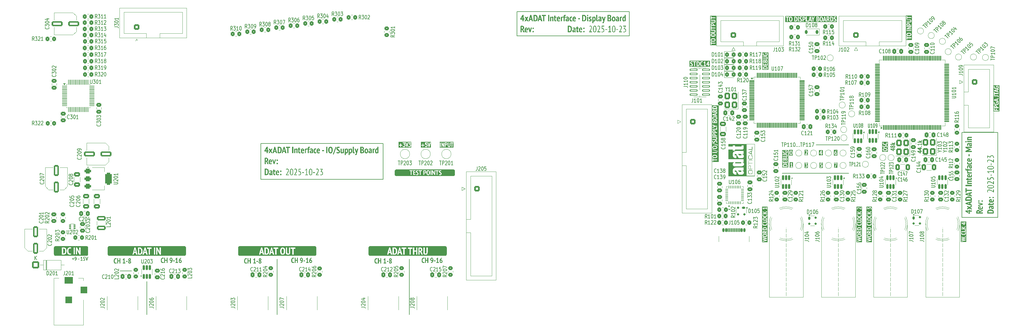
<source format=gto>
G04 #@! TF.GenerationSoftware,KiCad,Pcbnew,9.0.5*
G04 #@! TF.CreationDate,2025-10-23T19:29:44+02:00*
G04 #@! TF.ProjectId,stencil,7374656e-6369-46c2-9e6b-696361645f70,rev?*
G04 #@! TF.SameCoordinates,Original*
G04 #@! TF.FileFunction,Legend,Top*
G04 #@! TF.FilePolarity,Positive*
%FSLAX46Y46*%
G04 Gerber Fmt 4.6, Leading zero omitted, Abs format (unit mm)*
G04 Created by KiCad (PCBNEW 9.0.5) date 2025-10-23 19:29:44*
%MOMM*%
%LPD*%
G01*
G04 APERTURE LIST*
G04 Aperture macros list*
%AMRoundRect*
0 Rectangle with rounded corners*
0 $1 Rounding radius*
0 $2 $3 $4 $5 $6 $7 $8 $9 X,Y pos of 4 corners*
0 Add a 4 corners polygon primitive as box body*
4,1,4,$2,$3,$4,$5,$6,$7,$8,$9,$2,$3,0*
0 Add four circle primitives for the rounded corners*
1,1,$1+$1,$2,$3*
1,1,$1+$1,$4,$5*
1,1,$1+$1,$6,$7*
1,1,$1+$1,$8,$9*
0 Add four rect primitives between the rounded corners*
20,1,$1+$1,$2,$3,$4,$5,0*
20,1,$1+$1,$4,$5,$6,$7,0*
20,1,$1+$1,$6,$7,$8,$9,0*
20,1,$1+$1,$8,$9,$2,$3,0*%
G04 Aperture macros list end*
%ADD10C,0.320000*%
%ADD11C,0.250000*%
%ADD12C,0.200000*%
%ADD13C,0.000000*%
%ADD14C,0.170000*%
%ADD15C,0.237500*%
%ADD16C,0.150000*%
%ADD17C,0.400000*%
%ADD18C,0.100000*%
%ADD19C,0.650000*%
%ADD20RoundRect,0.150000X-0.150000X-0.425000X0.150000X-0.425000X0.150000X0.425000X-0.150000X0.425000X0*%
%ADD21RoundRect,0.075000X-0.075000X-0.500000X0.075000X-0.500000X0.075000X0.500000X-0.075000X0.500000X0*%
%ADD22O,1.000000X2.100000*%
%ADD23O,1.000000X1.800000*%
%ADD24C,1.500000*%
%ADD25RoundRect,0.250000X0.575000X-0.725000X0.575000X0.725000X-0.575000X0.725000X-0.575000X-0.725000X0*%
%ADD26RoundRect,0.250000X-0.350000X-0.450000X0.350000X-0.450000X0.350000X0.450000X-0.350000X0.450000X0*%
%ADD27RoundRect,0.162500X-0.162500X0.617500X-0.162500X-0.617500X0.162500X-0.617500X0.162500X0.617500X0*%
%ADD28RoundRect,0.250000X-0.475000X0.337500X-0.475000X-0.337500X0.475000X-0.337500X0.475000X0.337500X0*%
%ADD29C,6.400000*%
%ADD30RoundRect,0.250000X0.350000X0.450000X-0.350000X0.450000X-0.350000X-0.450000X0.350000X-0.450000X0*%
%ADD31RoundRect,0.250000X0.475000X-0.337500X0.475000X0.337500X-0.475000X0.337500X-0.475000X-0.337500X0*%
%ADD32RoundRect,0.250000X-0.450000X0.350000X-0.450000X-0.350000X0.450000X-0.350000X0.450000X0.350000X0*%
%ADD33RoundRect,0.250000X-0.600000X-0.600000X0.600000X-0.600000X0.600000X0.600000X-0.600000X0.600000X0*%
%ADD34C,1.700000*%
%ADD35RoundRect,0.250000X0.337500X0.475000X-0.337500X0.475000X-0.337500X-0.475000X0.337500X-0.475000X0*%
%ADD36RoundRect,0.250000X-0.337500X-0.475000X0.337500X-0.475000X0.337500X0.475000X-0.337500X0.475000X0*%
%ADD37RoundRect,0.250000X0.600000X-0.600000X0.600000X0.600000X-0.600000X0.600000X-0.600000X-0.600000X0*%
%ADD38C,2.300000*%
%ADD39C,3.600000*%
%ADD40RoundRect,0.225000X0.225000X0.375000X-0.225000X0.375000X-0.225000X-0.375000X0.225000X-0.375000X0*%
%ADD41RoundRect,0.250000X-0.412500X-0.650000X0.412500X-0.650000X0.412500X0.650000X-0.412500X0.650000X0*%
%ADD42RoundRect,0.250000X-0.325000X-0.450000X0.325000X-0.450000X0.325000X0.450000X-0.325000X0.450000X0*%
%ADD43C,1.200000*%
%ADD44C,1.100000*%
%ADD45RoundRect,0.112500X1.037500X-0.262500X1.037500X0.262500X-1.037500X0.262500X-1.037500X-0.262500X0*%
%ADD46RoundRect,0.175000X-0.175000X-0.325000X0.175000X-0.325000X0.175000X0.325000X-0.175000X0.325000X0*%
%ADD47RoundRect,0.150000X-0.200000X-0.150000X0.200000X-0.150000X0.200000X0.150000X-0.200000X0.150000X0*%
%ADD48RoundRect,0.062500X0.062500X-0.375000X0.062500X0.375000X-0.062500X0.375000X-0.062500X-0.375000X0*%
%ADD49RoundRect,0.062500X0.375000X-0.062500X0.375000X0.062500X-0.375000X0.062500X-0.375000X-0.062500X0*%
%ADD50R,3.450000X3.450000*%
%ADD51RoundRect,0.250000X0.450000X-0.350000X0.450000X0.350000X-0.450000X0.350000X-0.450000X-0.350000X0*%
%ADD52RoundRect,0.250000X0.650000X-0.412500X0.650000X0.412500X-0.650000X0.412500X-0.650000X-0.412500X0*%
%ADD53RoundRect,0.075000X-0.725000X-0.075000X0.725000X-0.075000X0.725000X0.075000X-0.725000X0.075000X0*%
%ADD54RoundRect,0.075000X-0.075000X-0.725000X0.075000X-0.725000X0.075000X0.725000X-0.075000X0.725000X0*%
%ADD55RoundRect,0.175000X-0.325000X0.175000X-0.325000X-0.175000X0.325000X-0.175000X0.325000X0.175000X0*%
%ADD56RoundRect,0.150000X-0.150000X0.200000X-0.150000X-0.200000X0.150000X-0.200000X0.150000X0.200000X0*%
%ADD57RoundRect,0.075000X0.075000X-0.662500X0.075000X0.662500X-0.075000X0.662500X-0.075000X-0.662500X0*%
%ADD58RoundRect,0.075000X0.662500X-0.075000X0.662500X0.075000X-0.662500X0.075000X-0.662500X-0.075000X0*%
%ADD59R,4.000000X4.000000*%
%ADD60RoundRect,0.250000X1.412500X0.550000X-1.412500X0.550000X-1.412500X-0.550000X1.412500X-0.550000X0*%
%ADD61RoundRect,0.249999X-0.850001X-0.850001X0.850001X-0.850001X0.850001X0.850001X-0.850001X0.850001X0*%
%ADD62C,2.200000*%
%ADD63RoundRect,0.250000X-0.450000X0.325000X-0.450000X-0.325000X0.450000X-0.325000X0.450000X0.325000X0*%
%ADD64C,1.800000*%
%ADD65RoundRect,0.250000X0.550000X-1.412500X0.550000X1.412500X-0.550000X1.412500X-0.550000X-1.412500X0*%
%ADD66RoundRect,0.087500X0.250000X0.087500X-0.250000X0.087500X-0.250000X-0.087500X0.250000X-0.087500X0*%
%ADD67RoundRect,0.250001X1.074999X-0.462499X1.074999X0.462499X-1.074999X0.462499X-1.074999X-0.462499X0*%
%ADD68C,2.500000*%
%ADD69RoundRect,0.375000X-0.625000X-0.375000X0.625000X-0.375000X0.625000X0.375000X-0.625000X0.375000X0*%
%ADD70RoundRect,0.500000X-0.500000X-1.400000X0.500000X-1.400000X0.500000X1.400000X-0.500000X1.400000X0*%
%ADD71RoundRect,0.162500X0.162500X-0.617500X0.162500X0.617500X-0.162500X0.617500X-0.162500X-0.617500X0*%
%ADD72RoundRect,1.000000X1.250000X0.000010X-1.250000X0.000010X-1.250000X-0.000010X1.250000X-0.000010X0*%
%ADD73RoundRect,1.000000X1.000000X0.000010X-1.000000X0.000010X-1.000000X-0.000010X1.000000X-0.000010X0*%
%ADD74RoundRect,1.000000X0.000010X1.000000X-0.000010X1.000000X-0.000010X-1.000000X0.000010X-1.000000X0*%
%ADD75R,1.800000X1.800000*%
%ADD76R,1.850000X1.850000*%
%ADD77C,1.850000*%
%ADD78RoundRect,0.062500X-0.687500X-0.062500X0.687500X-0.062500X0.687500X0.062500X-0.687500X0.062500X0*%
%ADD79RoundRect,0.062500X-0.062500X-0.687500X0.062500X-0.687500X0.062500X0.687500X-0.062500X0.687500X0*%
G04 APERTURE END LIST*
D10*
G36*
X324516711Y-94127116D02*
G01*
X325056000Y-94127116D01*
X325056000Y-94443288D01*
X324516711Y-94443288D01*
X324516711Y-95134373D01*
X324305930Y-95134373D01*
X323095990Y-94423749D01*
X323542549Y-94423749D01*
X323768962Y-94507646D01*
X324143630Y-94728686D01*
X324249876Y-94840671D01*
X324227528Y-94697911D01*
X324227528Y-94443288D01*
X323794119Y-94443288D01*
X323542549Y-94412513D01*
X323542549Y-94423749D01*
X323095990Y-94423749D01*
X323086425Y-94418131D01*
X323086425Y-94127116D01*
X324227528Y-94127116D01*
X324227528Y-93880919D01*
X324516711Y-93880919D01*
X324516711Y-94127116D01*
G37*
G36*
X324339757Y-93471446D02*
G01*
X323656976Y-93804349D01*
X323656976Y-93412705D01*
X323987193Y-93269945D01*
X324166223Y-93216823D01*
X323987193Y-93158082D01*
X323656976Y-93012513D01*
X323656976Y-92651522D01*
X324328522Y-92987356D01*
X325056000Y-92629174D01*
X325056000Y-93006896D01*
X324692322Y-93177622D01*
X324493630Y-93239171D01*
X324692322Y-93303529D01*
X325056000Y-93474255D01*
X325056000Y-93832315D01*
X324339757Y-93471446D01*
G37*
G36*
X325056000Y-91576488D02*
G01*
X324610501Y-91696777D01*
X324610501Y-92158396D01*
X325056000Y-92273190D01*
X325056000Y-92622946D01*
X323086425Y-92054959D01*
X323086425Y-91915008D01*
X323562088Y-91915008D01*
X323562088Y-91926243D01*
X323870811Y-91973749D01*
X324321317Y-92082925D01*
X324321317Y-91758326D01*
X323868002Y-91870312D01*
X323562088Y-91915008D01*
X323086425Y-91915008D01*
X323086425Y-91777866D01*
X325056000Y-91207070D01*
X325056000Y-91576488D01*
G37*
G36*
X324262212Y-89810110D02*
G01*
X324451010Y-89838333D01*
X324572216Y-89870595D01*
X324680828Y-89914984D01*
X324778295Y-89971201D01*
X324865287Y-90041356D01*
X324940116Y-90126605D01*
X325003365Y-90228633D01*
X325048125Y-90339960D01*
X325076916Y-90474561D01*
X325087263Y-90637130D01*
X325084454Y-90735071D01*
X325077371Y-90863787D01*
X325069066Y-90992503D01*
X325059297Y-91087636D01*
X323098759Y-91087636D01*
X323086181Y-90974307D01*
X323077877Y-90845591D01*
X323072259Y-90718340D01*
X323070794Y-90609164D01*
X323072880Y-90572772D01*
X323399056Y-90572772D01*
X323400521Y-90663752D01*
X323407360Y-90735071D01*
X324747887Y-90735071D01*
X324752039Y-90705762D01*
X324754848Y-90660943D01*
X324757657Y-90616125D01*
X324759000Y-90586816D01*
X324751944Y-90504681D01*
X324732122Y-90436581D01*
X324700626Y-90379820D01*
X324633225Y-90307955D01*
X324544921Y-90252447D01*
X324442603Y-90213971D01*
X324320951Y-90188089D01*
X324192699Y-90174539D01*
X324055337Y-90169893D01*
X323928652Y-90173796D01*
X323807919Y-90185280D01*
X323693103Y-90208353D01*
X323597870Y-90244021D01*
X323516193Y-90296765D01*
X323453278Y-90367119D01*
X323424182Y-90422746D01*
X323405686Y-90490363D01*
X323399056Y-90572772D01*
X323072880Y-90572772D01*
X323079613Y-90455336D01*
X323104135Y-90327558D01*
X323142113Y-90221673D01*
X323196973Y-90123801D01*
X323263912Y-90041344D01*
X323343491Y-89972667D01*
X323433695Y-89917368D01*
X323537048Y-89872882D01*
X323655389Y-89839677D01*
X323842739Y-89810753D01*
X324060832Y-89800476D01*
X324262212Y-89810110D01*
G37*
G36*
X325056000Y-88751086D02*
G01*
X324610501Y-88871376D01*
X324610501Y-89332995D01*
X325056000Y-89447789D01*
X325056000Y-89797545D01*
X323086425Y-89229558D01*
X323086425Y-89089607D01*
X323562088Y-89089607D01*
X323562088Y-89100842D01*
X323870811Y-89148347D01*
X324321317Y-89257524D01*
X324321317Y-88932925D01*
X323868002Y-89044910D01*
X323562088Y-89089607D01*
X323086425Y-89089607D01*
X323086425Y-88952465D01*
X325056000Y-88381669D01*
X325056000Y-88751086D01*
G37*
G36*
X323422503Y-87267922D02*
G01*
X323422503Y-87732349D01*
X325056000Y-87732349D01*
X325056000Y-88084914D01*
X323422503Y-88084914D01*
X323422503Y-88549464D01*
X323094241Y-88549464D01*
X323094241Y-87267922D01*
X323422503Y-87267922D01*
G37*
G36*
X323094241Y-86609687D02*
G01*
X323094241Y-86257123D01*
X325056000Y-86257123D01*
X325056000Y-86609687D01*
X323094241Y-86609687D01*
G37*
G36*
X325056000Y-85285891D02*
G01*
X324207011Y-85285891D01*
X324065709Y-85296939D01*
X323991956Y-85322283D01*
X323958515Y-85351253D01*
X323937996Y-85391036D01*
X323930528Y-85445382D01*
X323941828Y-85513542D01*
X323975225Y-85571289D01*
X324025386Y-85616635D01*
X324086966Y-85646760D01*
X325056000Y-85646760D01*
X325056000Y-85979785D01*
X323656976Y-85979785D01*
X323656976Y-85713927D01*
X323821230Y-85674726D01*
X323821230Y-85666299D01*
X323746918Y-85607611D01*
X323682988Y-85529279D01*
X323652393Y-85468802D01*
X323632785Y-85394342D01*
X323625713Y-85302622D01*
X323632284Y-85221622D01*
X323650870Y-85153023D01*
X323683902Y-85092690D01*
X323733302Y-85042503D01*
X323797301Y-85004650D01*
X323886931Y-84975336D01*
X323989088Y-84959039D01*
X324125801Y-84952866D01*
X325056000Y-84952866D01*
X325056000Y-85285891D01*
G37*
G36*
X323656976Y-84832454D02*
G01*
X323656976Y-84678581D01*
X323393438Y-84678581D01*
X323289635Y-84345678D01*
X323656976Y-84345678D01*
X323656976Y-84074202D01*
X323953976Y-84074202D01*
X323953976Y-84345678D01*
X324562140Y-84345678D01*
X324673068Y-84338458D01*
X324732256Y-84321864D01*
X324769535Y-84289231D01*
X324782448Y-84236502D01*
X324774632Y-84161031D01*
X324751184Y-84088246D01*
X325015089Y-84046236D01*
X325042509Y-84110851D01*
X325066380Y-84188996D01*
X325081957Y-84271501D01*
X325087263Y-84359600D01*
X325075883Y-84461883D01*
X325044664Y-84539669D01*
X324995183Y-84598836D01*
X324928451Y-84639559D01*
X324829081Y-84667690D01*
X324685361Y-84678581D01*
X323953976Y-84678581D01*
X323953976Y-84832454D01*
X323656976Y-84832454D01*
G37*
G36*
X324295794Y-82930779D02*
G01*
X324446369Y-82951662D01*
X324446369Y-83631512D01*
X324560925Y-83619543D01*
X324647919Y-83594452D01*
X324713205Y-83558728D01*
X324763129Y-83507299D01*
X324794431Y-83437553D01*
X324805895Y-83343305D01*
X324798752Y-83256394D01*
X324778173Y-83179663D01*
X324747952Y-83110807D01*
X324719921Y-83066334D01*
X324954028Y-82962897D01*
X325008441Y-83041728D01*
X325055633Y-83153162D01*
X325085126Y-83275680D01*
X325095078Y-83404977D01*
X325081747Y-83543816D01*
X325044642Y-83655326D01*
X324983013Y-83750780D01*
X324898951Y-83827395D01*
X324796051Y-83884700D01*
X324667653Y-83926802D01*
X324526666Y-83950424D01*
X324357831Y-83958920D01*
X324164221Y-83947546D01*
X324011306Y-83916608D01*
X323891575Y-83869826D01*
X323798759Y-83809321D01*
X323720452Y-83728278D01*
X323664610Y-83633970D01*
X323630048Y-83523757D01*
X323618423Y-83399359D01*
X323907081Y-83399359D01*
X323916854Y-83465634D01*
X323944607Y-83517613D01*
X323991345Y-83558850D01*
X324049967Y-83587445D01*
X324127173Y-83608589D01*
X324227528Y-83620399D01*
X324227528Y-83234251D01*
X324122388Y-83234846D01*
X324044830Y-83247049D01*
X323988658Y-83267834D01*
X323942746Y-83301753D01*
X323916277Y-83344606D01*
X323907081Y-83399359D01*
X323618423Y-83399359D01*
X323617898Y-83393742D01*
X323624550Y-83305451D01*
X323644398Y-83220329D01*
X323679797Y-83141172D01*
X323733669Y-83070608D01*
X323804693Y-83012523D01*
X323901097Y-82964241D01*
X324013228Y-82934785D01*
X324164635Y-82923696D01*
X324295794Y-82930779D01*
G37*
G36*
X323979255Y-82050528D02*
G01*
X323959897Y-82116857D01*
X323953976Y-82173626D01*
X323964779Y-82244608D01*
X323996230Y-82303686D01*
X324045992Y-82348895D01*
X324114688Y-82377813D01*
X325056000Y-82377813D01*
X325056000Y-82710839D01*
X323656976Y-82710839D01*
X323656976Y-82456215D01*
X323822085Y-82417014D01*
X323822085Y-82405779D01*
X323738370Y-82360492D01*
X323677615Y-82300999D01*
X323638818Y-82227539D01*
X323625713Y-82142852D01*
X323632544Y-82076721D01*
X323653313Y-82011327D01*
X323979255Y-82050528D01*
G37*
G36*
X323656976Y-81990078D02*
G01*
X323656976Y-81838892D01*
X323579063Y-81838892D01*
X323443079Y-81831168D01*
X323337848Y-81810365D01*
X323257420Y-81779290D01*
X323196823Y-81739607D01*
X323132425Y-81665916D01*
X323092779Y-81573189D01*
X323078609Y-81455552D01*
X323084933Y-81332921D01*
X323102455Y-81231435D01*
X323129412Y-81147807D01*
X323414688Y-81209356D01*
X323388187Y-81298993D01*
X323383424Y-81380081D01*
X323391104Y-81429844D01*
X323411721Y-81462818D01*
X323445584Y-81483640D01*
X323518667Y-81499168D01*
X323656976Y-81505989D01*
X323656976Y-81268096D01*
X323953976Y-81268096D01*
X323953976Y-81505989D01*
X325056000Y-81505989D01*
X325056000Y-81838892D01*
X323953976Y-81838892D01*
X323953976Y-81990078D01*
X323656976Y-81990078D01*
G37*
G36*
X325056000Y-80468567D02*
G01*
X324891013Y-80521690D01*
X324891013Y-80532925D01*
X324965214Y-80586482D01*
X325026080Y-80658832D01*
X325054839Y-80715212D01*
X325072989Y-80782461D01*
X325079447Y-80863019D01*
X325066381Y-80967967D01*
X325029307Y-81053167D01*
X324968194Y-81123260D01*
X324888940Y-81174557D01*
X324791397Y-81206829D01*
X324670706Y-81218393D01*
X324546853Y-81205882D01*
X324448898Y-81171192D01*
X324371135Y-81116180D01*
X324310082Y-81039363D01*
X324266918Y-80949108D01*
X324236269Y-80840753D01*
X324219708Y-80710816D01*
X324219709Y-80672876D01*
X324435867Y-80672876D01*
X324445173Y-80729368D01*
X324460902Y-80776435D01*
X324485184Y-80816855D01*
X324518177Y-80847754D01*
X324559554Y-80867212D01*
X324614408Y-80874255D01*
X324694156Y-80864520D01*
X324745689Y-80839328D01*
X324778876Y-80798179D01*
X324790263Y-80742730D01*
X324780322Y-80672523D01*
X324752650Y-80619753D01*
X324712158Y-80577588D01*
X324670218Y-80549778D01*
X324438554Y-80549778D01*
X324435867Y-80672876D01*
X324219709Y-80672876D01*
X324219712Y-80555273D01*
X324111455Y-80551708D01*
X324036743Y-80560013D01*
X323986949Y-80576278D01*
X323948709Y-80606202D01*
X323924237Y-80653691D01*
X323914897Y-80725999D01*
X323919852Y-80810358D01*
X323935169Y-80899534D01*
X323960302Y-80985607D01*
X323993055Y-81059024D01*
X323739653Y-81142922D01*
X323694870Y-81052307D01*
X323657099Y-80933117D01*
X323633985Y-80802626D01*
X323625713Y-80647719D01*
X323635049Y-80527684D01*
X323660234Y-80436294D01*
X323698436Y-80367324D01*
X323748934Y-80316160D01*
X323835985Y-80266700D01*
X323950077Y-80234320D01*
X324098690Y-80222370D01*
X324357709Y-80229331D01*
X324606715Y-80239101D01*
X324841921Y-80234949D01*
X324953082Y-80221862D01*
X325056000Y-80197213D01*
X325056000Y-80468567D01*
G37*
G36*
X324983704Y-79165532D02*
G01*
X325031758Y-79241153D01*
X325067235Y-79333449D01*
X325088184Y-79431832D01*
X325095078Y-79529209D01*
X325088753Y-79623261D01*
X325071018Y-79702211D01*
X325043177Y-79768567D01*
X324980368Y-79855866D01*
X324894311Y-79926592D01*
X324790317Y-79978355D01*
X324661181Y-80014764D01*
X324520805Y-80034297D01*
X324356488Y-80041264D01*
X324167610Y-80031281D01*
X324016686Y-80004038D01*
X323897125Y-79962820D01*
X323803278Y-79909740D01*
X323722728Y-79836929D01*
X323665668Y-79750380D01*
X323630365Y-79647379D01*
X323617898Y-79523592D01*
X323624088Y-79403553D01*
X323640124Y-79317939D01*
X323665605Y-79241219D01*
X323695445Y-79176645D01*
X323969607Y-79255047D01*
X323934436Y-79351522D01*
X323922713Y-79462042D01*
X323934357Y-79534526D01*
X323967864Y-79592054D01*
X324025539Y-79638386D01*
X324097223Y-79667964D01*
X324203727Y-79688952D01*
X324356488Y-79697126D01*
X324483311Y-79689588D01*
X324586135Y-79668842D01*
X324669119Y-79637042D01*
X324737353Y-79588005D01*
X324776615Y-79525568D01*
X324790263Y-79445312D01*
X324785518Y-79378311D01*
X324772678Y-79326488D01*
X324727737Y-79235507D01*
X324983704Y-79165532D01*
G37*
G36*
X324295794Y-78071324D02*
G01*
X324446369Y-78092206D01*
X324446369Y-78772056D01*
X324560925Y-78760087D01*
X324647919Y-78734996D01*
X324713205Y-78699272D01*
X324763129Y-78647843D01*
X324794431Y-78578097D01*
X324805895Y-78483850D01*
X324798752Y-78396939D01*
X324778173Y-78320207D01*
X324747952Y-78251352D01*
X324719921Y-78206878D01*
X324954028Y-78103442D01*
X325008441Y-78182272D01*
X325055633Y-78293707D01*
X325085126Y-78416225D01*
X325095078Y-78545521D01*
X325081747Y-78684360D01*
X325044642Y-78795870D01*
X324983013Y-78891324D01*
X324898951Y-78967939D01*
X324796051Y-79025244D01*
X324667653Y-79067346D01*
X324526666Y-79090968D01*
X324357831Y-79099464D01*
X324164221Y-79088091D01*
X324011306Y-79057152D01*
X323891575Y-79010370D01*
X323798759Y-78949865D01*
X323720452Y-78868823D01*
X323664610Y-78774514D01*
X323630048Y-78664301D01*
X323618423Y-78539904D01*
X323907081Y-78539904D01*
X323916854Y-78606178D01*
X323944607Y-78658158D01*
X323991345Y-78699394D01*
X324049967Y-78727989D01*
X324127173Y-78749133D01*
X324227528Y-78760943D01*
X324227528Y-78374795D01*
X324122388Y-78375390D01*
X324044830Y-78387593D01*
X323988658Y-78408379D01*
X323942746Y-78442297D01*
X323916277Y-78485150D01*
X323907081Y-78539904D01*
X323618423Y-78539904D01*
X323617898Y-78534286D01*
X323624550Y-78445995D01*
X323644398Y-78360873D01*
X323679797Y-78281716D01*
X323733669Y-78211153D01*
X323804693Y-78153067D01*
X323901097Y-78104785D01*
X324013228Y-78075329D01*
X324164635Y-78064241D01*
X324295794Y-78071324D01*
G37*
G36*
X324086844Y-77384635D02*
G01*
X324086844Y-76802604D01*
X324415106Y-76802604D01*
X324415106Y-77384635D01*
X324086844Y-77384635D01*
G37*
G36*
X324043613Y-74909844D02*
G01*
X323667845Y-74870765D01*
X323667845Y-74884809D01*
X324005145Y-74988246D01*
X324696474Y-75307227D01*
X324696474Y-75424708D01*
X324002336Y-75763351D01*
X323662228Y-75866910D01*
X323662228Y-75883640D01*
X324040804Y-75830395D01*
X325056000Y-75830395D01*
X325056000Y-76163421D01*
X323094241Y-76163421D01*
X323094241Y-75824900D01*
X323945549Y-75416404D01*
X324190036Y-75349237D01*
X324190036Y-75338002D01*
X323939932Y-75273644D01*
X323094241Y-74890305D01*
X323094241Y-74557280D01*
X325056000Y-74557280D01*
X325056000Y-74909844D01*
X324043613Y-74909844D01*
G37*
G36*
X325056000Y-73633675D02*
G01*
X324891013Y-73686798D01*
X324891013Y-73698033D01*
X324965214Y-73751590D01*
X325026080Y-73823940D01*
X325054839Y-73880320D01*
X325072989Y-73947569D01*
X325079447Y-74028128D01*
X325066381Y-74133076D01*
X325029307Y-74218275D01*
X324968194Y-74288368D01*
X324888940Y-74339665D01*
X324791397Y-74371937D01*
X324670706Y-74383501D01*
X324546853Y-74370990D01*
X324448898Y-74336300D01*
X324371135Y-74281288D01*
X324310082Y-74204471D01*
X324266918Y-74114216D01*
X324236269Y-74005861D01*
X324219708Y-73875924D01*
X324219709Y-73837984D01*
X324435867Y-73837984D01*
X324445173Y-73894476D01*
X324460902Y-73941543D01*
X324485184Y-73981963D01*
X324518177Y-74012862D01*
X324559554Y-74032320D01*
X324614408Y-74039363D01*
X324694156Y-74029628D01*
X324745689Y-74004436D01*
X324778876Y-73963287D01*
X324790263Y-73907838D01*
X324780322Y-73837631D01*
X324752650Y-73784862D01*
X324712158Y-73742696D01*
X324670218Y-73714886D01*
X324438554Y-73714886D01*
X324435867Y-73837984D01*
X324219709Y-73837984D01*
X324219712Y-73720382D01*
X324111455Y-73716816D01*
X324036743Y-73725121D01*
X323986949Y-73741386D01*
X323948709Y-73771310D01*
X323924237Y-73818799D01*
X323914897Y-73891107D01*
X323919852Y-73975466D01*
X323935169Y-74064642D01*
X323960302Y-74150715D01*
X323993055Y-74224132D01*
X323739653Y-74308030D01*
X323694870Y-74217415D01*
X323657099Y-74098225D01*
X323633985Y-73967734D01*
X323625713Y-73812827D01*
X323635049Y-73692792D01*
X323660234Y-73601402D01*
X323698436Y-73532432D01*
X323748934Y-73481268D01*
X323835985Y-73431808D01*
X323950077Y-73399428D01*
X324098690Y-73387479D01*
X324357709Y-73394439D01*
X324606715Y-73404209D01*
X324841921Y-73400057D01*
X324953082Y-73386970D01*
X325056000Y-73362322D01*
X325056000Y-73633675D01*
G37*
G36*
X323656976Y-73128093D02*
G01*
X323656976Y-72795067D01*
X325056000Y-72795067D01*
X325056000Y-73128093D01*
X323656976Y-73128093D01*
G37*
G36*
X323265089Y-73167171D02*
G01*
X323187088Y-73153541D01*
X323125748Y-73114049D01*
X323096129Y-73075257D01*
X323077515Y-73025903D01*
X323070794Y-72962862D01*
X323077236Y-72899601D01*
X323095306Y-72848223D01*
X323124283Y-72806181D01*
X323163275Y-72773805D01*
X323209477Y-72754269D01*
X323265089Y-72747440D01*
X323320610Y-72754333D01*
X323365801Y-72773905D01*
X323403086Y-72806181D01*
X323440321Y-72872369D01*
X323453766Y-72962862D01*
X323447350Y-73026141D01*
X323429662Y-73075489D01*
X323401743Y-73114049D01*
X323342629Y-73153450D01*
X323265089Y-73167171D01*
G37*
G36*
X325056000Y-71832995D02*
G01*
X324207011Y-71832995D01*
X324065709Y-71844043D01*
X323991956Y-71869387D01*
X323958515Y-71898357D01*
X323937996Y-71938140D01*
X323930528Y-71992485D01*
X323941828Y-72060646D01*
X323975225Y-72118393D01*
X324025386Y-72163739D01*
X324086966Y-72193864D01*
X325056000Y-72193864D01*
X325056000Y-72526889D01*
X323656976Y-72526889D01*
X323656976Y-72261031D01*
X323821230Y-72221830D01*
X323821230Y-72213403D01*
X323746918Y-72154715D01*
X323682988Y-72076383D01*
X323652393Y-72015906D01*
X323632785Y-71941446D01*
X323625713Y-71849726D01*
X323632284Y-71768726D01*
X323650870Y-71700127D01*
X323683902Y-71639794D01*
X323733302Y-71589607D01*
X323797301Y-71551754D01*
X323886931Y-71522440D01*
X323989088Y-71506143D01*
X324125801Y-71499970D01*
X325056000Y-71499970D01*
X325056000Y-71832995D01*
G37*
G36*
X328416000Y-94211135D02*
G01*
X327657870Y-94552465D01*
X327621478Y-94703529D01*
X328416000Y-94703529D01*
X328416000Y-95056093D01*
X326478299Y-95056093D01*
X326456929Y-94939078D01*
X326442029Y-94809897D01*
X326430794Y-94583239D01*
X326432498Y-94549656D01*
X326759056Y-94549656D01*
X326761865Y-94636362D01*
X326772978Y-94703529D01*
X327368686Y-94703529D01*
X327368686Y-94583239D01*
X327358999Y-94499141D01*
X327332239Y-94434454D01*
X327289429Y-94384548D01*
X327232435Y-94349641D01*
X327152712Y-94326230D01*
X327042988Y-94317381D01*
X326961123Y-94324211D01*
X326893876Y-94343299D01*
X326838435Y-94373435D01*
X326795386Y-94416355D01*
X326768730Y-94473515D01*
X326759056Y-94549656D01*
X326432498Y-94549656D01*
X326436846Y-94463984D01*
X326454852Y-94348278D01*
X326489213Y-94239219D01*
X326542535Y-94145434D01*
X326616273Y-94066665D01*
X326715092Y-94002674D01*
X326789713Y-93973630D01*
X326880577Y-93954856D01*
X326990965Y-93948086D01*
X327149392Y-93959037D01*
X327278233Y-93989329D01*
X327382852Y-94036257D01*
X327474428Y-94103408D01*
X327542870Y-94183499D01*
X327590703Y-94278180D01*
X327678752Y-94166317D01*
X328416000Y-93805326D01*
X328416000Y-94211135D01*
G37*
G36*
X327655794Y-92788421D02*
G01*
X327806369Y-92809303D01*
X327806369Y-93489153D01*
X327920925Y-93477184D01*
X328007919Y-93452093D01*
X328073205Y-93416369D01*
X328123129Y-93364940D01*
X328154431Y-93295194D01*
X328165895Y-93200947D01*
X328158752Y-93114036D01*
X328138173Y-93037304D01*
X328107952Y-92968449D01*
X328079921Y-92923975D01*
X328314028Y-92820539D01*
X328368441Y-92899369D01*
X328415633Y-93010804D01*
X328445126Y-93133322D01*
X328455078Y-93262618D01*
X328441747Y-93401457D01*
X328404642Y-93512967D01*
X328343013Y-93608421D01*
X328258951Y-93685036D01*
X328156051Y-93742341D01*
X328027653Y-93784443D01*
X327886666Y-93808065D01*
X327717831Y-93816561D01*
X327524221Y-93805188D01*
X327371306Y-93774249D01*
X327251575Y-93727467D01*
X327158759Y-93666962D01*
X327080452Y-93585920D01*
X327024610Y-93491611D01*
X326990048Y-93381398D01*
X326978423Y-93257001D01*
X327267081Y-93257001D01*
X327276854Y-93323275D01*
X327304607Y-93375255D01*
X327351345Y-93416491D01*
X327409967Y-93445086D01*
X327487173Y-93466230D01*
X327587528Y-93478040D01*
X327587528Y-93091892D01*
X327482388Y-93092487D01*
X327404830Y-93104690D01*
X327348658Y-93125476D01*
X327302746Y-93159394D01*
X327276277Y-93202247D01*
X327267081Y-93257001D01*
X326978423Y-93257001D01*
X326977898Y-93251383D01*
X326984550Y-93163092D01*
X327004398Y-93077970D01*
X327039797Y-92998813D01*
X327093669Y-92928250D01*
X327164693Y-92870164D01*
X327261097Y-92821882D01*
X327373228Y-92792426D01*
X327524635Y-92781338D01*
X327655794Y-92788421D01*
G37*
G36*
X327748606Y-92170486D02*
G01*
X327970012Y-92137025D01*
X327970012Y-92125790D01*
X327745797Y-92095015D01*
X327016976Y-91921481D01*
X327016976Y-91563298D01*
X328431631Y-92033344D01*
X328431631Y-92257192D01*
X327016976Y-92752517D01*
X327016976Y-92363560D01*
X327748606Y-92170486D01*
G37*
G36*
X327218843Y-91385001D02*
G01*
X327152026Y-91378201D01*
X327101076Y-91359624D01*
X327062284Y-91330535D01*
X327023008Y-91268702D01*
X327009161Y-91186310D01*
X327015692Y-91123206D01*
X327033728Y-91073938D01*
X327062284Y-91035368D01*
X327100976Y-91006984D01*
X327151921Y-90988794D01*
X327218843Y-90982123D01*
X327283788Y-90988805D01*
X327334947Y-91007320D01*
X327375403Y-91036711D01*
X327405697Y-91076253D01*
X327424498Y-91125209D01*
X327431212Y-91186310D01*
X327424539Y-91245488D01*
X327405784Y-91293142D01*
X327375403Y-91331878D01*
X327335061Y-91360421D01*
X327283905Y-91378472D01*
X327218843Y-91385001D01*
G37*
G36*
X328234893Y-91385001D02*
G01*
X328168076Y-91378201D01*
X328117126Y-91359624D01*
X328078334Y-91330535D01*
X328039058Y-91268702D01*
X328025211Y-91186310D01*
X328031742Y-91123206D01*
X328049778Y-91073938D01*
X328078334Y-91035368D01*
X328117027Y-91006984D01*
X328167971Y-90988794D01*
X328234893Y-90982123D01*
X328299838Y-90988805D01*
X328350997Y-91007320D01*
X328391453Y-91036711D01*
X328421747Y-91076253D01*
X328440549Y-91125209D01*
X328447263Y-91186310D01*
X328440589Y-91245488D01*
X328421834Y-91293142D01*
X328391453Y-91331878D01*
X328351111Y-91360421D01*
X328299955Y-91378472D01*
X328234893Y-91385001D01*
G37*
G36*
X330982212Y-93778568D02*
G01*
X331171010Y-93806791D01*
X331292216Y-93839053D01*
X331400828Y-93883442D01*
X331498295Y-93939659D01*
X331585287Y-94009814D01*
X331660116Y-94095063D01*
X331723365Y-94197091D01*
X331768125Y-94308418D01*
X331796916Y-94443019D01*
X331807263Y-94605587D01*
X331804454Y-94703529D01*
X331797371Y-94832245D01*
X331789066Y-94960961D01*
X331779297Y-95056093D01*
X329818759Y-95056093D01*
X329806181Y-94942765D01*
X329797877Y-94814049D01*
X329792259Y-94686798D01*
X329790794Y-94577622D01*
X329792880Y-94541229D01*
X330119056Y-94541229D01*
X330120521Y-94632210D01*
X330127360Y-94703529D01*
X331467887Y-94703529D01*
X331472039Y-94674220D01*
X331474848Y-94629401D01*
X331477657Y-94584582D01*
X331479000Y-94555273D01*
X331471944Y-94473139D01*
X331452122Y-94405039D01*
X331420626Y-94348278D01*
X331353225Y-94276413D01*
X331264921Y-94220905D01*
X331162603Y-94182429D01*
X331040951Y-94156547D01*
X330912699Y-94142997D01*
X330775337Y-94138351D01*
X330648652Y-94142254D01*
X330527919Y-94153738D01*
X330413103Y-94176811D01*
X330317870Y-94212479D01*
X330236193Y-94265223D01*
X330173278Y-94335577D01*
X330144182Y-94391204D01*
X330125686Y-94458821D01*
X330119056Y-94541229D01*
X329792880Y-94541229D01*
X329799613Y-94423793D01*
X329824135Y-94296016D01*
X329862113Y-94190130D01*
X329916973Y-94092258D01*
X329983912Y-94009801D01*
X330063491Y-93941125D01*
X330153695Y-93885826D01*
X330257048Y-93841340D01*
X330375389Y-93808134D01*
X330562739Y-93779211D01*
X330780832Y-93768934D01*
X330982212Y-93778568D01*
G37*
G36*
X331776000Y-92887827D02*
G01*
X331611013Y-92940950D01*
X331611013Y-92952185D01*
X331685214Y-93005742D01*
X331746080Y-93078093D01*
X331774839Y-93134472D01*
X331792989Y-93201721D01*
X331799447Y-93282280D01*
X331786381Y-93387228D01*
X331749307Y-93472427D01*
X331688194Y-93542520D01*
X331608940Y-93593817D01*
X331511397Y-93626089D01*
X331390706Y-93637653D01*
X331266853Y-93625142D01*
X331168898Y-93590452D01*
X331091135Y-93535440D01*
X331030082Y-93458623D01*
X330986918Y-93368368D01*
X330956269Y-93260013D01*
X330939708Y-93130076D01*
X330939709Y-93092137D01*
X331155867Y-93092137D01*
X331165173Y-93148628D01*
X331180902Y-93195696D01*
X331205184Y-93236115D01*
X331238177Y-93267014D01*
X331279554Y-93286472D01*
X331334408Y-93293515D01*
X331414156Y-93283780D01*
X331465689Y-93258588D01*
X331498876Y-93217439D01*
X331510263Y-93161990D01*
X331500322Y-93091783D01*
X331472650Y-93039014D01*
X331432158Y-92996849D01*
X331390218Y-92969038D01*
X331158554Y-92969038D01*
X331155867Y-93092137D01*
X330939709Y-93092137D01*
X330939712Y-92974534D01*
X330831455Y-92970968D01*
X330756743Y-92979273D01*
X330706949Y-92995539D01*
X330668709Y-93025462D01*
X330644237Y-93072951D01*
X330634897Y-93145259D01*
X330639852Y-93229618D01*
X330655169Y-93318794D01*
X330680302Y-93404867D01*
X330713055Y-93478285D01*
X330459653Y-93562182D01*
X330414870Y-93471567D01*
X330377099Y-93352377D01*
X330353985Y-93221886D01*
X330345713Y-93066980D01*
X330355049Y-92946945D01*
X330380234Y-92855554D01*
X330418436Y-92786584D01*
X330468934Y-92735420D01*
X330555985Y-92685960D01*
X330670077Y-92653580D01*
X330818690Y-92641631D01*
X331077709Y-92648592D01*
X331326715Y-92658361D01*
X331561921Y-92654209D01*
X331673082Y-92641122D01*
X331776000Y-92616474D01*
X331776000Y-92887827D01*
G37*
G36*
X330376976Y-92519265D02*
G01*
X330376976Y-92365392D01*
X330113438Y-92365392D01*
X330009635Y-92032489D01*
X330376976Y-92032489D01*
X330376976Y-91761013D01*
X330673976Y-91761013D01*
X330673976Y-92032489D01*
X331282140Y-92032489D01*
X331393068Y-92025268D01*
X331452256Y-92008675D01*
X331489535Y-91976042D01*
X331502448Y-91923312D01*
X331494632Y-91847841D01*
X331471184Y-91775057D01*
X331735089Y-91733047D01*
X331762509Y-91797662D01*
X331786380Y-91875807D01*
X331801957Y-91958312D01*
X331807263Y-92046411D01*
X331795883Y-92148694D01*
X331764664Y-92226480D01*
X331715183Y-92285647D01*
X331648451Y-92326370D01*
X331549081Y-92354501D01*
X331405361Y-92365392D01*
X330673976Y-92365392D01*
X330673976Y-92519265D01*
X330376976Y-92519265D01*
G37*
G36*
X331015794Y-90617590D02*
G01*
X331166369Y-90638473D01*
X331166369Y-91318323D01*
X331280925Y-91306354D01*
X331367919Y-91281263D01*
X331433205Y-91245539D01*
X331483129Y-91194110D01*
X331514431Y-91124364D01*
X331525895Y-91030116D01*
X331518752Y-90943205D01*
X331498173Y-90866474D01*
X331467952Y-90797618D01*
X331439921Y-90753145D01*
X331674028Y-90649708D01*
X331728441Y-90728539D01*
X331775633Y-90839973D01*
X331805126Y-90962491D01*
X331815078Y-91091788D01*
X331801747Y-91230627D01*
X331764642Y-91342137D01*
X331703013Y-91437591D01*
X331618951Y-91514206D01*
X331516051Y-91571511D01*
X331387653Y-91613613D01*
X331246666Y-91637234D01*
X331077831Y-91645730D01*
X330884221Y-91634357D01*
X330731306Y-91603419D01*
X330611575Y-91556637D01*
X330518759Y-91496132D01*
X330440452Y-91415089D01*
X330384610Y-91320781D01*
X330350048Y-91210567D01*
X330338423Y-91086170D01*
X330627081Y-91086170D01*
X330636854Y-91152445D01*
X330664607Y-91204424D01*
X330711345Y-91245661D01*
X330769967Y-91274256D01*
X330847173Y-91295400D01*
X330947528Y-91307210D01*
X330947528Y-90921062D01*
X330842388Y-90921657D01*
X330764830Y-90933860D01*
X330708658Y-90954645D01*
X330662746Y-90988563D01*
X330636277Y-91031417D01*
X330627081Y-91086170D01*
X330338423Y-91086170D01*
X330337898Y-91080552D01*
X330344550Y-90992262D01*
X330364398Y-90907140D01*
X330399797Y-90827983D01*
X330453669Y-90757419D01*
X330524693Y-90699334D01*
X330621097Y-90651051D01*
X330733228Y-90621595D01*
X330884635Y-90610507D01*
X331015794Y-90617590D01*
G37*
G36*
X330578843Y-90302517D02*
G01*
X330512026Y-90295716D01*
X330461076Y-90277139D01*
X330422284Y-90248051D01*
X330383008Y-90186218D01*
X330369161Y-90103825D01*
X330375692Y-90040721D01*
X330393728Y-89991453D01*
X330422284Y-89952883D01*
X330460976Y-89924499D01*
X330511921Y-89906309D01*
X330578843Y-89899638D01*
X330643788Y-89906321D01*
X330694947Y-89924836D01*
X330735403Y-89954227D01*
X330765697Y-89993768D01*
X330784498Y-90042725D01*
X330791212Y-90103825D01*
X330784539Y-90163004D01*
X330765784Y-90210658D01*
X330735403Y-90249394D01*
X330695061Y-90277937D01*
X330643905Y-90295988D01*
X330578843Y-90302517D01*
G37*
G36*
X331594893Y-90302517D02*
G01*
X331528076Y-90295716D01*
X331477126Y-90277139D01*
X331438334Y-90248051D01*
X331399058Y-90186218D01*
X331385211Y-90103825D01*
X331391742Y-90040721D01*
X331409778Y-89991453D01*
X331438334Y-89952883D01*
X331477027Y-89924499D01*
X331527971Y-89906309D01*
X331594893Y-89899638D01*
X331659838Y-89906321D01*
X331710997Y-89924836D01*
X331751453Y-89954227D01*
X331781747Y-89993768D01*
X331800549Y-90042725D01*
X331807263Y-90103825D01*
X331800589Y-90163004D01*
X331781834Y-90210658D01*
X331751453Y-90249394D01*
X331711111Y-90277937D01*
X331659955Y-90295988D01*
X331594893Y-90302517D01*
G37*
D11*
G36*
X330271107Y-87651314D02*
G01*
X330426767Y-87662502D01*
X330594485Y-87697476D01*
X330761591Y-87749779D01*
X330927632Y-87815078D01*
X331089250Y-87890806D01*
X331243804Y-87974569D01*
X331390547Y-88063764D01*
X331513693Y-88146638D01*
X331637279Y-88258501D01*
X331645706Y-88258501D01*
X331620549Y-88110246D01*
X331620549Y-87620539D01*
X331800312Y-87620539D01*
X331800312Y-88527169D01*
X331714460Y-88527169D01*
X331551062Y-88404070D01*
X331335517Y-88259967D01*
X331087489Y-88114520D01*
X330955097Y-88046805D01*
X330821264Y-87987148D01*
X330685571Y-87936089D01*
X330553574Y-87896289D01*
X330421949Y-87869738D01*
X330299806Y-87861240D01*
X330206123Y-87869378D01*
X330131382Y-87891867D01*
X330071683Y-87927064D01*
X330025446Y-87976377D01*
X329997155Y-88038856D01*
X329987053Y-88118672D01*
X329994794Y-88198500D01*
X330018194Y-88276697D01*
X330053878Y-88349407D01*
X330096473Y-88409566D01*
X329948218Y-88487968D01*
X329890049Y-88405565D01*
X329844659Y-88303320D01*
X329816726Y-88191941D01*
X329807290Y-88073854D01*
X329816182Y-87971571D01*
X329841125Y-87887146D01*
X329880723Y-87817116D01*
X329935273Y-87759025D01*
X330026047Y-87700767D01*
X330136294Y-87664309D01*
X330271107Y-87651314D01*
G37*
G36*
X331080805Y-86279022D02*
G01*
X331282150Y-86303460D01*
X331463065Y-86347684D01*
X331595270Y-86404210D01*
X331671780Y-86454237D01*
X331730631Y-86508767D01*
X331774300Y-86567975D01*
X331805698Y-86634396D01*
X331824931Y-86708009D01*
X331831575Y-86790358D01*
X331824633Y-86880117D01*
X331804785Y-86958269D01*
X331772834Y-87026785D01*
X331728037Y-87087444D01*
X331668254Y-87141917D01*
X331591118Y-87190427D01*
X331457912Y-87244276D01*
X331276655Y-87285560D01*
X331075921Y-87307995D01*
X330819432Y-87316335D01*
X330560355Y-87307226D01*
X330358180Y-87282751D01*
X330175976Y-87238475D01*
X330043595Y-87182001D01*
X329967196Y-87131904D01*
X329908372Y-87076976D01*
X329864687Y-87017015D01*
X329833172Y-86949653D01*
X329813921Y-86875526D01*
X329807290Y-86793166D01*
X329987053Y-86793166D01*
X329998578Y-86866736D01*
X330032507Y-86929302D01*
X330091649Y-86983929D01*
X330183302Y-87031059D01*
X330318068Y-87068586D01*
X330522656Y-87095830D01*
X330819432Y-87106530D01*
X331088450Y-87096386D01*
X331289476Y-87069631D01*
X331436023Y-87031059D01*
X331537792Y-86982885D01*
X331602622Y-86926846D01*
X331639393Y-86862802D01*
X331651812Y-86787549D01*
X331640219Y-86714099D01*
X331606104Y-86651826D01*
X331546591Y-86597630D01*
X331454219Y-86551122D01*
X331318632Y-86514198D01*
X331114246Y-86487467D01*
X330819432Y-86476994D01*
X330552251Y-86486554D01*
X330351514Y-86511821D01*
X330204307Y-86548313D01*
X330102309Y-86594601D01*
X330037054Y-86650189D01*
X329999758Y-86715212D01*
X329987053Y-86793166D01*
X329807290Y-86793166D01*
X329814042Y-86705143D01*
X329833411Y-86627873D01*
X329864687Y-86559548D01*
X329908579Y-86498788D01*
X329967428Y-86444285D01*
X330043595Y-86395783D01*
X330175817Y-86342040D01*
X330358180Y-86300651D01*
X330560330Y-86278224D01*
X330819432Y-86269876D01*
X331080805Y-86279022D01*
G37*
G36*
X330271107Y-85134635D02*
G01*
X330426767Y-85145823D01*
X330594485Y-85180797D01*
X330761591Y-85233101D01*
X330927632Y-85298400D01*
X331089250Y-85374128D01*
X331243804Y-85457891D01*
X331390547Y-85547086D01*
X331513693Y-85629960D01*
X331637279Y-85741823D01*
X331645706Y-85741823D01*
X331620549Y-85593568D01*
X331620549Y-85103861D01*
X331800312Y-85103861D01*
X331800312Y-86010490D01*
X331714460Y-86010490D01*
X331551062Y-85887392D01*
X331335517Y-85743289D01*
X331087489Y-85597842D01*
X330955097Y-85530126D01*
X330821264Y-85470469D01*
X330685571Y-85419411D01*
X330553574Y-85379611D01*
X330421949Y-85353059D01*
X330299806Y-85344562D01*
X330206123Y-85352699D01*
X330131382Y-85375189D01*
X330071683Y-85410386D01*
X330025446Y-85459699D01*
X329997155Y-85522178D01*
X329987053Y-85601994D01*
X329994794Y-85681822D01*
X330018194Y-85760019D01*
X330053878Y-85832728D01*
X330096473Y-85892887D01*
X329948218Y-85971289D01*
X329890049Y-85888887D01*
X329844659Y-85786642D01*
X329816726Y-85675262D01*
X329807290Y-85557175D01*
X329816182Y-85454893D01*
X329841125Y-85370468D01*
X329880723Y-85300438D01*
X329935273Y-85242346D01*
X330026047Y-85184089D01*
X330136294Y-85147631D01*
X330271107Y-85134635D01*
G37*
G36*
X329838553Y-83907071D02*
G01*
X330033947Y-83907071D01*
X330033947Y-84438787D01*
X330604987Y-84438787D01*
X330596683Y-84343655D01*
X330608071Y-84234180D01*
X330637808Y-84140818D01*
X330685036Y-84060491D01*
X330750678Y-83991090D01*
X330828888Y-83937611D01*
X330924771Y-83896973D01*
X331041912Y-83870209D01*
X331184697Y-83859566D01*
X331335985Y-83873115D01*
X331461913Y-83905727D01*
X331574561Y-83958123D01*
X331665001Y-84024674D01*
X331737609Y-84106826D01*
X331789565Y-84201017D01*
X331820941Y-84304514D01*
X331831575Y-84416439D01*
X331825048Y-84544993D01*
X331807316Y-84646946D01*
X331780650Y-84726994D01*
X331606993Y-84676680D01*
X331628117Y-84624157D01*
X331642042Y-84564695D01*
X331651812Y-84422057D01*
X331638405Y-84321170D01*
X331599640Y-84236225D01*
X331534331Y-84163282D01*
X331450466Y-84110072D01*
X331342614Y-84075123D01*
X331204237Y-84061066D01*
X331062091Y-84075564D01*
X330957451Y-84110809D01*
X330881348Y-84163282D01*
X330824400Y-84235666D01*
X330789074Y-84325764D01*
X330776445Y-84438787D01*
X330790489Y-84623435D01*
X329838553Y-84623435D01*
X329838553Y-83907071D01*
G37*
G36*
X330901498Y-83516160D02*
G01*
X330901498Y-82964904D01*
X331096892Y-82964904D01*
X331096892Y-83516160D01*
X330901498Y-83516160D01*
G37*
G36*
X331620549Y-82569841D02*
G01*
X331620549Y-82253669D01*
X330250346Y-82253669D01*
X330084383Y-82228512D01*
X330218717Y-82323644D01*
X330409104Y-82558728D01*
X330283197Y-82664974D01*
X329807290Y-82155727D01*
X329807290Y-82052291D01*
X331620549Y-82052291D01*
X331620549Y-81747231D01*
X331800312Y-81747231D01*
X331800312Y-82569841D01*
X331620549Y-82569841D01*
G37*
G36*
X331080805Y-80430871D02*
G01*
X331282150Y-80455309D01*
X331463065Y-80499533D01*
X331595270Y-80556059D01*
X331671780Y-80606086D01*
X331730631Y-80660616D01*
X331774300Y-80719824D01*
X331805698Y-80786245D01*
X331824931Y-80859858D01*
X331831575Y-80942207D01*
X331824633Y-81031967D01*
X331804785Y-81110118D01*
X331772834Y-81178634D01*
X331728037Y-81239293D01*
X331668254Y-81293766D01*
X331591118Y-81342277D01*
X331457912Y-81396125D01*
X331276655Y-81437409D01*
X331075921Y-81459844D01*
X330819432Y-81468184D01*
X330560355Y-81459076D01*
X330358180Y-81434600D01*
X330175976Y-81390325D01*
X330043595Y-81333850D01*
X329967196Y-81283754D01*
X329908372Y-81228825D01*
X329864687Y-81168864D01*
X329833172Y-81101502D01*
X329813921Y-81027376D01*
X329807290Y-80945016D01*
X329987053Y-80945016D01*
X329998578Y-81018586D01*
X330032507Y-81081151D01*
X330091649Y-81135778D01*
X330183302Y-81182908D01*
X330318068Y-81220435D01*
X330522656Y-81247679D01*
X330819432Y-81258379D01*
X331088450Y-81248235D01*
X331289476Y-81221481D01*
X331436023Y-81182908D01*
X331537792Y-81134734D01*
X331602622Y-81078695D01*
X331639393Y-81014651D01*
X331651812Y-80939398D01*
X331640219Y-80865948D01*
X331606104Y-80803675D01*
X331546591Y-80749480D01*
X331454219Y-80702971D01*
X331318632Y-80666047D01*
X331114246Y-80639317D01*
X330819432Y-80628843D01*
X330552251Y-80638403D01*
X330351514Y-80663670D01*
X330204307Y-80700162D01*
X330102309Y-80746450D01*
X330037054Y-80802038D01*
X329999758Y-80867062D01*
X329987053Y-80945016D01*
X329807290Y-80945016D01*
X329814042Y-80856993D01*
X329833411Y-80779722D01*
X329864687Y-80711397D01*
X329908579Y-80650637D01*
X329967428Y-80596134D01*
X330043595Y-80547633D01*
X330175817Y-80493889D01*
X330358180Y-80452500D01*
X330560330Y-80430074D01*
X330819432Y-80421725D01*
X331080805Y-80430871D01*
G37*
G36*
X330901498Y-80184688D02*
G01*
X330901498Y-79633432D01*
X331096892Y-79633432D01*
X331096892Y-80184688D01*
X330901498Y-80184688D01*
G37*
G36*
X330271107Y-78471690D02*
G01*
X330426767Y-78482879D01*
X330594485Y-78517852D01*
X330761591Y-78570156D01*
X330927632Y-78635455D01*
X331089250Y-78711183D01*
X331243804Y-78794946D01*
X331390547Y-78884141D01*
X331513693Y-78967015D01*
X331637279Y-79078878D01*
X331645706Y-79078878D01*
X331620549Y-78930623D01*
X331620549Y-78440916D01*
X331800312Y-78440916D01*
X331800312Y-79347545D01*
X331714460Y-79347545D01*
X331551062Y-79224447D01*
X331335517Y-79080344D01*
X331087489Y-78934897D01*
X330955097Y-78867182D01*
X330821264Y-78807524D01*
X330685571Y-78756466D01*
X330553574Y-78716666D01*
X330421949Y-78690115D01*
X330299806Y-78681617D01*
X330206123Y-78689754D01*
X330131382Y-78712244D01*
X330071683Y-78747441D01*
X330025446Y-78796754D01*
X329997155Y-78859233D01*
X329987053Y-78939049D01*
X329994794Y-79018877D01*
X330018194Y-79097074D01*
X330053878Y-79169783D01*
X330096473Y-79229942D01*
X329948218Y-79308344D01*
X329890049Y-79225942D01*
X329844659Y-79123697D01*
X329816726Y-79012317D01*
X329807290Y-78894231D01*
X329816182Y-78791948D01*
X329841125Y-78707523D01*
X329880723Y-78637493D01*
X329935273Y-78579402D01*
X330026047Y-78521144D01*
X330136294Y-78484686D01*
X330271107Y-78471690D01*
G37*
G36*
X331585256Y-77982838D02*
G01*
X331613092Y-77926864D01*
X331634471Y-77861205D01*
X331647206Y-77789774D01*
X331651812Y-77703058D01*
X331643884Y-77630009D01*
X331620671Y-77564573D01*
X331583262Y-77506026D01*
X331532743Y-77455396D01*
X331471586Y-77414985D01*
X331397921Y-77384077D01*
X331317396Y-77365419D01*
X331226219Y-77358920D01*
X331088960Y-77370870D01*
X330990012Y-77402485D01*
X330919816Y-77449901D01*
X330867470Y-77516201D01*
X330834971Y-77598967D01*
X330823340Y-77703058D01*
X330823340Y-77870975D01*
X330742251Y-77870975D01*
X330116135Y-77546376D01*
X329998654Y-77437200D01*
X330018316Y-77591073D01*
X330018316Y-78030466D01*
X329838553Y-78030466D01*
X329838553Y-77218969D01*
X329919764Y-77218969D01*
X330589233Y-77577151D01*
X330670322Y-77661048D01*
X330675940Y-77661048D01*
X330659209Y-77579960D01*
X330667992Y-77495234D01*
X330694258Y-77414852D01*
X330737391Y-77342314D01*
X330797695Y-77280518D01*
X330872320Y-77231208D01*
X330966955Y-77191003D01*
X331072550Y-77166332D01*
X331202039Y-77157420D01*
X331347897Y-77168775D01*
X331470706Y-77200773D01*
X331580451Y-77252867D01*
X331667932Y-77318376D01*
X331738316Y-77398897D01*
X331789687Y-77491788D01*
X331821005Y-77593755D01*
X331831575Y-77703058D01*
X331827252Y-77799383D01*
X331814722Y-77887706D01*
X331793820Y-77970910D01*
X331767217Y-78038770D01*
X331585256Y-77982838D01*
G37*
D12*
X322056000Y-70112000D02*
X333056000Y-70112000D01*
X333056000Y-96182001D01*
X322056000Y-96182001D01*
X322056000Y-70112000D01*
D13*
G36*
X253934246Y-76745700D02*
G01*
X253953903Y-76746124D01*
X253972424Y-76746882D01*
X254034938Y-76748176D01*
X254068520Y-76749611D01*
X254102935Y-76752038D01*
X254137645Y-76755808D01*
X254172112Y-76761272D01*
X254189087Y-76764749D01*
X254205800Y-76768780D01*
X254222184Y-76773411D01*
X254238170Y-76778683D01*
X254253693Y-76784643D01*
X254268685Y-76791332D01*
X254283078Y-76798795D01*
X254296806Y-76807076D01*
X254309802Y-76816219D01*
X254321997Y-76826267D01*
X254333326Y-76837264D01*
X254343720Y-76849254D01*
X254353113Y-76862281D01*
X254361436Y-76876389D01*
X254368624Y-76891622D01*
X254374609Y-76908022D01*
X254379324Y-76925635D01*
X254382701Y-76944504D01*
X254384673Y-76964673D01*
X254385173Y-76986185D01*
X254384688Y-77000559D01*
X254383396Y-77014261D01*
X254381308Y-77027306D01*
X254378434Y-77039708D01*
X254374784Y-77051481D01*
X254370368Y-77062640D01*
X254365197Y-77073198D01*
X254359281Y-77083169D01*
X254352629Y-77092568D01*
X254345252Y-77101408D01*
X254337161Y-77109704D01*
X254328365Y-77117470D01*
X254318874Y-77124720D01*
X254308700Y-77131468D01*
X254297851Y-77137727D01*
X254286339Y-77143513D01*
X254261363Y-77153720D01*
X254233854Y-77162199D01*
X254203894Y-77169066D01*
X254171564Y-77174431D01*
X254136945Y-77178407D01*
X254100119Y-77181108D01*
X254061168Y-77182646D01*
X254020173Y-77183134D01*
X253974376Y-77182845D01*
X253931856Y-77181917D01*
X253892429Y-77180261D01*
X253855915Y-77177787D01*
X253822130Y-77174403D01*
X253790893Y-77170020D01*
X253776172Y-77167426D01*
X253762020Y-77164548D01*
X253748414Y-77161375D01*
X253735331Y-77157896D01*
X253722748Y-77154100D01*
X253710642Y-77149975D01*
X253698990Y-77145509D01*
X253687771Y-77140693D01*
X253676961Y-77135514D01*
X253666536Y-77129961D01*
X253656476Y-77124023D01*
X253646756Y-77117689D01*
X253637354Y-77110947D01*
X253628247Y-77103786D01*
X253619412Y-77096194D01*
X253610827Y-77088162D01*
X253602468Y-77079676D01*
X253594314Y-77070727D01*
X253586341Y-77061302D01*
X253578526Y-77051390D01*
X253380895Y-76746882D01*
X253425230Y-76750075D01*
X253466977Y-76751996D01*
X253508563Y-76752824D01*
X253552414Y-76752740D01*
X253799009Y-76746882D01*
X253891995Y-76745622D01*
X253913571Y-76745553D01*
X253934246Y-76745700D01*
G37*
G36*
X256948251Y-80260710D02*
G01*
X256971585Y-80261537D01*
X256993998Y-80262916D01*
X257015489Y-80264846D01*
X257036058Y-80267328D01*
X257055706Y-80270360D01*
X257074431Y-80273943D01*
X257092233Y-80278076D01*
X257100701Y-80280323D01*
X257108963Y-80282823D01*
X257117020Y-80285578D01*
X257124871Y-80288586D01*
X257132516Y-80291848D01*
X257139956Y-80295364D01*
X257147190Y-80299135D01*
X257154218Y-80303160D01*
X257161041Y-80307439D01*
X257167659Y-80311973D01*
X257174071Y-80316761D01*
X257180277Y-80321804D01*
X257186278Y-80327101D01*
X257192074Y-80332653D01*
X257197664Y-80338460D01*
X257203049Y-80344522D01*
X257208244Y-80350884D01*
X257213264Y-80357590D01*
X257218111Y-80364640D01*
X257222783Y-80372036D01*
X257227281Y-80379775D01*
X257231604Y-80387860D01*
X257235753Y-80396288D01*
X257239728Y-80405061D01*
X257243529Y-80414179D01*
X257247155Y-80423641D01*
X257250606Y-80433447D01*
X257253883Y-80443598D01*
X257256986Y-80454093D01*
X257259914Y-80464933D01*
X257262667Y-80476117D01*
X257265246Y-80487645D01*
X257269731Y-80511968D01*
X257273617Y-80538135D01*
X257276905Y-80566146D01*
X257279595Y-80596001D01*
X257281687Y-80627700D01*
X257283181Y-80661243D01*
X257284078Y-80696631D01*
X257284377Y-80733862D01*
X257284377Y-81296867D01*
X257756348Y-81296867D01*
X257756348Y-81427091D01*
X257152012Y-81427091D01*
X256531740Y-81427091D01*
X256531740Y-80754915D01*
X256664074Y-80754915D01*
X256664074Y-81296867D01*
X257152012Y-81296867D01*
X257152012Y-80754915D01*
X257151874Y-80725324D01*
X257151463Y-80697259D01*
X257150777Y-80670719D01*
X257149817Y-80645704D01*
X257148583Y-80622216D01*
X257147075Y-80600254D01*
X257145293Y-80579819D01*
X257143237Y-80560912D01*
X257141985Y-80551980D01*
X257140621Y-80543329D01*
X257139145Y-80534959D01*
X257137557Y-80526870D01*
X257135857Y-80519062D01*
X257134044Y-80511535D01*
X257132119Y-80504289D01*
X257130082Y-80497323D01*
X257127933Y-80490638D01*
X257125672Y-80484235D01*
X257123299Y-80478112D01*
X257120814Y-80472269D01*
X257118216Y-80466708D01*
X257115507Y-80461428D01*
X257112685Y-80456428D01*
X257109751Y-80451709D01*
X257106584Y-80447226D01*
X257103261Y-80442934D01*
X257099782Y-80438832D01*
X257096148Y-80434922D01*
X257092358Y-80431202D01*
X257088412Y-80427673D01*
X257084311Y-80424335D01*
X257080054Y-80421187D01*
X257075641Y-80418231D01*
X257071072Y-80415465D01*
X257066348Y-80412890D01*
X257061468Y-80410505D01*
X257056433Y-80408312D01*
X257051241Y-80406309D01*
X257045894Y-80404496D01*
X257040391Y-80402875D01*
X257028631Y-80400013D01*
X257016075Y-80397532D01*
X257002722Y-80395433D01*
X256988571Y-80393714D01*
X256973624Y-80392378D01*
X256957879Y-80391423D01*
X256941336Y-80390850D01*
X256923996Y-80390659D01*
X256892090Y-80390659D01*
X256873628Y-80390850D01*
X256856115Y-80391423D01*
X256839549Y-80392378D01*
X256823931Y-80393714D01*
X256809259Y-80395433D01*
X256795533Y-80397532D01*
X256782754Y-80400013D01*
X256776719Y-80401396D01*
X256770920Y-80402875D01*
X256765327Y-80404496D01*
X256759907Y-80406309D01*
X256754661Y-80408312D01*
X256749590Y-80410505D01*
X256744693Y-80412890D01*
X256739970Y-80415465D01*
X256735421Y-80418231D01*
X256731047Y-80421187D01*
X256726847Y-80424335D01*
X256722821Y-80427673D01*
X256718970Y-80431202D01*
X256715294Y-80434922D01*
X256711792Y-80438832D01*
X256708465Y-80442934D01*
X256705312Y-80447226D01*
X256702334Y-80451709D01*
X256699507Y-80456428D01*
X256696803Y-80461428D01*
X256694225Y-80466708D01*
X256691771Y-80472269D01*
X256689442Y-80478112D01*
X256687237Y-80484235D01*
X256685157Y-80490638D01*
X256683202Y-80497323D01*
X256681371Y-80504289D01*
X256679665Y-80511535D01*
X256678083Y-80519062D01*
X256676626Y-80526870D01*
X256674085Y-80543329D01*
X256672041Y-80560912D01*
X256670173Y-80579819D01*
X256668555Y-80600254D01*
X256667185Y-80622216D01*
X256666065Y-80645704D01*
X256665194Y-80670719D01*
X256664572Y-80697259D01*
X256664074Y-80754915D01*
X256531740Y-80754915D01*
X256531740Y-80729801D01*
X256532014Y-80692580D01*
X256532833Y-80657225D01*
X256534200Y-80623735D01*
X256536114Y-80592111D01*
X256538577Y-80562352D01*
X256541588Y-80534458D01*
X256545148Y-80508429D01*
X256549258Y-80484265D01*
X256551544Y-80472742D01*
X256554018Y-80461575D01*
X256556678Y-80450762D01*
X256559525Y-80440304D01*
X256562559Y-80430202D01*
X256565779Y-80420454D01*
X256569187Y-80411062D01*
X256572782Y-80402025D01*
X256576563Y-80393342D01*
X256580531Y-80385015D01*
X256584686Y-80377043D01*
X256589028Y-80369426D01*
X256593556Y-80362163D01*
X256598271Y-80355256D01*
X256603173Y-80348704D01*
X256608262Y-80342507D01*
X256613460Y-80336609D01*
X256618888Y-80330955D01*
X256624547Y-80325545D01*
X256630436Y-80320378D01*
X256636555Y-80315455D01*
X256642905Y-80310777D01*
X256649485Y-80306342D01*
X256656295Y-80302150D01*
X256663336Y-80298203D01*
X256670608Y-80294499D01*
X256678109Y-80291039D01*
X256685842Y-80287823D01*
X256693805Y-80284850D01*
X256701998Y-80282121D01*
X256710423Y-80279636D01*
X256719078Y-80277394D01*
X256736954Y-80273420D01*
X256755903Y-80269975D01*
X256775923Y-80267060D01*
X256797014Y-80264675D01*
X256819176Y-80262820D01*
X256842409Y-80261494D01*
X256866714Y-80260699D01*
X256892090Y-80260434D01*
X256923996Y-80260434D01*
X256948251Y-80260710D01*
G37*
G36*
X257208055Y-81647211D02*
G01*
X257253814Y-81648260D01*
X257297257Y-81650009D01*
X257338384Y-81652458D01*
X257377193Y-81655606D01*
X257413685Y-81659454D01*
X257447858Y-81664001D01*
X257479714Y-81669247D01*
X257494837Y-81672092D01*
X257509511Y-81675202D01*
X257523737Y-81678576D01*
X257537514Y-81682215D01*
X257550842Y-81686118D01*
X257563722Y-81690287D01*
X257576153Y-81694720D01*
X257588136Y-81699417D01*
X257599670Y-81704380D01*
X257610756Y-81709608D01*
X257621393Y-81715101D01*
X257631582Y-81720859D01*
X257641323Y-81726882D01*
X257650616Y-81733171D01*
X257659460Y-81739725D01*
X257667856Y-81746545D01*
X257675867Y-81753582D01*
X257683553Y-81760958D01*
X257690915Y-81768674D01*
X257697954Y-81776728D01*
X257704669Y-81785122D01*
X257711060Y-81793855D01*
X257717127Y-81802927D01*
X257722870Y-81812339D01*
X257728289Y-81822089D01*
X257733384Y-81832178D01*
X257738156Y-81842607D01*
X257742603Y-81853375D01*
X257746726Y-81864482D01*
X257750526Y-81875928D01*
X257754002Y-81887713D01*
X257757153Y-81899838D01*
X257762946Y-81925275D01*
X257767966Y-81952409D01*
X257772213Y-81981240D01*
X257775688Y-82011768D01*
X257778391Y-82043991D01*
X257780321Y-82077910D01*
X257781479Y-82113523D01*
X257781865Y-82150830D01*
X257781865Y-82424178D01*
X257781479Y-82461483D01*
X257780321Y-82497093D01*
X257778391Y-82531006D01*
X257775688Y-82563224D01*
X257772213Y-82593746D01*
X257767966Y-82622572D01*
X257762946Y-82649703D01*
X257757153Y-82675139D01*
X257754002Y-82687266D01*
X257750526Y-82699059D01*
X257746726Y-82710519D01*
X257742603Y-82721645D01*
X257738156Y-82732437D01*
X257733384Y-82742895D01*
X257728289Y-82753019D01*
X257722870Y-82762810D01*
X257717127Y-82772266D01*
X257711060Y-82781389D01*
X257704669Y-82790178D01*
X257697954Y-82798633D01*
X257690915Y-82806754D01*
X257683553Y-82814541D01*
X257675867Y-82821995D01*
X257667856Y-82829114D01*
X257659460Y-82835855D01*
X257650616Y-82842341D01*
X257641323Y-82848573D01*
X257631582Y-82854550D01*
X257621393Y-82860274D01*
X257610756Y-82865743D01*
X257599670Y-82870957D01*
X257588136Y-82875918D01*
X257576153Y-82880624D01*
X257563722Y-82885075D01*
X257550842Y-82889273D01*
X257537514Y-82893215D01*
X257523737Y-82896904D01*
X257509511Y-82900338D01*
X257494837Y-82903517D01*
X257479714Y-82906443D01*
X257447858Y-82911530D01*
X257413685Y-82915938D01*
X257377193Y-82919669D01*
X257338384Y-82922721D01*
X257297257Y-82925095D01*
X257253814Y-82926790D01*
X257208055Y-82927808D01*
X257159980Y-82928147D01*
X257128107Y-82928147D01*
X257088267Y-82927934D01*
X257050069Y-82927297D01*
X257013514Y-82926234D01*
X256978603Y-82924748D01*
X256945337Y-82922837D01*
X256913715Y-82920503D01*
X256883740Y-82917746D01*
X256855410Y-82914566D01*
X256828353Y-82910868D01*
X256802592Y-82906556D01*
X256790198Y-82904170D01*
X256778127Y-82901630D01*
X256766381Y-82898937D01*
X256754958Y-82896090D01*
X256743860Y-82893089D01*
X256733085Y-82889935D01*
X256722634Y-82886627D01*
X256712507Y-82883165D01*
X256702703Y-82879549D01*
X256693223Y-82875779D01*
X256684067Y-82871856D01*
X256675235Y-82867778D01*
X256666692Y-82863531D01*
X256658405Y-82859098D01*
X256650373Y-82854479D01*
X256642596Y-82849674D01*
X256635075Y-82844684D01*
X256627809Y-82839508D01*
X256620799Y-82834147D01*
X256614044Y-82828600D01*
X256607544Y-82822867D01*
X256601300Y-82816950D01*
X256595311Y-82810846D01*
X256589577Y-82804558D01*
X256584099Y-82798084D01*
X256578876Y-82791425D01*
X256573909Y-82784581D01*
X256569197Y-82777551D01*
X256564705Y-82770230D01*
X256560401Y-82762681D01*
X256556284Y-82754904D01*
X256552354Y-82746899D01*
X256548611Y-82738666D01*
X256545055Y-82730205D01*
X256541686Y-82721516D01*
X256538504Y-82712599D01*
X256535509Y-82703455D01*
X256532700Y-82694082D01*
X256530079Y-82684482D01*
X256527644Y-82674653D01*
X256525396Y-82664598D01*
X256523335Y-82654314D01*
X256521460Y-82643803D01*
X256519773Y-82633064D01*
X256516596Y-82610809D01*
X256513843Y-82587453D01*
X256511514Y-82562997D01*
X256509609Y-82537439D01*
X256508128Y-82510778D01*
X256507069Y-82483015D01*
X256506434Y-82454148D01*
X256506223Y-82424178D01*
X256506223Y-82150830D01*
X256638555Y-82150830D01*
X256638555Y-82424178D01*
X256638668Y-82447949D01*
X256639006Y-82470767D01*
X256639570Y-82492630D01*
X256640358Y-82513540D01*
X256641370Y-82533495D01*
X256642607Y-82552497D01*
X256644066Y-82570546D01*
X256645749Y-82587640D01*
X256646618Y-82595854D01*
X256647630Y-82603877D01*
X256648786Y-82611709D01*
X256650085Y-82619350D01*
X256651527Y-82626800D01*
X256653113Y-82634059D01*
X256654842Y-82641128D01*
X256656714Y-82648005D01*
X256658729Y-82654692D01*
X256660888Y-82661188D01*
X256663190Y-82667494D01*
X256665635Y-82673609D01*
X256668224Y-82679533D01*
X256670955Y-82685266D01*
X256673830Y-82690809D01*
X256676848Y-82696161D01*
X256679950Y-82701259D01*
X256683276Y-82706208D01*
X256686825Y-82711008D01*
X256690599Y-82715660D01*
X256694597Y-82720163D01*
X256698818Y-82724518D01*
X256703264Y-82728725D01*
X256707934Y-82732783D01*
X256712828Y-82736693D01*
X256717947Y-82740454D01*
X256723290Y-82744067D01*
X256728857Y-82747532D01*
X256734649Y-82750848D01*
X256740665Y-82754017D01*
X256746906Y-82757037D01*
X256753371Y-82759909D01*
X256767125Y-82765124D01*
X256782075Y-82769916D01*
X256798223Y-82774285D01*
X256815566Y-82778230D01*
X256834106Y-82781751D01*
X256853841Y-82784848D01*
X256874771Y-82787520D01*
X256896896Y-82789768D01*
X256920391Y-82791675D01*
X256945430Y-82793326D01*
X257000143Y-82795864D01*
X257061036Y-82797385D01*
X257128107Y-82797891D01*
X257159980Y-82797891D01*
X257224863Y-82797385D01*
X257255138Y-82796752D01*
X257283968Y-82795864D01*
X257311354Y-82794723D01*
X257337294Y-82793326D01*
X257361788Y-82791675D01*
X257384836Y-82789768D01*
X257406598Y-82787520D01*
X257427237Y-82784848D01*
X257446754Y-82781751D01*
X257465149Y-82778230D01*
X257482423Y-82774285D01*
X257490640Y-82772153D01*
X257498577Y-82769916D01*
X257506233Y-82767573D01*
X257513610Y-82765124D01*
X257520707Y-82762569D01*
X257527524Y-82759909D01*
X257534096Y-82757037D01*
X257540456Y-82754017D01*
X257546605Y-82750848D01*
X257552542Y-82747532D01*
X257558268Y-82744067D01*
X257563782Y-82740454D01*
X257569084Y-82736693D01*
X257574175Y-82732783D01*
X257579054Y-82728725D01*
X257583721Y-82724518D01*
X257588176Y-82720163D01*
X257592419Y-82715660D01*
X257596451Y-82711008D01*
X257600270Y-82706208D01*
X257603877Y-82701259D01*
X257607272Y-82696161D01*
X257610489Y-82690809D01*
X257613564Y-82685266D01*
X257616495Y-82679533D01*
X257619282Y-82673609D01*
X257621927Y-82667494D01*
X257624429Y-82661188D01*
X257626787Y-82654692D01*
X257629002Y-82648005D01*
X257631074Y-82641128D01*
X257633003Y-82634059D01*
X257634788Y-82626800D01*
X257636430Y-82619350D01*
X257637929Y-82611709D01*
X257639284Y-82603877D01*
X257640496Y-82595854D01*
X257641564Y-82587640D01*
X257643433Y-82570546D01*
X257645052Y-82552497D01*
X257646422Y-82533495D01*
X257647542Y-82513540D01*
X257648413Y-82492630D01*
X257649035Y-82470767D01*
X257649409Y-82447949D01*
X257649533Y-82424178D01*
X257649533Y-82150830D01*
X257649409Y-82127057D01*
X257649035Y-82104236D01*
X257648413Y-82082367D01*
X257647542Y-82061452D01*
X257646422Y-82041491D01*
X257645052Y-82022484D01*
X257643433Y-82004432D01*
X257641564Y-81987336D01*
X257640496Y-81979125D01*
X257639284Y-81971111D01*
X257637929Y-81963292D01*
X257636430Y-81955670D01*
X257634788Y-81948244D01*
X257633003Y-81941014D01*
X257631074Y-81933980D01*
X257629002Y-81927143D01*
X257626787Y-81920501D01*
X257624429Y-81914056D01*
X257621927Y-81907806D01*
X257619282Y-81901753D01*
X257616495Y-81895895D01*
X257613564Y-81890233D01*
X257610489Y-81884768D01*
X257607272Y-81879498D01*
X257603877Y-81874321D01*
X257600270Y-81869303D01*
X257596451Y-81864444D01*
X257592419Y-81859744D01*
X257588176Y-81855204D01*
X257583721Y-81850822D01*
X257579054Y-81846600D01*
X257574175Y-81842537D01*
X257569084Y-81838632D01*
X257563782Y-81834887D01*
X257558268Y-81831300D01*
X257552542Y-81827872D01*
X257546605Y-81824604D01*
X257540456Y-81821493D01*
X257534096Y-81818542D01*
X257527524Y-81815750D01*
X257513610Y-81810376D01*
X257498577Y-81805445D01*
X257482423Y-81800960D01*
X257465149Y-81796918D01*
X257446754Y-81793322D01*
X257427237Y-81790172D01*
X257406598Y-81787467D01*
X257384836Y-81785209D01*
X257361788Y-81783302D01*
X257337294Y-81781650D01*
X257283968Y-81779112D01*
X257224863Y-81777592D01*
X257159980Y-81777085D01*
X257128107Y-81777085D01*
X257061036Y-81777592D01*
X257029817Y-81778225D01*
X257000143Y-81779112D01*
X256972015Y-81780254D01*
X256945430Y-81781650D01*
X256920391Y-81783302D01*
X256896896Y-81785209D01*
X256874771Y-81787467D01*
X256853841Y-81790172D01*
X256834106Y-81793322D01*
X256824686Y-81795065D01*
X256815566Y-81796918D01*
X256806745Y-81798883D01*
X256798223Y-81800960D01*
X256789999Y-81803147D01*
X256782075Y-81805445D01*
X256774450Y-81807855D01*
X256767125Y-81810376D01*
X256760098Y-81813007D01*
X256753371Y-81815750D01*
X256746906Y-81818542D01*
X256740665Y-81821493D01*
X256734649Y-81824604D01*
X256728857Y-81827872D01*
X256723290Y-81831300D01*
X256717947Y-81834887D01*
X256712828Y-81838632D01*
X256707934Y-81842537D01*
X256703264Y-81846600D01*
X256698818Y-81850822D01*
X256694597Y-81855204D01*
X256690599Y-81859744D01*
X256686825Y-81864444D01*
X256683276Y-81869303D01*
X256679950Y-81874321D01*
X256676848Y-81879498D01*
X256673830Y-81884768D01*
X256670955Y-81890233D01*
X256668224Y-81895895D01*
X256665635Y-81901753D01*
X256663190Y-81907806D01*
X256660888Y-81914056D01*
X256658729Y-81920501D01*
X256656714Y-81927143D01*
X256654842Y-81933980D01*
X256653113Y-81941014D01*
X256651527Y-81948244D01*
X256650085Y-81955670D01*
X256648786Y-81963292D01*
X256647630Y-81971111D01*
X256646618Y-81979125D01*
X256645749Y-81987336D01*
X256644066Y-82004432D01*
X256642607Y-82022484D01*
X256641370Y-82041491D01*
X256640358Y-82061452D01*
X256639570Y-82082367D01*
X256639006Y-82104236D01*
X256638555Y-82150830D01*
X256506223Y-82150830D01*
X256506434Y-82120858D01*
X256507069Y-82091988D01*
X256508128Y-82064220D01*
X256509609Y-82037553D01*
X256511514Y-82011990D01*
X256513843Y-81987528D01*
X256516596Y-81964169D01*
X256519773Y-81941913D01*
X256521460Y-81931177D01*
X256523335Y-81920673D01*
X256525396Y-81910403D01*
X256527644Y-81900366D01*
X256530079Y-81890562D01*
X256532700Y-81880991D01*
X256535509Y-81871654D01*
X256538504Y-81862549D01*
X256541686Y-81853677D01*
X256545055Y-81845039D01*
X256548611Y-81836634D01*
X256552354Y-81828462D01*
X256556284Y-81820523D01*
X256560401Y-81812818D01*
X256564705Y-81805346D01*
X256569197Y-81798107D01*
X256573909Y-81790996D01*
X256578876Y-81784076D01*
X256584099Y-81777347D01*
X256589577Y-81770808D01*
X256595311Y-81764461D01*
X256601300Y-81758304D01*
X256607544Y-81752339D01*
X256614044Y-81746564D01*
X256620799Y-81740980D01*
X256627809Y-81735586D01*
X256635075Y-81730384D01*
X256642596Y-81725372D01*
X256650373Y-81720550D01*
X256658405Y-81715919D01*
X256666692Y-81711479D01*
X256675235Y-81707229D01*
X256684067Y-81703151D01*
X256693223Y-81699227D01*
X256712507Y-81691838D01*
X256733085Y-81685063D01*
X256754958Y-81678902D01*
X256778127Y-81673356D01*
X256802592Y-81668425D01*
X256828353Y-81664110D01*
X256855410Y-81660410D01*
X256883740Y-81657232D01*
X256913715Y-81654478D01*
X256945337Y-81652149D01*
X256978603Y-81650244D01*
X257013514Y-81648764D01*
X257050069Y-81647706D01*
X257088267Y-81647072D01*
X257128107Y-81646861D01*
X257159980Y-81646861D01*
X257208055Y-81647211D01*
G37*
G36*
X257756348Y-75458155D02*
G01*
X256531740Y-75458155D01*
X256531740Y-75327930D01*
X257628789Y-75327930D01*
X257628789Y-74503111D01*
X257756348Y-74503111D01*
X257756348Y-75458155D01*
G37*
G36*
X258555306Y-83578712D02*
G01*
X258400029Y-83578712D01*
X255970782Y-83578712D01*
X255654089Y-83578712D01*
X254104783Y-83578712D01*
X250416146Y-83578712D01*
X250416146Y-83423434D01*
X255970782Y-83423434D01*
X258400029Y-83423434D01*
X258400029Y-73812084D01*
X255970782Y-73812084D01*
X255970782Y-83423434D01*
X250416146Y-83423434D01*
X250416146Y-82042930D01*
X251719942Y-82042930D01*
X251721269Y-82108489D01*
X251725418Y-82171806D01*
X251732285Y-82232892D01*
X251741765Y-82291757D01*
X251753755Y-82348413D01*
X251768150Y-82402871D01*
X251784847Y-82455141D01*
X251803742Y-82505234D01*
X251824731Y-82553161D01*
X251847710Y-82598933D01*
X251872574Y-82642562D01*
X251899221Y-82684057D01*
X251927545Y-82723430D01*
X251957443Y-82760692D01*
X251988812Y-82795854D01*
X252021546Y-82828926D01*
X252055543Y-82859920D01*
X252090697Y-82888846D01*
X252126906Y-82915716D01*
X252164065Y-82940540D01*
X252202070Y-82963329D01*
X252240817Y-82984094D01*
X252280203Y-83002846D01*
X252320123Y-83019597D01*
X252360473Y-83034356D01*
X252401150Y-83047135D01*
X252442049Y-83057944D01*
X252483066Y-83066795D01*
X252524098Y-83073699D01*
X252565040Y-83078666D01*
X252605789Y-83081708D01*
X252646241Y-83082835D01*
X252860679Y-83082835D01*
X252860679Y-82251971D01*
X252809637Y-82249626D01*
X252758844Y-82248518D01*
X252659699Y-82247514D01*
X252612192Y-82246366D01*
X252566626Y-82243954D01*
X252544703Y-82242078D01*
X252523425Y-82239652D01*
X252502843Y-82236597D01*
X252483011Y-82232834D01*
X252463981Y-82228286D01*
X252445808Y-82222875D01*
X252428542Y-82216523D01*
X252412238Y-82209150D01*
X252396948Y-82200679D01*
X252382725Y-82191032D01*
X252369622Y-82180131D01*
X252357692Y-82167897D01*
X252346988Y-82154252D01*
X252337562Y-82139119D01*
X252329468Y-82122418D01*
X252322758Y-82104071D01*
X252317486Y-82084001D01*
X252313703Y-82062129D01*
X252311464Y-82038378D01*
X252310820Y-82012668D01*
X252311033Y-81997531D01*
X252311827Y-81983085D01*
X252313199Y-81969319D01*
X252315146Y-81956216D01*
X252317666Y-81943765D01*
X252320756Y-81931950D01*
X252324413Y-81920760D01*
X252328633Y-81910179D01*
X252333416Y-81900194D01*
X252338756Y-81890791D01*
X252344652Y-81881958D01*
X252351101Y-81873679D01*
X252358100Y-81865942D01*
X252365646Y-81858733D01*
X252373737Y-81852037D01*
X252382369Y-81845842D01*
X252391540Y-81840134D01*
X252401246Y-81834898D01*
X252411486Y-81830122D01*
X252422256Y-81825791D01*
X252445375Y-81818412D01*
X252470582Y-81812651D01*
X252497853Y-81808398D01*
X252527165Y-81805544D01*
X252558498Y-81803980D01*
X252591827Y-81803595D01*
X252613956Y-81804352D01*
X252635700Y-81806833D01*
X252657075Y-81810998D01*
X252678099Y-81816806D01*
X252698786Y-81824219D01*
X252719153Y-81833196D01*
X252739217Y-81843698D01*
X252758995Y-81855684D01*
X252797754Y-81883952D01*
X252835561Y-81917680D01*
X252872548Y-81956551D01*
X252908845Y-82000246D01*
X252944583Y-82048446D01*
X252979893Y-82100833D01*
X253014906Y-82157087D01*
X253049751Y-82216891D01*
X253119466Y-82345872D01*
X253190084Y-82485228D01*
X253248312Y-82599851D01*
X253304882Y-82699215D01*
X253332760Y-82743514D01*
X253360482Y-82784404D01*
X253388134Y-82822022D01*
X253415801Y-82856502D01*
X253443570Y-82887980D01*
X253471526Y-82916591D01*
X253499755Y-82942471D01*
X253528344Y-82965755D01*
X253557378Y-82986580D01*
X253586943Y-83005079D01*
X253617126Y-83021389D01*
X253648012Y-83035645D01*
X253679687Y-83047982D01*
X253712237Y-83058537D01*
X253745748Y-83067444D01*
X253780307Y-83074838D01*
X253852908Y-83085633D01*
X253930730Y-83092004D01*
X254014459Y-83095036D01*
X254104783Y-83095811D01*
X254307969Y-83094927D01*
X254402996Y-83092949D01*
X254492370Y-83086586D01*
X254534917Y-83081708D01*
X254576026Y-83075672D01*
X254615690Y-83068456D01*
X254653901Y-83060040D01*
X254690650Y-83050402D01*
X254725929Y-83039522D01*
X254759731Y-83027379D01*
X254792047Y-83013952D01*
X254822869Y-82999220D01*
X254852189Y-82983161D01*
X254880000Y-82965757D01*
X254906292Y-82946984D01*
X254931059Y-82926823D01*
X254954292Y-82905252D01*
X254975982Y-82882250D01*
X254996122Y-82857798D01*
X255014704Y-82831873D01*
X255031720Y-82804455D01*
X255047162Y-82775523D01*
X255061021Y-82745057D01*
X255073290Y-82713034D01*
X255083961Y-82679435D01*
X255093025Y-82644237D01*
X255100474Y-82607422D01*
X255106301Y-82568967D01*
X255110497Y-82528852D01*
X255113055Y-82487055D01*
X255113966Y-82443556D01*
X255113388Y-82415130D01*
X255111824Y-82387403D01*
X255109292Y-82360362D01*
X255105810Y-82333993D01*
X255101396Y-82308284D01*
X255096068Y-82283221D01*
X255089843Y-82258792D01*
X255082741Y-82234984D01*
X255074779Y-82211782D01*
X255065976Y-82189175D01*
X255056348Y-82167150D01*
X255045915Y-82145692D01*
X255034694Y-82124790D01*
X255022704Y-82104429D01*
X255009962Y-82084597D01*
X254996487Y-82065282D01*
X254982296Y-82046469D01*
X254967408Y-82028145D01*
X254935611Y-81992916D01*
X254901241Y-81959488D01*
X254864443Y-81927758D01*
X254825361Y-81897620D01*
X254784138Y-81868971D01*
X254740921Y-81841705D01*
X254695852Y-81815719D01*
X255084387Y-81797456D01*
X255077876Y-80900705D01*
X254993197Y-80899996D01*
X254905353Y-80899760D01*
X254725649Y-80900705D01*
X253823534Y-80900705D01*
X253822697Y-80900705D01*
X253799131Y-80900705D01*
X252711509Y-80900705D01*
X252607794Y-80903462D01*
X252507580Y-80912601D01*
X252411309Y-80928716D01*
X252319423Y-80952399D01*
X252275263Y-80967264D01*
X252232366Y-80984243D01*
X252190786Y-81003411D01*
X252150579Y-81024842D01*
X252111801Y-81048610D01*
X252074506Y-81074788D01*
X252038750Y-81103452D01*
X252004589Y-81134675D01*
X251972077Y-81168532D01*
X251941270Y-81205096D01*
X251912223Y-81244442D01*
X251884992Y-81286644D01*
X251859632Y-81331775D01*
X251836198Y-81379911D01*
X251814746Y-81431125D01*
X251795330Y-81485492D01*
X251778007Y-81543085D01*
X251762831Y-81603978D01*
X251749858Y-81668247D01*
X251739144Y-81735964D01*
X251730742Y-81807205D01*
X251724710Y-81882042D01*
X251721102Y-81960551D01*
X251719973Y-82042806D01*
X251719942Y-82042930D01*
X250416146Y-82042930D01*
X250416146Y-78818321D01*
X250416207Y-79269642D01*
X252161682Y-79269642D01*
X252161682Y-79281362D01*
X252134568Y-79292219D01*
X252108298Y-79303865D01*
X252082872Y-79316270D01*
X252058292Y-79329402D01*
X252034559Y-79343232D01*
X252011675Y-79357728D01*
X251989641Y-79372859D01*
X251968459Y-79388595D01*
X251948130Y-79404905D01*
X251928655Y-79421757D01*
X251892275Y-79456966D01*
X251859329Y-79493976D01*
X251829831Y-79532539D01*
X251803790Y-79572410D01*
X251781219Y-79613342D01*
X251762129Y-79655086D01*
X251746531Y-79697398D01*
X251734436Y-79740029D01*
X251725857Y-79782733D01*
X251720805Y-79825263D01*
X251719291Y-79867373D01*
X251720895Y-79930382D01*
X251725862Y-79989484D01*
X251734068Y-80044803D01*
X251745389Y-80096465D01*
X251759701Y-80144594D01*
X251776881Y-80189317D01*
X251796805Y-80230759D01*
X251819349Y-80269044D01*
X251844389Y-80304298D01*
X251871803Y-80336647D01*
X251901465Y-80366215D01*
X251933253Y-80393129D01*
X251967042Y-80417512D01*
X252002709Y-80439491D01*
X252040131Y-80459190D01*
X252079183Y-80476736D01*
X252119742Y-80492252D01*
X252161683Y-80505866D01*
X252249221Y-80527883D01*
X252340806Y-80543790D01*
X252435449Y-80554588D01*
X252532160Y-80561280D01*
X252629950Y-80564868D01*
X252824805Y-80566741D01*
X253960579Y-80566741D01*
X254064978Y-80565238D01*
X254170617Y-80560660D01*
X254276436Y-80552426D01*
X254381375Y-80539959D01*
X254484372Y-80522680D01*
X254534811Y-80512055D01*
X254584367Y-80500010D01*
X254632908Y-80486472D01*
X254680300Y-80471370D01*
X254726411Y-80454631D01*
X254771108Y-80436182D01*
X254814260Y-80415951D01*
X254855732Y-80393866D01*
X254895394Y-80369855D01*
X254933112Y-80343845D01*
X254968753Y-80315763D01*
X255002185Y-80285539D01*
X255033275Y-80253098D01*
X255061892Y-80218369D01*
X255087901Y-80181280D01*
X255111171Y-80141758D01*
X255131569Y-80099730D01*
X255148963Y-80055125D01*
X255163219Y-80007870D01*
X255174205Y-79957893D01*
X255181789Y-79905121D01*
X255185838Y-79849483D01*
X255185280Y-79826285D01*
X255183690Y-79803096D01*
X255181077Y-79779948D01*
X255177451Y-79756876D01*
X255172821Y-79733916D01*
X255167195Y-79711100D01*
X255160584Y-79688464D01*
X255152995Y-79666041D01*
X255144440Y-79643867D01*
X255134925Y-79621975D01*
X255124462Y-79600399D01*
X255113059Y-79579175D01*
X255100724Y-79558337D01*
X255087468Y-79537919D01*
X255073300Y-79517954D01*
X255058228Y-79498479D01*
X255042262Y-79479526D01*
X255025411Y-79461131D01*
X255007684Y-79443327D01*
X254989091Y-79426150D01*
X254969640Y-79409633D01*
X254949341Y-79393811D01*
X254928202Y-79378718D01*
X254906234Y-79364388D01*
X254883445Y-79350857D01*
X254859845Y-79338157D01*
X254835442Y-79326324D01*
X254810246Y-79315393D01*
X254784266Y-79305396D01*
X254757511Y-79296369D01*
X254729990Y-79288346D01*
X254701713Y-79281362D01*
X254701713Y-79269642D01*
X255078000Y-79269642D01*
X255078000Y-78367000D01*
X254104692Y-78367000D01*
X253273212Y-78367000D01*
X253255259Y-78367000D01*
X250416146Y-78367000D01*
X250416146Y-76980139D01*
X251719817Y-76980139D01*
X251719817Y-76980170D01*
X251719817Y-76980232D01*
X251721149Y-77045786D01*
X251725301Y-77109099D01*
X251732171Y-77170180D01*
X251741655Y-77229041D01*
X251753648Y-77285693D01*
X251768046Y-77340146D01*
X251784746Y-77392413D01*
X251803643Y-77442503D01*
X251824634Y-77490427D01*
X251847615Y-77536196D01*
X251872481Y-77579822D01*
X251899129Y-77621315D01*
X251927455Y-77660686D01*
X251957355Y-77697947D01*
X251988724Y-77733106D01*
X252021459Y-77766177D01*
X252055456Y-77797170D01*
X252090612Y-77826095D01*
X252126821Y-77852963D01*
X252163980Y-77877786D01*
X252201985Y-77900574D01*
X252240732Y-77921339D01*
X252280118Y-77940090D01*
X252320037Y-77956840D01*
X252360387Y-77971599D01*
X252401063Y-77984377D01*
X252441961Y-77995186D01*
X252482978Y-78004037D01*
X252524009Y-78010940D01*
X252564950Y-78015907D01*
X252605698Y-78018948D01*
X252646149Y-78020075D01*
X252860585Y-78020075D01*
X252860585Y-77189180D01*
X252809544Y-77186814D01*
X252758752Y-77185691D01*
X252659607Y-77184670D01*
X252612100Y-77183519D01*
X252566535Y-77181108D01*
X252544612Y-77179233D01*
X252523333Y-77176809D01*
X252502751Y-77173756D01*
X252482919Y-77169996D01*
X252463890Y-77165452D01*
X252445716Y-77160044D01*
X252428450Y-77153695D01*
X252412146Y-77146326D01*
X252396856Y-77137859D01*
X252382633Y-77128216D01*
X252369530Y-77117319D01*
X252357600Y-77105089D01*
X252346896Y-77091448D01*
X252337470Y-77076317D01*
X252329376Y-77059619D01*
X252322666Y-77041276D01*
X252317393Y-77021208D01*
X252313611Y-76999338D01*
X252311371Y-76975587D01*
X252310728Y-76949877D01*
X252310940Y-76934740D01*
X252311734Y-76920295D01*
X252313106Y-76906529D01*
X252315052Y-76893427D01*
X252317572Y-76880976D01*
X252320661Y-76869162D01*
X252324317Y-76857972D01*
X252328536Y-76847392D01*
X252333317Y-76837408D01*
X252338657Y-76828006D01*
X252344552Y-76819174D01*
X252351000Y-76810896D01*
X252357997Y-76803160D01*
X252365542Y-76795952D01*
X252373631Y-76789258D01*
X252382262Y-76783064D01*
X252391432Y-76777356D01*
X252401137Y-76772122D01*
X252411375Y-76767347D01*
X252422144Y-76763018D01*
X252445261Y-76755641D01*
X252470465Y-76749882D01*
X252497733Y-76745632D01*
X252527044Y-76742780D01*
X252558375Y-76741218D01*
X252591703Y-76740836D01*
X252613832Y-76741593D01*
X252635577Y-76744073D01*
X252656953Y-76748238D01*
X252677976Y-76754046D01*
X252698664Y-76761459D01*
X252719032Y-76770436D01*
X252739098Y-76780938D01*
X252758876Y-76792924D01*
X252797637Y-76821192D01*
X252835448Y-76854920D01*
X252872437Y-76893791D01*
X252908737Y-76937486D01*
X252944478Y-76985686D01*
X252979791Y-77038072D01*
X253014806Y-77094327D01*
X253049654Y-77154131D01*
X253119372Y-77283112D01*
X253189991Y-77422468D01*
X253248220Y-77537090D01*
X253304791Y-77636454D01*
X253332670Y-77680752D01*
X253360393Y-77721642D01*
X253388044Y-77759259D01*
X253415712Y-77793739D01*
X253443481Y-77825217D01*
X253471437Y-77853828D01*
X253499666Y-77879708D01*
X253528255Y-77902993D01*
X253557289Y-77923817D01*
X253586854Y-77942316D01*
X253617037Y-77958627D01*
X253647923Y-77972883D01*
X253679598Y-77985220D01*
X253712148Y-77995775D01*
X253745659Y-78004682D01*
X253780217Y-78012077D01*
X253852818Y-78022872D01*
X253930639Y-78029244D01*
X254014368Y-78032276D01*
X254104692Y-78033051D01*
X254307877Y-78032167D01*
X254402904Y-78030188D01*
X254492278Y-78023824D01*
X254534824Y-78018946D01*
X254575933Y-78012909D01*
X254615596Y-78005692D01*
X254653805Y-77997275D01*
X254690553Y-77987636D01*
X254725831Y-77976755D01*
X254759631Y-77964610D01*
X254791945Y-77951181D01*
X254822766Y-77936448D01*
X254852084Y-77920388D01*
X254879893Y-77902982D01*
X254906184Y-77884207D01*
X254930949Y-77864045D01*
X254954180Y-77842472D01*
X254975868Y-77819470D01*
X254996007Y-77795016D01*
X255014588Y-77769090D01*
X255031602Y-77741670D01*
X255047043Y-77712737D01*
X255060901Y-77682269D01*
X255073169Y-77650246D01*
X255083839Y-77616646D01*
X255092902Y-77581448D01*
X255100351Y-77544632D01*
X255106178Y-77506176D01*
X255110374Y-77466061D01*
X255112932Y-77424264D01*
X255113843Y-77380765D01*
X255113265Y-77352339D01*
X255111702Y-77324611D01*
X255109170Y-77297569D01*
X255105688Y-77271200D01*
X255101274Y-77245491D01*
X255095947Y-77220429D01*
X255089724Y-77196000D01*
X255082623Y-77172191D01*
X255074662Y-77148990D01*
X255065859Y-77126384D01*
X255056233Y-77104358D01*
X255045801Y-77082901D01*
X255034582Y-77061999D01*
X255022593Y-77041638D01*
X255009852Y-77021807D01*
X254996378Y-77002492D01*
X254982189Y-76983679D01*
X254967302Y-76965356D01*
X254935508Y-76930127D01*
X254901141Y-76896700D01*
X254864346Y-76864970D01*
X254825265Y-76834832D01*
X254784045Y-76806182D01*
X254740828Y-76778916D01*
X254695760Y-76752928D01*
X255084294Y-76734882D01*
X255077751Y-75838131D01*
X254993077Y-75837422D01*
X254905235Y-75837186D01*
X254725526Y-75838131D01*
X253823378Y-75838131D01*
X253822541Y-75838131D01*
X253799009Y-75838131D01*
X252711354Y-75838131D01*
X252607643Y-75840888D01*
X252507432Y-75850027D01*
X252411164Y-75866140D01*
X252319281Y-75889822D01*
X252275122Y-75904686D01*
X252232225Y-75921664D01*
X252190647Y-75940831D01*
X252150441Y-75962260D01*
X252111663Y-75986026D01*
X252074369Y-76012203D01*
X252038613Y-76040865D01*
X252004452Y-76072085D01*
X251971940Y-76105939D01*
X251941133Y-76142501D01*
X251912087Y-76181844D01*
X251884855Y-76224042D01*
X251859495Y-76269170D01*
X251836060Y-76317302D01*
X251814607Y-76368512D01*
X251795190Y-76422874D01*
X251777866Y-76480462D01*
X251773117Y-76499515D01*
X251762689Y-76541351D01*
X251749714Y-76605614D01*
X251738998Y-76673325D01*
X251730594Y-76744559D01*
X251724560Y-76819390D01*
X251720949Y-76897892D01*
X251719817Y-76980139D01*
X250416146Y-76980139D01*
X250416146Y-74458060D01*
X250416270Y-74458060D01*
X250416270Y-75390561D01*
X251773117Y-75390561D01*
X251773117Y-75689303D01*
X252454595Y-75689303D01*
X252454595Y-75390561D01*
X254373268Y-75390561D01*
X254476714Y-75387953D01*
X254570492Y-75381666D01*
X254654996Y-75371060D01*
X254693896Y-75363935D01*
X254730626Y-75355490D01*
X254765237Y-75345643D01*
X254797778Y-75334314D01*
X254828299Y-75321423D01*
X254856849Y-75306890D01*
X254883478Y-75290633D01*
X254908237Y-75272574D01*
X254931173Y-75252630D01*
X254952338Y-75230723D01*
X254971781Y-75206772D01*
X254989551Y-75180696D01*
X255005699Y-75152414D01*
X255020273Y-75121848D01*
X255033323Y-75088916D01*
X255044900Y-75053537D01*
X255055052Y-75015633D01*
X255063830Y-74975121D01*
X255071283Y-74931923D01*
X255077461Y-74885957D01*
X255086189Y-74785401D01*
X255090412Y-74672811D01*
X255090526Y-74547544D01*
X255090526Y-74069401D01*
X254432923Y-74069401D01*
X254432569Y-74134482D01*
X254432608Y-74190679D01*
X254432923Y-74285079D01*
X254432635Y-74297929D01*
X254432007Y-74310162D01*
X254431041Y-74321790D01*
X254429736Y-74332827D01*
X254428094Y-74343288D01*
X254426117Y-74353185D01*
X254423803Y-74362534D01*
X254421155Y-74371347D01*
X254418174Y-74379638D01*
X254414860Y-74387421D01*
X254411213Y-74394710D01*
X254407236Y-74401519D01*
X254402928Y-74407861D01*
X254398290Y-74413751D01*
X254393324Y-74419201D01*
X254388031Y-74424227D01*
X254382410Y-74428841D01*
X254376463Y-74433057D01*
X254370191Y-74436890D01*
X254363595Y-74440352D01*
X254356675Y-74443459D01*
X254349433Y-74446223D01*
X254341868Y-74448658D01*
X254333983Y-74450778D01*
X254317252Y-74454130D01*
X254299248Y-74456387D01*
X254279977Y-74457660D01*
X254259446Y-74458060D01*
X252454595Y-74458060D01*
X252454595Y-74075355D01*
X251773117Y-74075355D01*
X251773117Y-74458060D01*
X250416270Y-74458060D01*
X250416146Y-74458060D01*
X250416146Y-73656838D01*
X255654089Y-73656838D01*
X255654089Y-73656807D01*
X258555306Y-73656807D01*
X258555306Y-83578712D01*
G37*
G36*
X257756348Y-75783746D02*
G01*
X257475713Y-75913972D01*
X257475713Y-76738759D01*
X257756348Y-76868983D01*
X257756348Y-77020943D01*
X257348156Y-76818366D01*
X256531740Y-76413197D01*
X256531740Y-76326349D01*
X256633781Y-76326349D01*
X257348156Y-76673646D01*
X257348156Y-75979083D01*
X256633781Y-76326349D01*
X256531740Y-76326349D01*
X256531740Y-76239533D01*
X257756348Y-75631787D01*
X257756348Y-75783746D01*
G37*
G36*
X257378328Y-77153597D02*
G01*
X257412238Y-77154840D01*
X257444304Y-77156911D01*
X257474527Y-77159809D01*
X257502906Y-77163534D01*
X257516404Y-77165706D01*
X257529441Y-77168084D01*
X257542017Y-77170669D01*
X257554132Y-77173461D01*
X257565786Y-77176458D01*
X257576979Y-77179662D01*
X257587774Y-77183095D01*
X257598231Y-77186783D01*
X257608352Y-77190725D01*
X257618136Y-77194921D01*
X257627584Y-77199371D01*
X257636695Y-77204075D01*
X257645470Y-77209034D01*
X257653909Y-77214248D01*
X257662011Y-77219715D01*
X257669776Y-77225437D01*
X257677206Y-77231414D01*
X257684299Y-77237645D01*
X257691056Y-77244130D01*
X257697477Y-77250870D01*
X257703562Y-77257865D01*
X257709311Y-77265114D01*
X257714678Y-77272554D01*
X257719813Y-77280291D01*
X257724718Y-77288324D01*
X257729393Y-77296655D01*
X257733837Y-77305283D01*
X257738050Y-77314207D01*
X257742033Y-77323428D01*
X257745786Y-77332946D01*
X257749308Y-77342761D01*
X257752599Y-77352872D01*
X257755660Y-77363280D01*
X257758491Y-77373985D01*
X257761091Y-77384986D01*
X257763461Y-77396284D01*
X257765601Y-77407879D01*
X257767510Y-77419771D01*
X257770873Y-77444369D01*
X257773789Y-77470345D01*
X257776256Y-77497699D01*
X257778275Y-77526431D01*
X257779846Y-77556540D01*
X257780968Y-77588028D01*
X257781641Y-77620893D01*
X257781865Y-77655136D01*
X257781865Y-77928484D01*
X257781479Y-77965789D01*
X257780321Y-78001399D01*
X257778391Y-78035312D01*
X257775688Y-78067530D01*
X257772213Y-78098052D01*
X257767966Y-78126879D01*
X257762946Y-78154010D01*
X257757153Y-78179445D01*
X257754002Y-78191572D01*
X257750526Y-78203366D01*
X257746726Y-78214825D01*
X257742603Y-78225951D01*
X257738156Y-78236743D01*
X257733384Y-78247201D01*
X257728289Y-78257325D01*
X257722870Y-78267116D01*
X257717127Y-78276572D01*
X257711060Y-78285695D01*
X257704669Y-78294484D01*
X257697954Y-78302939D01*
X257690915Y-78311060D01*
X257683553Y-78318847D01*
X257675867Y-78326301D01*
X257667856Y-78333420D01*
X257659460Y-78340161D01*
X257650616Y-78346647D01*
X257641323Y-78352879D01*
X257631582Y-78358856D01*
X257621393Y-78364580D01*
X257610756Y-78370049D01*
X257599670Y-78375264D01*
X257588136Y-78380224D01*
X257576153Y-78384930D01*
X257563722Y-78389382D01*
X257550842Y-78393579D01*
X257537514Y-78397522D01*
X257523737Y-78401210D01*
X257509511Y-78404644D01*
X257494837Y-78407824D01*
X257479714Y-78410749D01*
X257447858Y-78415836D01*
X257413685Y-78420245D01*
X257377193Y-78423975D01*
X257338384Y-78427027D01*
X257297257Y-78429401D01*
X257253814Y-78431097D01*
X257208055Y-78432114D01*
X257159980Y-78432453D01*
X257128107Y-78432453D01*
X257088267Y-78432241D01*
X257050069Y-78431603D01*
X257013514Y-78430541D01*
X256978603Y-78429054D01*
X256945337Y-78427144D01*
X256913715Y-78424810D01*
X256883740Y-78422052D01*
X256855410Y-78418872D01*
X256828353Y-78415174D01*
X256802592Y-78410862D01*
X256790198Y-78408476D01*
X256778127Y-78405936D01*
X256766381Y-78403243D01*
X256754958Y-78400396D01*
X256743860Y-78397395D01*
X256733085Y-78394241D01*
X256722634Y-78390933D01*
X256712507Y-78387471D01*
X256702703Y-78383855D01*
X256693223Y-78380086D01*
X256684067Y-78376162D01*
X256675235Y-78372085D01*
X256666692Y-78367837D01*
X256658405Y-78363404D01*
X256650373Y-78358785D01*
X256642596Y-78353980D01*
X256635075Y-78348990D01*
X256627809Y-78343814D01*
X256620799Y-78338453D01*
X256614044Y-78332906D01*
X256607544Y-78327174D01*
X256601300Y-78321256D01*
X256595311Y-78315153D01*
X256589577Y-78308864D01*
X256584099Y-78302390D01*
X256578876Y-78295731D01*
X256573909Y-78288887D01*
X256569197Y-78281858D01*
X256564705Y-78274537D01*
X256560401Y-78266989D01*
X256556284Y-78259213D01*
X256552354Y-78251210D01*
X256548611Y-78242980D01*
X256545055Y-78234521D01*
X256541686Y-78225835D01*
X256538504Y-78216921D01*
X256535509Y-78207779D01*
X256532700Y-78198409D01*
X256530079Y-78188811D01*
X256527644Y-78178986D01*
X256525396Y-78168932D01*
X256523335Y-78158650D01*
X256521460Y-78148140D01*
X256519773Y-78137401D01*
X256516596Y-78115145D01*
X256513843Y-78091786D01*
X256511514Y-78067324D01*
X256509609Y-78041760D01*
X256508128Y-78015094D01*
X256507069Y-77987326D01*
X256506434Y-77958456D01*
X256506223Y-77928484D01*
X256506223Y-77655136D01*
X256506472Y-77620893D01*
X256507218Y-77588028D01*
X256508462Y-77556540D01*
X256510205Y-77526431D01*
X256512445Y-77497699D01*
X256515184Y-77470345D01*
X256518422Y-77444369D01*
X256522159Y-77419771D01*
X256524174Y-77407879D01*
X256526432Y-77396284D01*
X256528933Y-77384986D01*
X256531677Y-77373985D01*
X256534664Y-77363280D01*
X256537893Y-77352872D01*
X256541366Y-77342761D01*
X256545082Y-77332946D01*
X256549040Y-77323428D01*
X256553242Y-77314207D01*
X256557686Y-77305283D01*
X256562373Y-77296655D01*
X256567304Y-77288324D01*
X256572477Y-77280291D01*
X256577893Y-77272554D01*
X256583552Y-77265114D01*
X256589404Y-77257865D01*
X256595599Y-77250870D01*
X256602136Y-77244130D01*
X256609017Y-77237645D01*
X256616240Y-77231414D01*
X256623805Y-77225437D01*
X256631714Y-77219715D01*
X256639965Y-77214248D01*
X256648558Y-77209034D01*
X256657494Y-77204075D01*
X256666773Y-77199371D01*
X256676394Y-77194921D01*
X256686357Y-77190725D01*
X256696664Y-77186783D01*
X256707312Y-77183095D01*
X256718303Y-77179662D01*
X256741336Y-77173461D01*
X256766186Y-77168084D01*
X256792855Y-77163534D01*
X256821341Y-77159809D01*
X256851647Y-77156911D01*
X256883772Y-77154840D01*
X256917717Y-77153597D01*
X256953481Y-77153183D01*
X256953481Y-77283438D01*
X256925390Y-77283712D01*
X256898921Y-77284536D01*
X256874071Y-77285910D01*
X256850842Y-77287835D01*
X256829232Y-77290310D01*
X256809241Y-77293337D01*
X256799852Y-77295058D01*
X256790868Y-77296917D01*
X256782289Y-77298914D01*
X256774114Y-77301049D01*
X256766181Y-77303349D01*
X256758528Y-77305841D01*
X256751156Y-77308523D01*
X256744064Y-77311397D01*
X256737251Y-77314462D01*
X256730719Y-77317718D01*
X256724468Y-77321165D01*
X256718496Y-77324803D01*
X256712805Y-77328632D01*
X256707394Y-77332651D01*
X256702263Y-77336861D01*
X256697413Y-77341261D01*
X256692843Y-77345852D01*
X256688554Y-77350633D01*
X256684546Y-77355605D01*
X256680818Y-77360767D01*
X256677317Y-77366058D01*
X256673991Y-77371587D01*
X256670840Y-77377355D01*
X256667864Y-77383361D01*
X256665062Y-77389605D01*
X256662434Y-77396088D01*
X256659981Y-77402809D01*
X256657702Y-77409768D01*
X256655598Y-77416966D01*
X256653668Y-77424403D01*
X256651913Y-77432078D01*
X256650332Y-77439991D01*
X256648925Y-77448143D01*
X256647692Y-77456534D01*
X256646634Y-77465163D01*
X256645749Y-77474031D01*
X256644066Y-77492589D01*
X256642607Y-77512312D01*
X256641370Y-77533202D01*
X256640358Y-77555257D01*
X256639006Y-77602865D01*
X256638555Y-77655136D01*
X256638555Y-77928484D01*
X256638668Y-77952255D01*
X256639006Y-77975073D01*
X256639570Y-77996937D01*
X256640358Y-78017846D01*
X256641370Y-78037802D01*
X256642607Y-78056804D01*
X256644066Y-78074852D01*
X256645749Y-78091947D01*
X256646618Y-78100160D01*
X256647630Y-78108183D01*
X256648786Y-78116015D01*
X256650085Y-78123656D01*
X256651527Y-78131106D01*
X256653113Y-78138365D01*
X256654842Y-78145434D01*
X256656714Y-78152311D01*
X256658729Y-78158998D01*
X256660888Y-78165495D01*
X256663190Y-78171800D01*
X256665635Y-78177915D01*
X256668224Y-78183839D01*
X256670955Y-78189572D01*
X256673830Y-78195115D01*
X256676848Y-78200467D01*
X256679950Y-78205565D01*
X256683276Y-78210514D01*
X256686825Y-78215314D01*
X256690599Y-78219966D01*
X256694597Y-78224470D01*
X256698818Y-78228824D01*
X256703264Y-78233031D01*
X256707934Y-78237089D01*
X256712828Y-78240999D01*
X256717947Y-78244760D01*
X256723290Y-78248373D01*
X256728857Y-78251838D01*
X256734649Y-78255155D01*
X256740665Y-78258323D01*
X256746906Y-78261343D01*
X256753371Y-78264215D01*
X256767125Y-78269430D01*
X256782075Y-78274222D01*
X256798223Y-78278591D01*
X256815566Y-78282536D01*
X256834106Y-78286057D01*
X256853841Y-78289154D01*
X256874771Y-78291826D01*
X256896896Y-78294074D01*
X256920391Y-78295982D01*
X256945430Y-78297637D01*
X257000143Y-78300186D01*
X257061036Y-78301717D01*
X257128107Y-78302229D01*
X257159980Y-78302229D01*
X257224863Y-78301717D01*
X257255138Y-78301079D01*
X257283968Y-78300186D01*
X257311354Y-78299039D01*
X257337294Y-78297637D01*
X257361788Y-78295982D01*
X257384836Y-78294074D01*
X257406598Y-78291826D01*
X257427237Y-78289154D01*
X257446754Y-78286057D01*
X257465149Y-78282536D01*
X257482423Y-78278591D01*
X257490640Y-78276459D01*
X257498577Y-78274222D01*
X257506233Y-78271879D01*
X257513610Y-78269430D01*
X257520707Y-78266875D01*
X257527524Y-78264215D01*
X257534096Y-78261343D01*
X257540456Y-78258323D01*
X257546605Y-78255155D01*
X257552542Y-78251838D01*
X257558268Y-78248373D01*
X257563782Y-78244760D01*
X257569084Y-78240999D01*
X257574175Y-78237089D01*
X257579054Y-78233031D01*
X257583721Y-78228824D01*
X257588176Y-78224470D01*
X257592419Y-78219966D01*
X257596451Y-78215314D01*
X257600270Y-78210514D01*
X257603877Y-78205565D01*
X257607272Y-78200467D01*
X257610489Y-78195115D01*
X257613564Y-78189572D01*
X257616495Y-78183839D01*
X257619282Y-78177915D01*
X257621927Y-78171800D01*
X257624429Y-78165495D01*
X257626787Y-78158998D01*
X257629002Y-78152311D01*
X257631074Y-78145434D01*
X257633003Y-78138365D01*
X257634788Y-78131106D01*
X257636430Y-78123656D01*
X257637929Y-78116015D01*
X257639284Y-78108183D01*
X257640496Y-78100160D01*
X257641564Y-78091947D01*
X257643433Y-78074852D01*
X257645052Y-78056804D01*
X257646422Y-78037802D01*
X257647542Y-78017846D01*
X257648413Y-77996937D01*
X257649035Y-77975073D01*
X257649409Y-77952255D01*
X257649533Y-77928484D01*
X257649533Y-77655136D01*
X257649184Y-77602865D01*
X257648137Y-77555257D01*
X257647352Y-77533202D01*
X257646393Y-77512312D01*
X257645259Y-77492589D01*
X257643952Y-77474031D01*
X257643170Y-77465163D01*
X257642219Y-77456534D01*
X257641100Y-77448143D01*
X257639812Y-77439991D01*
X257638356Y-77432078D01*
X257636731Y-77424403D01*
X257634938Y-77416966D01*
X257632977Y-77409768D01*
X257630848Y-77402809D01*
X257628551Y-77396088D01*
X257626086Y-77389605D01*
X257623452Y-77383361D01*
X257620651Y-77377355D01*
X257617682Y-77371587D01*
X257614545Y-77366058D01*
X257611240Y-77360767D01*
X257607712Y-77355605D01*
X257603903Y-77350633D01*
X257599815Y-77345852D01*
X257595447Y-77341261D01*
X257590799Y-77336861D01*
X257585870Y-77332651D01*
X257580662Y-77328632D01*
X257575173Y-77324803D01*
X257569404Y-77321165D01*
X257563355Y-77317718D01*
X257557026Y-77314462D01*
X257550415Y-77311397D01*
X257543525Y-77308523D01*
X257536353Y-77305841D01*
X257528901Y-77303349D01*
X257521169Y-77301049D01*
X257504425Y-77296917D01*
X257486087Y-77293337D01*
X257466155Y-77290310D01*
X257444628Y-77287835D01*
X257421506Y-77285910D01*
X257396790Y-77284536D01*
X257370480Y-77283712D01*
X257342575Y-77283438D01*
X257342575Y-77153183D01*
X257378328Y-77153597D01*
G37*
G36*
X253934397Y-81808491D02*
G01*
X253954056Y-81808915D01*
X253972578Y-81809673D01*
X254035091Y-81810967D01*
X254068672Y-81812402D01*
X254103085Y-81814830D01*
X254137794Y-81818601D01*
X254172259Y-81824065D01*
X254189233Y-81827542D01*
X254205945Y-81831574D01*
X254222327Y-81836204D01*
X254238312Y-81841477D01*
X254253834Y-81847436D01*
X254268824Y-81854126D01*
X254283216Y-81861589D01*
X254296943Y-81869870D01*
X254309937Y-81879013D01*
X254322132Y-81889061D01*
X254333459Y-81900058D01*
X254343852Y-81912048D01*
X254353243Y-81925075D01*
X254361566Y-81939183D01*
X254368753Y-81954415D01*
X254374737Y-81970815D01*
X254379450Y-81988428D01*
X254382826Y-82007296D01*
X254384798Y-82027464D01*
X254385298Y-82048976D01*
X254384812Y-82063349D01*
X254383520Y-82077051D01*
X254381432Y-82090096D01*
X254378558Y-82102498D01*
X254374908Y-82114272D01*
X254370493Y-82125430D01*
X254365321Y-82135988D01*
X254359405Y-82145959D01*
X254352753Y-82155358D01*
X254345377Y-82164199D01*
X254337285Y-82172495D01*
X254328489Y-82180261D01*
X254318999Y-82187511D01*
X254308825Y-82194258D01*
X254297976Y-82200518D01*
X254286464Y-82206304D01*
X254261488Y-82216510D01*
X254233980Y-82224990D01*
X254204020Y-82231857D01*
X254171690Y-82237222D01*
X254137071Y-82241198D01*
X254100245Y-82243899D01*
X254061293Y-82245437D01*
X254020297Y-82245925D01*
X253974501Y-82245636D01*
X253931981Y-82244709D01*
X253892555Y-82243054D01*
X253856041Y-82240580D01*
X253822257Y-82237197D01*
X253791020Y-82232815D01*
X253776299Y-82230221D01*
X253762148Y-82227343D01*
X253748542Y-82224171D01*
X253735459Y-82220692D01*
X253722876Y-82216896D01*
X253710770Y-82212771D01*
X253699119Y-82208306D01*
X253687900Y-82203490D01*
X253677089Y-82198311D01*
X253666665Y-82192758D01*
X253656604Y-82186820D01*
X253646884Y-82180485D01*
X253637482Y-82173743D01*
X253628375Y-82166581D01*
X253619540Y-82158990D01*
X253610954Y-82150956D01*
X253602595Y-82142470D01*
X253594440Y-82133520D01*
X253586466Y-82124094D01*
X253578651Y-82114181D01*
X253381019Y-81809673D01*
X253425355Y-81812866D01*
X253467102Y-81814786D01*
X253508688Y-81815614D01*
X253552539Y-81815530D01*
X253799131Y-81809673D01*
X253892136Y-81808413D01*
X253913718Y-81808344D01*
X253934397Y-81808491D01*
G37*
G36*
X253919051Y-79270247D02*
G01*
X253962660Y-79270794D01*
X254006481Y-79271949D01*
X254049962Y-79274045D01*
X254092555Y-79277416D01*
X254133709Y-79282395D01*
X254153575Y-79285592D01*
X254172875Y-79289316D01*
X254191541Y-79293609D01*
X254209504Y-79298512D01*
X254226694Y-79304067D01*
X254243044Y-79310316D01*
X254258484Y-79317301D01*
X254272946Y-79325063D01*
X254286361Y-79333643D01*
X254298661Y-79343084D01*
X254309776Y-79353427D01*
X254319639Y-79364714D01*
X254328179Y-79376987D01*
X254335329Y-79390287D01*
X254341020Y-79404656D01*
X254345182Y-79420135D01*
X254347748Y-79436767D01*
X254348649Y-79454592D01*
X254347815Y-79470278D01*
X254345414Y-79485086D01*
X254341513Y-79499040D01*
X254336179Y-79512167D01*
X254329478Y-79524491D01*
X254321479Y-79536038D01*
X254312247Y-79546832D01*
X254301850Y-79556900D01*
X254290355Y-79566265D01*
X254277829Y-79574954D01*
X254264338Y-79582992D01*
X254249950Y-79590404D01*
X254218750Y-79603450D01*
X254184765Y-79614293D01*
X254148529Y-79623136D01*
X254110580Y-79630180D01*
X254071452Y-79635627D01*
X254031682Y-79639678D01*
X253991806Y-79642535D01*
X253952359Y-79644400D01*
X253876895Y-79645960D01*
X253027923Y-79645960D01*
X252943520Y-79645963D01*
X252850342Y-79644917D01*
X252802400Y-79643063D01*
X252754590Y-79639822D01*
X252707687Y-79634818D01*
X252662466Y-79627677D01*
X252640729Y-79623188D01*
X252619703Y-79618024D01*
X252599485Y-79612138D01*
X252580173Y-79605484D01*
X252561862Y-79598014D01*
X252544650Y-79589681D01*
X252528634Y-79580439D01*
X252513910Y-79570241D01*
X252500576Y-79559040D01*
X252488728Y-79546789D01*
X252478464Y-79533441D01*
X252469880Y-79518949D01*
X252463073Y-79503267D01*
X252458140Y-79486347D01*
X252455178Y-79468143D01*
X252454284Y-79448608D01*
X252455130Y-79431830D01*
X252457856Y-79416147D01*
X252462391Y-79401521D01*
X252468666Y-79387915D01*
X252476609Y-79375292D01*
X252486150Y-79363615D01*
X252497218Y-79352846D01*
X252509743Y-79342947D01*
X252523654Y-79333882D01*
X252538880Y-79325614D01*
X252572996Y-79311317D01*
X252611526Y-79299756D01*
X252653906Y-79290635D01*
X252699570Y-79283654D01*
X252747954Y-79278515D01*
X252798493Y-79274919D01*
X252850621Y-79272568D01*
X252957388Y-79270406D01*
X253063736Y-79269642D01*
X253231229Y-79269642D01*
X253231260Y-79269642D01*
X253249119Y-79269642D01*
X253834665Y-79269642D01*
X253919051Y-79270247D01*
G37*
G36*
X256659299Y-79494652D02*
G01*
X257756348Y-79494652D01*
X257756348Y-79624876D01*
X256659299Y-79624876D01*
X256659299Y-80145806D01*
X256531740Y-80145806D01*
X256531740Y-78973722D01*
X256659299Y-78973722D01*
X256659299Y-79494652D01*
G37*
G36*
X257756348Y-78779719D02*
G01*
X256531740Y-78779719D01*
X256531740Y-78649494D01*
X257756348Y-78649494D01*
X257756348Y-78779719D01*
G37*
D14*
G36*
X298627692Y-75190780D02*
G01*
X298746515Y-75211165D01*
X298826223Y-75239671D01*
X298878568Y-75273242D01*
X298913563Y-75312110D01*
X298934243Y-75357028D01*
X298941371Y-75410042D01*
X298931834Y-75468308D01*
X298904271Y-75514847D01*
X298861771Y-75552273D01*
X298802800Y-75584346D01*
X298734708Y-75607242D01*
X298649525Y-75623584D01*
X298558791Y-75632257D01*
X298457184Y-75635295D01*
X298297615Y-75627900D01*
X298180758Y-75608493D01*
X298097507Y-75580570D01*
X298040104Y-75546540D01*
X298002431Y-75507425D01*
X297980501Y-75462637D01*
X297972997Y-75410042D01*
X297982814Y-75350001D01*
X298011123Y-75302331D01*
X298054672Y-75264315D01*
X298114560Y-75232832D01*
X298183412Y-75210629D01*
X298268775Y-75194620D01*
X298359006Y-75185853D01*
X298457184Y-75182823D01*
X298627692Y-75190780D01*
G37*
G36*
X299326711Y-76049443D02*
G01*
X297587657Y-76049443D01*
X297587657Y-75410042D01*
X297743213Y-75410042D01*
X297751184Y-75506952D01*
X297773819Y-75589636D01*
X297810094Y-75660653D01*
X297860224Y-75721901D01*
X297925638Y-75774465D01*
X298017547Y-75822738D01*
X298133317Y-75860190D01*
X298277943Y-75884874D01*
X298457184Y-75893887D01*
X298615916Y-75886692D01*
X298752364Y-75866447D01*
X298839136Y-75843764D01*
X298913844Y-75814873D01*
X298977959Y-75780278D01*
X299035907Y-75736982D01*
X299083323Y-75687222D01*
X299121146Y-75630508D01*
X299148156Y-75567893D01*
X299165153Y-75495068D01*
X299171155Y-75410042D01*
X299163270Y-75315000D01*
X299140792Y-75233204D01*
X299104610Y-75162274D01*
X299054416Y-75100450D01*
X298988730Y-75046731D01*
X298896624Y-74997165D01*
X298780780Y-74958791D01*
X298636219Y-74933533D01*
X298457184Y-74924317D01*
X298298489Y-74931755D01*
X298162004Y-74952698D01*
X298075219Y-74975932D01*
X298000506Y-75005162D01*
X297936409Y-75039892D01*
X297878533Y-75083241D01*
X297831107Y-75133329D01*
X297793222Y-75190688D01*
X297766118Y-75253885D01*
X297749166Y-75326407D01*
X297743213Y-75410042D01*
X297587657Y-75410042D01*
X297587657Y-74409013D01*
X297743213Y-74409013D01*
X297748476Y-74489713D01*
X297763815Y-74563826D01*
X297790647Y-74632040D01*
X297828527Y-74689147D01*
X297878327Y-74735922D01*
X297942222Y-74772410D01*
X298016411Y-74794621D01*
X298111825Y-74802757D01*
X298182952Y-74798236D01*
X298243155Y-74785532D01*
X298294164Y-74765571D01*
X298364233Y-74723335D01*
X298423588Y-74672563D01*
X298475107Y-74614212D01*
X298519674Y-74551089D01*
X298599858Y-74429700D01*
X298640965Y-74377547D01*
X298682779Y-74336693D01*
X298730795Y-74308929D01*
X298789122Y-74299421D01*
X298843686Y-74307176D01*
X298884017Y-74328636D01*
X298913788Y-74364029D01*
X298933719Y-74417296D01*
X298941371Y-74495267D01*
X298935340Y-74571819D01*
X298917692Y-74642131D01*
X298892525Y-74706542D01*
X298870248Y-74749842D01*
X299093962Y-74830198D01*
X299120395Y-74775240D01*
X299147390Y-74690173D01*
X299164811Y-74595010D01*
X299171155Y-74477658D01*
X299164518Y-74384414D01*
X299145595Y-74303354D01*
X299113545Y-74229823D01*
X299070111Y-74169142D01*
X299014206Y-74120187D01*
X298943594Y-74082973D01*
X298862910Y-74060672D01*
X298763135Y-74052626D01*
X298663915Y-74062447D01*
X298583702Y-74089898D01*
X298512611Y-74132098D01*
X298452311Y-74182905D01*
X298399776Y-74241206D01*
X298354260Y-74304294D01*
X298273049Y-74425768D01*
X298232330Y-74478048D01*
X298192181Y-74518776D01*
X298146966Y-74546728D01*
X298095753Y-74555962D01*
X298057496Y-74551055D01*
X298027657Y-74537319D01*
X298004199Y-74514843D01*
X297981623Y-74467909D01*
X297972997Y-74397302D01*
X297977830Y-74322671D01*
X297991804Y-74255397D01*
X298012999Y-74194408D01*
X298033178Y-74156405D01*
X297815705Y-74079981D01*
X297786836Y-74141357D01*
X297762789Y-74222998D01*
X297748258Y-74311163D01*
X297743213Y-74409013D01*
X297587657Y-74409013D01*
X297587657Y-73440981D01*
X297743213Y-73440981D01*
X297751467Y-73534068D01*
X297776552Y-73627082D01*
X297803650Y-73685357D01*
X297841563Y-73739720D01*
X297891359Y-73790700D01*
X297948665Y-73833319D01*
X298020701Y-73872013D01*
X298110029Y-73906276D01*
X298202617Y-73929471D01*
X298316440Y-73944747D01*
X298455218Y-73950301D01*
X298588776Y-73945411D01*
X298700240Y-73931865D01*
X298792627Y-73911148D01*
X298882129Y-73880150D01*
X298955228Y-73844059D01*
X299014290Y-73803437D01*
X299066032Y-73754252D01*
X299105868Y-73701219D01*
X299134909Y-73643837D01*
X299161924Y-73549948D01*
X299171155Y-73446879D01*
X299166283Y-73362819D01*
X299151493Y-73277534D01*
X299124946Y-73198523D01*
X299088833Y-73141356D01*
X298881190Y-73190339D01*
X298923505Y-73278474D01*
X298936582Y-73330270D01*
X298941371Y-73396016D01*
X298932204Y-73470146D01*
X298906237Y-73530142D01*
X298864476Y-73580416D01*
X298806647Y-73622209D01*
X298738051Y-73652883D01*
X298653372Y-73675124D01*
X298562119Y-73687374D01*
X298457184Y-73691708D01*
X298327224Y-73685990D01*
X298226102Y-73670610D01*
X298148612Y-73647834D01*
X298090197Y-73619303D01*
X298038012Y-73578223D01*
X298002142Y-73530871D01*
X297980512Y-73476090D01*
X297972997Y-73411660D01*
X297975721Y-73345436D01*
X297983084Y-73293177D01*
X297995519Y-73245201D01*
X298011294Y-73205983D01*
X297794077Y-73157000D01*
X297776406Y-73205649D01*
X297758857Y-73273601D01*
X297747410Y-73348189D01*
X297743213Y-73440981D01*
X297587657Y-73440981D01*
X297587657Y-72985800D01*
X299326711Y-72985800D01*
X299326711Y-76049443D01*
G37*
G36*
X293750892Y-101523575D02*
G01*
X293869715Y-101543961D01*
X293949423Y-101572466D01*
X294001768Y-101606038D01*
X294036763Y-101644906D01*
X294057443Y-101689823D01*
X294064571Y-101742838D01*
X294055034Y-101801104D01*
X294027471Y-101847643D01*
X293984971Y-101885069D01*
X293926000Y-101917142D01*
X293857908Y-101940038D01*
X293772725Y-101956379D01*
X293681991Y-101965052D01*
X293580384Y-101968091D01*
X293420815Y-101960695D01*
X293303958Y-101941288D01*
X293220707Y-101913366D01*
X293163304Y-101879336D01*
X293125631Y-101840221D01*
X293103701Y-101795433D01*
X293096197Y-101742838D01*
X293106014Y-101682797D01*
X293134323Y-101635127D01*
X293177872Y-101597110D01*
X293237760Y-101565628D01*
X293306612Y-101543424D01*
X293391975Y-101527416D01*
X293482206Y-101518649D01*
X293580384Y-101515619D01*
X293750892Y-101523575D01*
G37*
G36*
X293382698Y-100601140D02*
G01*
X293438504Y-100617528D01*
X293478400Y-100641962D01*
X293508367Y-100676896D01*
X293527099Y-100722177D01*
X293533880Y-100781046D01*
X293533880Y-100865249D01*
X293116884Y-100865249D01*
X293109105Y-100818232D01*
X293107139Y-100757538D01*
X293113911Y-100704239D01*
X293132570Y-100664227D01*
X293162704Y-100634183D01*
X293201513Y-100613088D01*
X293248586Y-100599727D01*
X293305892Y-100594945D01*
X293382698Y-100601140D01*
G37*
G36*
X293662689Y-99488090D02*
G01*
X293752465Y-99497575D01*
X293837622Y-99515692D01*
X293909245Y-99542625D01*
X293971057Y-99581481D01*
X294018238Y-99631786D01*
X294040286Y-99671519D01*
X294054160Y-99719189D01*
X294059100Y-99776683D01*
X294058160Y-99797199D01*
X294056193Y-99828572D01*
X294054227Y-99859945D01*
X294051321Y-99880462D01*
X293112952Y-99880462D01*
X293108165Y-99830539D01*
X293107139Y-99766852D01*
X293111780Y-99709166D01*
X293124727Y-99661835D01*
X293145094Y-99622896D01*
X293189135Y-99573648D01*
X293246309Y-99536727D01*
X293312972Y-99511759D01*
X293393343Y-99495608D01*
X293477856Y-99487569D01*
X293566535Y-99484837D01*
X293662689Y-99488090D01*
G37*
G36*
X293750892Y-96486115D02*
G01*
X293869715Y-96506501D01*
X293949423Y-96535006D01*
X294001768Y-96568578D01*
X294036763Y-96607446D01*
X294057443Y-96652363D01*
X294064571Y-96705378D01*
X294055034Y-96763644D01*
X294027471Y-96810183D01*
X293984971Y-96847609D01*
X293926000Y-96879682D01*
X293857908Y-96902578D01*
X293772725Y-96918920D01*
X293681991Y-96927592D01*
X293580384Y-96930631D01*
X293420815Y-96923236D01*
X293303958Y-96903828D01*
X293220707Y-96875906D01*
X293163304Y-96841876D01*
X293125631Y-96802761D01*
X293103701Y-96757973D01*
X293096197Y-96705378D01*
X293106014Y-96645337D01*
X293134323Y-96597667D01*
X293177872Y-96559650D01*
X293237760Y-96528168D01*
X293306612Y-96505964D01*
X293391975Y-96489956D01*
X293482206Y-96481189D01*
X293580384Y-96478159D01*
X293750892Y-96486115D01*
G37*
G36*
X294449911Y-103807958D02*
G01*
X292710857Y-103807958D01*
X292710857Y-102490917D01*
X292893769Y-102490917D01*
X293646464Y-102612391D01*
X293897961Y-102633934D01*
X293897961Y-102641798D01*
X293650311Y-102663340D01*
X292893769Y-102841491D01*
X292893769Y-103013914D01*
X293646464Y-103197964D01*
X293897961Y-103219506D01*
X293897961Y-103227370D01*
X293650311Y-103246946D01*
X292893769Y-103380132D01*
X292893769Y-103652402D01*
X294277942Y-103346878D01*
X294277942Y-103164710D01*
X293521314Y-102972711D01*
X293305122Y-102949202D01*
X293305122Y-102939371D01*
X293519348Y-102913982D01*
X294277942Y-102722069D01*
X294277942Y-102547679D01*
X292893769Y-102240190D01*
X292893769Y-102490917D01*
X292710857Y-102490917D01*
X292710857Y-101742838D01*
X292866413Y-101742838D01*
X292874384Y-101839748D01*
X292897019Y-101922432D01*
X292933294Y-101993449D01*
X292983424Y-102054697D01*
X293048838Y-102107260D01*
X293140747Y-102155533D01*
X293256517Y-102192986D01*
X293401143Y-102217670D01*
X293580384Y-102226683D01*
X293739116Y-102219488D01*
X293875564Y-102199242D01*
X293962336Y-102176560D01*
X294037044Y-102147668D01*
X294101159Y-102113073D01*
X294159107Y-102069778D01*
X294206523Y-102020017D01*
X294244346Y-101963304D01*
X294271356Y-101900688D01*
X294288353Y-101827864D01*
X294294355Y-101742838D01*
X294286470Y-101647796D01*
X294263992Y-101566000D01*
X294227810Y-101495070D01*
X294177616Y-101433245D01*
X294111930Y-101379527D01*
X294019824Y-101329960D01*
X293903980Y-101291586D01*
X293759419Y-101266328D01*
X293580384Y-101257112D01*
X293421689Y-101264550D01*
X293285204Y-101285493D01*
X293198419Y-101308727D01*
X293123706Y-101337957D01*
X293059609Y-101372688D01*
X293001733Y-101416036D01*
X292954307Y-101466125D01*
X292916422Y-101523483D01*
X292889318Y-101586681D01*
X292872366Y-101659202D01*
X292866413Y-101742838D01*
X292710857Y-101742838D01*
X292710857Y-100781046D01*
X292877355Y-100781046D01*
X292885220Y-100939706D01*
X292895650Y-101030133D01*
X292910609Y-101112044D01*
X294267000Y-101112044D01*
X294267000Y-100865249D01*
X293710834Y-100865249D01*
X293736309Y-100759504D01*
X294267000Y-100520573D01*
X294267000Y-100236507D01*
X293750927Y-100489200D01*
X293689292Y-100567505D01*
X293655809Y-100501228D01*
X293607900Y-100445165D01*
X293543796Y-100398159D01*
X293470563Y-100365309D01*
X293380374Y-100344104D01*
X293269475Y-100336439D01*
X293192204Y-100341178D01*
X293128599Y-100354320D01*
X293076364Y-100374651D01*
X293007191Y-100419445D01*
X292955574Y-100474583D01*
X292918249Y-100540232D01*
X292894196Y-100616573D01*
X292881592Y-100697568D01*
X292878548Y-100757538D01*
X292877355Y-100781046D01*
X292710857Y-100781046D01*
X292710857Y-99792327D01*
X292877355Y-99792327D01*
X292878381Y-99868750D01*
X292882314Y-99957826D01*
X292888127Y-100047927D01*
X292896931Y-100127257D01*
X294269308Y-100127257D01*
X294276146Y-100060664D01*
X294281959Y-99970563D01*
X294286918Y-99880462D01*
X294288884Y-99811903D01*
X294281641Y-99698105D01*
X294261487Y-99603884D01*
X294230155Y-99525956D01*
X294185881Y-99454535D01*
X294133501Y-99394862D01*
X294072607Y-99345753D01*
X294004379Y-99306401D01*
X293928351Y-99275329D01*
X293843507Y-99252745D01*
X293711349Y-99232989D01*
X293570382Y-99226245D01*
X293417717Y-99233439D01*
X293286572Y-99253686D01*
X293203734Y-99276929D01*
X293131386Y-99308070D01*
X293068243Y-99346779D01*
X293012538Y-99394853D01*
X292965681Y-99452573D01*
X292927279Y-99521083D01*
X292900694Y-99595203D01*
X292883529Y-99684647D01*
X292878816Y-99766852D01*
X292877355Y-99792327D01*
X292710857Y-99792327D01*
X292710857Y-98247356D01*
X292866413Y-98247356D01*
X292874667Y-98340443D01*
X292899752Y-98433457D01*
X292926850Y-98491732D01*
X292964763Y-98546096D01*
X293014559Y-98597076D01*
X293071865Y-98639694D01*
X293143901Y-98678389D01*
X293233229Y-98712651D01*
X293325817Y-98735846D01*
X293439640Y-98751122D01*
X293578418Y-98756676D01*
X293711976Y-98751786D01*
X293823440Y-98738241D01*
X293915827Y-98717524D01*
X294005329Y-98686525D01*
X294078428Y-98650434D01*
X294137490Y-98609813D01*
X294189232Y-98560628D01*
X294229068Y-98507594D01*
X294258109Y-98450212D01*
X294285124Y-98356324D01*
X294294355Y-98253255D01*
X294289483Y-98169194D01*
X294274693Y-98083909D01*
X294248146Y-98004899D01*
X294212033Y-97947732D01*
X294004390Y-97996714D01*
X294046705Y-98084849D01*
X294059782Y-98136646D01*
X294064571Y-98202391D01*
X294055404Y-98276521D01*
X294029437Y-98336517D01*
X293987676Y-98386792D01*
X293929847Y-98428585D01*
X293861251Y-98459258D01*
X293776572Y-98481500D01*
X293685319Y-98493749D01*
X293580384Y-98498084D01*
X293450424Y-98492365D01*
X293349302Y-98476985D01*
X293271812Y-98454209D01*
X293213397Y-98425678D01*
X293161212Y-98384599D01*
X293125342Y-98337246D01*
X293103712Y-98282465D01*
X293096197Y-98218035D01*
X293098921Y-98151811D01*
X293106284Y-98099553D01*
X293118719Y-98051577D01*
X293134494Y-98012358D01*
X292917277Y-97963375D01*
X292899606Y-98012024D01*
X292882057Y-98079977D01*
X292870610Y-98154564D01*
X292866413Y-98247356D01*
X292710857Y-98247356D01*
X292710857Y-96705378D01*
X292866413Y-96705378D01*
X292874384Y-96802288D01*
X292897019Y-96884972D01*
X292933294Y-96955989D01*
X292983424Y-97017237D01*
X293048838Y-97069801D01*
X293140747Y-97118073D01*
X293256517Y-97155526D01*
X293401143Y-97180210D01*
X293580384Y-97189223D01*
X293739116Y-97182028D01*
X293875564Y-97161782D01*
X293962336Y-97139100D01*
X294037044Y-97110209D01*
X294037216Y-97110116D01*
X294037216Y-97583993D01*
X292893769Y-97583993D01*
X292893769Y-97830788D01*
X294267000Y-97830788D01*
X294267000Y-97102199D01*
X294051889Y-97102199D01*
X294101159Y-97075614D01*
X294159107Y-97032318D01*
X294206523Y-96982557D01*
X294244346Y-96925844D01*
X294271356Y-96863228D01*
X294288353Y-96790404D01*
X294294355Y-96705378D01*
X294286470Y-96610336D01*
X294263992Y-96528540D01*
X294227810Y-96457610D01*
X294177616Y-96395785D01*
X294111930Y-96342067D01*
X294019824Y-96292501D01*
X293903980Y-96254126D01*
X293759419Y-96228868D01*
X293580384Y-96219652D01*
X293421689Y-96227090D01*
X293285204Y-96248033D01*
X293198419Y-96271268D01*
X293123706Y-96300497D01*
X293059609Y-96335228D01*
X293001733Y-96378576D01*
X292954307Y-96428665D01*
X292916422Y-96486024D01*
X292889318Y-96549221D01*
X292872366Y-96621743D01*
X292866413Y-96705378D01*
X292710857Y-96705378D01*
X292710857Y-95596638D01*
X292866413Y-95596638D01*
X292874667Y-95689724D01*
X292899752Y-95782739D01*
X292926850Y-95841013D01*
X292964763Y-95895377D01*
X293014559Y-95946357D01*
X293071865Y-95988976D01*
X293143901Y-96027670D01*
X293233229Y-96061933D01*
X293325817Y-96085127D01*
X293439640Y-96100403D01*
X293578418Y-96105957D01*
X293711976Y-96101068D01*
X293823440Y-96087522D01*
X293915827Y-96066805D01*
X294005329Y-96035807D01*
X294078428Y-95999716D01*
X294137490Y-95959094D01*
X294189232Y-95909909D01*
X294229068Y-95856875D01*
X294258109Y-95799494D01*
X294285124Y-95705605D01*
X294294355Y-95602536D01*
X294289483Y-95518475D01*
X294274693Y-95433190D01*
X294248146Y-95354180D01*
X294212033Y-95297013D01*
X294004390Y-95345996D01*
X294046705Y-95434131D01*
X294059782Y-95485927D01*
X294064571Y-95551673D01*
X294055404Y-95625802D01*
X294029437Y-95685799D01*
X293987676Y-95736073D01*
X293929847Y-95777866D01*
X293861251Y-95808539D01*
X293776572Y-95830781D01*
X293685319Y-95843031D01*
X293580384Y-95847365D01*
X293450424Y-95841647D01*
X293349302Y-95826267D01*
X293271812Y-95803490D01*
X293213397Y-95774959D01*
X293161212Y-95733880D01*
X293125342Y-95686527D01*
X293103712Y-95631746D01*
X293096197Y-95567316D01*
X293098921Y-95501093D01*
X293106284Y-95448834D01*
X293118719Y-95400858D01*
X293134494Y-95361639D01*
X292917277Y-95312657D01*
X292899606Y-95361306D01*
X292882057Y-95429258D01*
X292870610Y-95503845D01*
X292866413Y-95596638D01*
X292710857Y-95596638D01*
X292710857Y-94318295D01*
X292893769Y-94318295D01*
X292893769Y-94596378D01*
X293477631Y-94884291D01*
X293501054Y-94933274D01*
X292893769Y-94933274D01*
X292893769Y-95180069D01*
X294267000Y-95180069D01*
X294267000Y-94933274D01*
X293676127Y-94933274D01*
X293676127Y-94880359D01*
X294267000Y-94568937D01*
X294267000Y-94267346D01*
X293617143Y-94629717D01*
X293542343Y-94723665D01*
X293470023Y-94631683D01*
X292893769Y-94318295D01*
X292710857Y-94318295D01*
X292710857Y-93130737D01*
X292893769Y-93130737D01*
X292893769Y-93757428D01*
X293101668Y-93757428D01*
X293101668Y-93489091D01*
X293084058Y-93359837D01*
X293172621Y-93453871D01*
X293503789Y-93647751D01*
X293637830Y-93647751D01*
X293637830Y-93532175D01*
X293644784Y-93461168D01*
X293663632Y-93407745D01*
X293692841Y-93367743D01*
X293733004Y-93338603D01*
X293786726Y-93319773D01*
X293858210Y-93312821D01*
X293922863Y-93318808D01*
X293976777Y-93335714D01*
X294022085Y-93362829D01*
X294057243Y-93400311D01*
X294078766Y-93447860D01*
X294086455Y-93508667D01*
X294082826Y-93569479D01*
X294072692Y-93620396D01*
X294037216Y-93710497D01*
X294233489Y-93773157D01*
X294258354Y-93721065D01*
X294278625Y-93645870D01*
X294290544Y-93566313D01*
X294294355Y-93493108D01*
X294287437Y-93408846D01*
X294267170Y-93331456D01*
X294232645Y-93260868D01*
X294183652Y-93200237D01*
X294121498Y-93150950D01*
X294043713Y-93112102D01*
X293955549Y-93088387D01*
X293845558Y-93079788D01*
X293753878Y-93085817D01*
X293680401Y-93102356D01*
X293614781Y-93129538D01*
X293563800Y-93163051D01*
X293522233Y-93204700D01*
X293491907Y-93252126D01*
X293471906Y-93304261D01*
X293462757Y-93357871D01*
X293474554Y-93430362D01*
X293464723Y-93430362D01*
X293410782Y-93357871D01*
X293033109Y-93130737D01*
X292893769Y-93130737D01*
X292710857Y-93130737D01*
X292710857Y-92924232D01*
X294449911Y-92924232D01*
X294449911Y-103807958D01*
G37*
X266738809Y-73268302D02*
X267281666Y-73268302D01*
X267010237Y-74468302D02*
X267010237Y-73268302D01*
X267598333Y-74468302D02*
X267598333Y-73268302D01*
X267598333Y-73268302D02*
X267960238Y-73268302D01*
X267960238Y-73268302D02*
X268050714Y-73325445D01*
X268050714Y-73325445D02*
X268095952Y-73382588D01*
X268095952Y-73382588D02*
X268141190Y-73496874D01*
X268141190Y-73496874D02*
X268141190Y-73668302D01*
X268141190Y-73668302D02*
X268095952Y-73782588D01*
X268095952Y-73782588D02*
X268050714Y-73839731D01*
X268050714Y-73839731D02*
X267960238Y-73896874D01*
X267960238Y-73896874D02*
X267598333Y-73896874D01*
X269045952Y-74468302D02*
X268503095Y-74468302D01*
X268774523Y-74468302D02*
X268774523Y-73268302D01*
X268774523Y-73268302D02*
X268684047Y-73439731D01*
X268684047Y-73439731D02*
X268593571Y-73554017D01*
X268593571Y-73554017D02*
X268503095Y-73611160D01*
X269950714Y-74468302D02*
X269407857Y-74468302D01*
X269679285Y-74468302D02*
X269679285Y-73268302D01*
X269679285Y-73268302D02*
X269588809Y-73439731D01*
X269588809Y-73439731D02*
X269498333Y-73554017D01*
X269498333Y-73554017D02*
X269407857Y-73611160D01*
X270538809Y-73268302D02*
X270629286Y-73268302D01*
X270629286Y-73268302D02*
X270719762Y-73325445D01*
X270719762Y-73325445D02*
X270765000Y-73382588D01*
X270765000Y-73382588D02*
X270810238Y-73496874D01*
X270810238Y-73496874D02*
X270855476Y-73725445D01*
X270855476Y-73725445D02*
X270855476Y-74011160D01*
X270855476Y-74011160D02*
X270810238Y-74239731D01*
X270810238Y-74239731D02*
X270765000Y-74354017D01*
X270765000Y-74354017D02*
X270719762Y-74411160D01*
X270719762Y-74411160D02*
X270629286Y-74468302D01*
X270629286Y-74468302D02*
X270538809Y-74468302D01*
X270538809Y-74468302D02*
X270448333Y-74411160D01*
X270448333Y-74411160D02*
X270403095Y-74354017D01*
X270403095Y-74354017D02*
X270357857Y-74239731D01*
X270357857Y-74239731D02*
X270312619Y-74011160D01*
X270312619Y-74011160D02*
X270312619Y-73725445D01*
X270312619Y-73725445D02*
X270357857Y-73496874D01*
X270357857Y-73496874D02*
X270403095Y-73382588D01*
X270403095Y-73382588D02*
X270448333Y-73325445D01*
X270448333Y-73325445D02*
X270538809Y-73268302D01*
X271262619Y-74354017D02*
X271307857Y-74411160D01*
X271307857Y-74411160D02*
X271262619Y-74468302D01*
X271262619Y-74468302D02*
X271217381Y-74411160D01*
X271217381Y-74411160D02*
X271262619Y-74354017D01*
X271262619Y-74354017D02*
X271262619Y-74468302D01*
X271715000Y-74354017D02*
X271760238Y-74411160D01*
X271760238Y-74411160D02*
X271715000Y-74468302D01*
X271715000Y-74468302D02*
X271669762Y-74411160D01*
X271669762Y-74411160D02*
X271715000Y-74354017D01*
X271715000Y-74354017D02*
X271715000Y-74468302D01*
X272167381Y-74354017D02*
X272212619Y-74411160D01*
X272212619Y-74411160D02*
X272167381Y-74468302D01*
X272167381Y-74468302D02*
X272122143Y-74411160D01*
X272122143Y-74411160D02*
X272167381Y-74354017D01*
X272167381Y-74354017D02*
X272167381Y-74468302D01*
X272484048Y-73268302D02*
X273026905Y-73268302D01*
X272755476Y-74468302D02*
X272755476Y-73268302D01*
X273343572Y-74468302D02*
X273343572Y-73268302D01*
X273343572Y-73268302D02*
X273705477Y-73268302D01*
X273705477Y-73268302D02*
X273795953Y-73325445D01*
X273795953Y-73325445D02*
X273841191Y-73382588D01*
X273841191Y-73382588D02*
X273886429Y-73496874D01*
X273886429Y-73496874D02*
X273886429Y-73668302D01*
X273886429Y-73668302D02*
X273841191Y-73782588D01*
X273841191Y-73782588D02*
X273795953Y-73839731D01*
X273795953Y-73839731D02*
X273705477Y-73896874D01*
X273705477Y-73896874D02*
X273343572Y-73896874D01*
X274791191Y-74468302D02*
X274248334Y-74468302D01*
X274519762Y-74468302D02*
X274519762Y-73268302D01*
X274519762Y-73268302D02*
X274429286Y-73439731D01*
X274429286Y-73439731D02*
X274338810Y-73554017D01*
X274338810Y-73554017D02*
X274248334Y-73611160D01*
X275695953Y-74468302D02*
X275153096Y-74468302D01*
X275424524Y-74468302D02*
X275424524Y-73268302D01*
X275424524Y-73268302D02*
X275334048Y-73439731D01*
X275334048Y-73439731D02*
X275243572Y-73554017D01*
X275243572Y-73554017D02*
X275153096Y-73611160D01*
X276012620Y-73268302D02*
X276645953Y-73268302D01*
X276645953Y-73268302D02*
X276238810Y-74468302D01*
G36*
X274802296Y-81035911D02*
G01*
X273797816Y-81035911D01*
X273797816Y-80819489D01*
X273953372Y-80819489D01*
X274005463Y-80844354D01*
X274080659Y-80864625D01*
X274160216Y-80876544D01*
X274233421Y-80880355D01*
X274317682Y-80873437D01*
X274395073Y-80853170D01*
X274465661Y-80818645D01*
X274526292Y-80769652D01*
X274575579Y-80707498D01*
X274614427Y-80629713D01*
X274638142Y-80541549D01*
X274646740Y-80431558D01*
X274640712Y-80339878D01*
X274624172Y-80266401D01*
X274596991Y-80200781D01*
X274563478Y-80149800D01*
X274521829Y-80108233D01*
X274474403Y-80077907D01*
X274422268Y-80057906D01*
X274368658Y-80048757D01*
X274296166Y-80060554D01*
X274296166Y-80050723D01*
X274368658Y-79996782D01*
X274595791Y-79619109D01*
X274595791Y-79479769D01*
X273969101Y-79479769D01*
X273969101Y-79687668D01*
X274237438Y-79687668D01*
X274366692Y-79670058D01*
X274272658Y-79758621D01*
X274078778Y-80089789D01*
X274078778Y-80223830D01*
X274194354Y-80223830D01*
X274265361Y-80230784D01*
X274318784Y-80249632D01*
X274358786Y-80278841D01*
X274387926Y-80319004D01*
X274406756Y-80372726D01*
X274413708Y-80444210D01*
X274407721Y-80508863D01*
X274390815Y-80562777D01*
X274363700Y-80608085D01*
X274326218Y-80643243D01*
X274278669Y-80664766D01*
X274217862Y-80672455D01*
X274157050Y-80668826D01*
X274106133Y-80658692D01*
X274016032Y-80623216D01*
X273953372Y-80819489D01*
X273797816Y-80819489D01*
X273797816Y-79324213D01*
X274802296Y-79324213D01*
X274802296Y-81035911D01*
G37*
G36*
X245876527Y-41517262D02*
G01*
X246003837Y-41539104D01*
X246089239Y-41569646D01*
X246145323Y-41605615D01*
X246182818Y-41647259D01*
X246204974Y-41695385D01*
X246212612Y-41752187D01*
X246202393Y-41814614D01*
X246172861Y-41864478D01*
X246127326Y-41904577D01*
X246064143Y-41938941D01*
X245991188Y-41963472D01*
X245899920Y-41980981D01*
X245802704Y-41990274D01*
X245693840Y-41993529D01*
X245522874Y-41985606D01*
X245397669Y-41964812D01*
X245308472Y-41934896D01*
X245246969Y-41898435D01*
X245206605Y-41856525D01*
X245183109Y-41808538D01*
X245175068Y-41752187D01*
X245185587Y-41687857D01*
X245215918Y-41636782D01*
X245262577Y-41596050D01*
X245326743Y-41562319D01*
X245400513Y-41538529D01*
X245491973Y-41521377D01*
X245588649Y-41511984D01*
X245693840Y-41508738D01*
X245876527Y-41517262D01*
G37*
G36*
X245876527Y-39977067D02*
G01*
X246003837Y-39998909D01*
X246089239Y-40029450D01*
X246145323Y-40065420D01*
X246182818Y-40107064D01*
X246204974Y-40155190D01*
X246212612Y-40211991D01*
X246202393Y-40274419D01*
X246172861Y-40324282D01*
X246127326Y-40364382D01*
X246064143Y-40398746D01*
X245991188Y-40423277D01*
X245899920Y-40440786D01*
X245802704Y-40450078D01*
X245693840Y-40453334D01*
X245522874Y-40445410D01*
X245397669Y-40424617D01*
X245308472Y-40394700D01*
X245246969Y-40358239D01*
X245206605Y-40316330D01*
X245183109Y-40268343D01*
X245175068Y-40211991D01*
X245185587Y-40147661D01*
X245215918Y-40096587D01*
X245262577Y-40055855D01*
X245326743Y-40022123D01*
X245400513Y-39998334D01*
X245491973Y-39981182D01*
X245588649Y-39971789D01*
X245693840Y-39968542D01*
X245876527Y-39977067D01*
G37*
G36*
X245498018Y-36873004D02*
G01*
X245555904Y-36886686D01*
X245605424Y-36909798D01*
X245640626Y-36938160D01*
X245666873Y-36973123D01*
X245684040Y-37012624D01*
X245693548Y-37055351D01*
X245696771Y-37100735D01*
X245693657Y-37147996D01*
X245686146Y-37195165D01*
X245179831Y-37195165D01*
X245172156Y-37150308D01*
X245169206Y-37088187D01*
X245172431Y-37044842D01*
X245181938Y-37004198D01*
X245198636Y-36966704D01*
X245223245Y-36933947D01*
X245255807Y-36907292D01*
X245300548Y-36885679D01*
X245352280Y-36872639D01*
X245419250Y-36867818D01*
X245498018Y-36873004D01*
G37*
G36*
X246625476Y-43413345D02*
G01*
X244762204Y-43413345D01*
X244762204Y-43246678D01*
X244958181Y-43246678D01*
X245204377Y-43246678D01*
X245204377Y-42898266D01*
X246429500Y-42898266D01*
X246429500Y-42633843D01*
X245204377Y-42633843D01*
X245204377Y-42285522D01*
X244958181Y-42285522D01*
X244958181Y-43246678D01*
X244762204Y-43246678D01*
X244762204Y-41752187D01*
X244928871Y-41752187D01*
X244937412Y-41856019D01*
X244961663Y-41944609D01*
X245000529Y-42020698D01*
X245054240Y-42086321D01*
X245124327Y-42142640D01*
X245222801Y-42194360D01*
X245346840Y-42234488D01*
X245501796Y-42260936D01*
X245693840Y-42270592D01*
X245863910Y-42262883D01*
X246010104Y-42241192D01*
X246103074Y-42216889D01*
X246183119Y-42185934D01*
X246251813Y-42148868D01*
X246313900Y-42102480D01*
X246364703Y-42049165D01*
X246405228Y-41988400D01*
X246434167Y-41921312D01*
X246452378Y-41843286D01*
X246458809Y-41752187D01*
X246450361Y-41650356D01*
X246426277Y-41562717D01*
X246387511Y-41486721D01*
X246333732Y-41420480D01*
X246263353Y-41362925D01*
X246164669Y-41309818D01*
X246040550Y-41268703D01*
X245885664Y-41241641D01*
X245693840Y-41231766D01*
X245523809Y-41239736D01*
X245377576Y-41262175D01*
X245284591Y-41287068D01*
X245204543Y-41318386D01*
X245135867Y-41355598D01*
X245073857Y-41402042D01*
X245023044Y-41455708D01*
X244982452Y-41517164D01*
X244953412Y-41584876D01*
X244935249Y-41662577D01*
X244928871Y-41752187D01*
X244762204Y-41752187D01*
X244762204Y-40211991D01*
X244928871Y-40211991D01*
X244937412Y-40315823D01*
X244961663Y-40404413D01*
X245000529Y-40480503D01*
X245054240Y-40546126D01*
X245124327Y-40602444D01*
X245222801Y-40654165D01*
X245346840Y-40694293D01*
X245501796Y-40720740D01*
X245693840Y-40730397D01*
X245863910Y-40722688D01*
X246010104Y-40700996D01*
X246103074Y-40676694D01*
X246183119Y-40645738D01*
X246251813Y-40608672D01*
X246313900Y-40562284D01*
X246364703Y-40508969D01*
X246405228Y-40448205D01*
X246434167Y-40381117D01*
X246452378Y-40303091D01*
X246458809Y-40211991D01*
X246450361Y-40110161D01*
X246426277Y-40022522D01*
X246387511Y-39946525D01*
X246333732Y-39880285D01*
X246263353Y-39822729D01*
X246164669Y-39769623D01*
X246040550Y-39728507D01*
X245885664Y-39701445D01*
X245693840Y-39691571D01*
X245523809Y-39699540D01*
X245377576Y-39721979D01*
X245284591Y-39746873D01*
X245204543Y-39778191D01*
X245135867Y-39815402D01*
X245073857Y-39861847D01*
X245023044Y-39915513D01*
X244982452Y-39976969D01*
X244953412Y-40044680D01*
X244935249Y-40122382D01*
X244928871Y-40211991D01*
X244762204Y-40211991D01*
X244762204Y-38887676D01*
X244958181Y-38887676D01*
X245898821Y-38887676D01*
X246008121Y-38893816D01*
X246083854Y-38909553D01*
X246134485Y-38931732D01*
X246173815Y-38966567D01*
X246197970Y-39014082D01*
X246206750Y-39078644D01*
X246198303Y-39146527D01*
X246175331Y-39196026D01*
X246138698Y-39231875D01*
X246090304Y-39254820D01*
X246013893Y-39271436D01*
X245898821Y-39278037D01*
X244958181Y-39278037D01*
X244958181Y-39542461D01*
X245946998Y-39542461D01*
X246077085Y-39534087D01*
X246180863Y-39511156D01*
X246263188Y-39476119D01*
X246328017Y-39430170D01*
X246379813Y-39370304D01*
X246418618Y-39294119D01*
X246443780Y-39197866D01*
X246452947Y-39076629D01*
X246444210Y-38975253D01*
X246419467Y-38889598D01*
X246379828Y-38816719D01*
X246324903Y-38754503D01*
X246258552Y-38707558D01*
X246171165Y-38671162D01*
X246057524Y-38646955D01*
X245911277Y-38637999D01*
X244958181Y-38637999D01*
X244958181Y-38887676D01*
X244762204Y-38887676D01*
X244762204Y-38532303D01*
X244958181Y-38532303D01*
X245204377Y-38532303D01*
X245204377Y-38183890D01*
X246429500Y-38183890D01*
X246429500Y-37919467D01*
X245204377Y-37919467D01*
X245204377Y-37571146D01*
X244958181Y-37571146D01*
X244958181Y-38532303D01*
X244762204Y-38532303D01*
X244762204Y-37113282D01*
X244940595Y-37113282D01*
X244950029Y-37293808D01*
X244976224Y-37459588D01*
X246429500Y-37459588D01*
X246429500Y-37195165D01*
X245916956Y-37195165D01*
X245921169Y-37166863D01*
X245924375Y-37125922D01*
X245925382Y-37086080D01*
X245925382Y-37058786D01*
X245918607Y-36969674D01*
X245898363Y-36883480D01*
X245862911Y-36803425D01*
X245810893Y-36733454D01*
X245743156Y-36675964D01*
X245654731Y-36629590D01*
X245589709Y-36608846D01*
X245512663Y-36595518D01*
X245421540Y-36590755D01*
X245320786Y-36596583D01*
X245239719Y-36612559D01*
X245174885Y-36636917D01*
X245114904Y-36671783D01*
X245066442Y-36711628D01*
X245028065Y-36756535D01*
X244984790Y-36834432D01*
X244958272Y-36923414D01*
X244945031Y-37017364D01*
X244941756Y-37088187D01*
X244940595Y-37113282D01*
X244762204Y-37113282D01*
X244762204Y-35810216D01*
X244958181Y-35810216D01*
X245898821Y-35810216D01*
X246008121Y-35816356D01*
X246083854Y-35832093D01*
X246134485Y-35854272D01*
X246173815Y-35889107D01*
X246197970Y-35936622D01*
X246206750Y-36001184D01*
X246198303Y-36069068D01*
X246175331Y-36118566D01*
X246138698Y-36154416D01*
X246090304Y-36177360D01*
X246013893Y-36193976D01*
X245898821Y-36200577D01*
X244958181Y-36200577D01*
X244958181Y-36465001D01*
X245946998Y-36465001D01*
X246077085Y-36456627D01*
X246180863Y-36433696D01*
X246263188Y-36398659D01*
X246328017Y-36352710D01*
X246379813Y-36292844D01*
X246418618Y-36216659D01*
X246443780Y-36120407D01*
X246452947Y-35999169D01*
X246444210Y-35897793D01*
X246419467Y-35812138D01*
X246379828Y-35739260D01*
X246324903Y-35677043D01*
X246258552Y-35630098D01*
X246171165Y-35593702D01*
X246057524Y-35569495D01*
X245911277Y-35560539D01*
X244958181Y-35560539D01*
X244958181Y-35810216D01*
X244762204Y-35810216D01*
X244762204Y-35454843D01*
X244958181Y-35454843D01*
X245204377Y-35454843D01*
X245204377Y-35106431D01*
X246429500Y-35106431D01*
X246429500Y-34842007D01*
X245204377Y-34842007D01*
X245204377Y-34493686D01*
X244958181Y-34493686D01*
X244958181Y-35454843D01*
X244762204Y-35454843D01*
X244762204Y-34327019D01*
X246625476Y-34327019D01*
X246625476Y-43413345D01*
G37*
G36*
X274790585Y-77198556D02*
G01*
X273786104Y-77198556D01*
X273786104Y-75761921D01*
X273941660Y-75761921D01*
X274031761Y-75932378D01*
X274070018Y-75903706D01*
X274117930Y-75878352D01*
X274169173Y-75861245D01*
X274217777Y-75855784D01*
X274271483Y-75862110D01*
X274311459Y-75879381D01*
X274341132Y-75906818D01*
X274361857Y-75942775D01*
X274373921Y-75986542D01*
X274376437Y-76040260D01*
X274374413Y-76107869D01*
X274359767Y-76183533D01*
X274336117Y-76259917D01*
X274304971Y-76339543D01*
X274225641Y-76498460D01*
X274132634Y-76651564D01*
X274036634Y-76790819D01*
X273947559Y-76907591D01*
X273947559Y-77043000D01*
X274635029Y-77043000D01*
X274635029Y-76835100D01*
X274331472Y-76835100D01*
X274213930Y-76864507D01*
X274213930Y-76854676D01*
X274300099Y-76774320D01*
X274352098Y-76700395D01*
X274407810Y-76611471D01*
X274460214Y-76517287D01*
X274508682Y-76417249D01*
X274550614Y-76313924D01*
X274584080Y-76208409D01*
X274606283Y-76101626D01*
X274613487Y-75999399D01*
X274606771Y-75914483D01*
X274588012Y-75844500D01*
X274557340Y-75782301D01*
X274518427Y-75732685D01*
X274470405Y-75693301D01*
X274413708Y-75664981D01*
X274351240Y-75648174D01*
X274282489Y-75642413D01*
X274175294Y-75650980D01*
X274088523Y-75674727D01*
X274010324Y-75712899D01*
X273941660Y-75761921D01*
X273786104Y-75761921D01*
X273786104Y-75486857D01*
X274790585Y-75486857D01*
X274790585Y-77198556D01*
G37*
G36*
X269577402Y-34819587D02*
G01*
X269628477Y-34849918D01*
X269669209Y-34896577D01*
X269702940Y-34960743D01*
X269726730Y-35034513D01*
X269743882Y-35125973D01*
X269753275Y-35222649D01*
X269756521Y-35327840D01*
X269747997Y-35510527D01*
X269726155Y-35637837D01*
X269695613Y-35723239D01*
X269659644Y-35779323D01*
X269618000Y-35816818D01*
X269569874Y-35838974D01*
X269513072Y-35846612D01*
X269450645Y-35836393D01*
X269400781Y-35806861D01*
X269360682Y-35761326D01*
X269326318Y-35698143D01*
X269301787Y-35625188D01*
X269284278Y-35533920D01*
X269274985Y-35436704D01*
X269271730Y-35327840D01*
X269279653Y-35156874D01*
X269300447Y-35031669D01*
X269330363Y-34942472D01*
X269366824Y-34880969D01*
X269408734Y-34840605D01*
X269456721Y-34817109D01*
X269513072Y-34809068D01*
X269577402Y-34819587D01*
G37*
G36*
X278943138Y-34819587D02*
G01*
X278994213Y-34849918D01*
X279034945Y-34896577D01*
X279068677Y-34960743D01*
X279092466Y-35034513D01*
X279109618Y-35125973D01*
X279119011Y-35222649D01*
X279122257Y-35327840D01*
X279113733Y-35510527D01*
X279091891Y-35637837D01*
X279061349Y-35723239D01*
X279025380Y-35779323D01*
X278983736Y-35816818D01*
X278935610Y-35838974D01*
X278878808Y-35846612D01*
X278816381Y-35836393D01*
X278766518Y-35806861D01*
X278726418Y-35761326D01*
X278692054Y-35698143D01*
X278667523Y-35625188D01*
X278650014Y-35533920D01*
X278640722Y-35436704D01*
X278637466Y-35327840D01*
X278645390Y-35156874D01*
X278666183Y-35031669D01*
X278696100Y-34942472D01*
X278732560Y-34880969D01*
X278774470Y-34840605D01*
X278822457Y-34817109D01*
X278878808Y-34809068D01*
X278943138Y-34819587D01*
G37*
G36*
X271041343Y-34825764D02*
G01*
X271092056Y-34839636D01*
X271133776Y-34861458D01*
X271186542Y-34908644D01*
X271226100Y-34969902D01*
X271252851Y-35041327D01*
X271270155Y-35127439D01*
X271278768Y-35217989D01*
X271281696Y-35313002D01*
X271278211Y-35416024D01*
X271268049Y-35512213D01*
X271248637Y-35603452D01*
X271219780Y-35680191D01*
X271178149Y-35746419D01*
X271124251Y-35796969D01*
X271081679Y-35820592D01*
X271030605Y-35835458D01*
X270969004Y-35840750D01*
X270947022Y-35839743D01*
X270913408Y-35837636D01*
X270879794Y-35835529D01*
X270857812Y-35832415D01*
X270857812Y-34827020D01*
X270911301Y-34821891D01*
X270979537Y-34820792D01*
X271041343Y-34825764D01*
G37*
G36*
X277821664Y-35442512D02*
G01*
X277860603Y-35452655D01*
X277894113Y-35470264D01*
X277921985Y-35495948D01*
X277944488Y-35532088D01*
X277958093Y-35576126D01*
X277963356Y-35640074D01*
X277956298Y-35709221D01*
X277936977Y-35762190D01*
X277906661Y-35802740D01*
X277865975Y-35833315D01*
X277818377Y-35851860D01*
X277761855Y-35858336D01*
X277687392Y-35855313D01*
X277629689Y-35845971D01*
X277629689Y-35436284D01*
X277736759Y-35436284D01*
X277821664Y-35442512D01*
G37*
G36*
X277825877Y-34812732D02*
G01*
X277858393Y-34825459D01*
X277885686Y-34844239D01*
X277907748Y-34869470D01*
X277925529Y-34904140D01*
X277936299Y-34944384D01*
X277940275Y-34996555D01*
X277935093Y-35051106D01*
X277920526Y-35096000D01*
X277897227Y-35133209D01*
X277849517Y-35178602D01*
X277793363Y-35208863D01*
X277743995Y-35216282D01*
X277690506Y-35219396D01*
X277629689Y-35219396D01*
X277629689Y-34811633D01*
X277671682Y-34805782D01*
X277751414Y-34803206D01*
X277825877Y-34812732D01*
G37*
G36*
X282054253Y-34825764D02*
G01*
X282104966Y-34839636D01*
X282146686Y-34861458D01*
X282199451Y-34908644D01*
X282239010Y-34969902D01*
X282265761Y-35041327D01*
X282283065Y-35127439D01*
X282291678Y-35217989D01*
X282294606Y-35313002D01*
X282291121Y-35416024D01*
X282280959Y-35512213D01*
X282261547Y-35603452D01*
X282232690Y-35680191D01*
X282191059Y-35746419D01*
X282137161Y-35796969D01*
X282094589Y-35820592D01*
X282043515Y-35835458D01*
X281981914Y-35840750D01*
X281959932Y-35839743D01*
X281926318Y-35837636D01*
X281892704Y-35835529D01*
X281870722Y-35832415D01*
X281870722Y-34827020D01*
X281924211Y-34821891D01*
X281992447Y-34820792D01*
X282054253Y-34825764D01*
G37*
G36*
X273552169Y-34806431D02*
G01*
X273592813Y-34815938D01*
X273630307Y-34832636D01*
X273663063Y-34857245D01*
X273689719Y-34889807D01*
X273711332Y-34934548D01*
X273724372Y-34986280D01*
X273729192Y-35053250D01*
X273724007Y-35132018D01*
X273710324Y-35189904D01*
X273687213Y-35239424D01*
X273658850Y-35274626D01*
X273623888Y-35300873D01*
X273584387Y-35318040D01*
X273541659Y-35327548D01*
X273496276Y-35330771D01*
X273449015Y-35327657D01*
X273401846Y-35320146D01*
X273401846Y-34813831D01*
X273446703Y-34806156D01*
X273508824Y-34803206D01*
X273552169Y-34806431D01*
G37*
G36*
X275516500Y-35172502D02*
G01*
X275600489Y-35512488D01*
X275357040Y-35512488D01*
X275438923Y-35174608D01*
X275474552Y-34943066D01*
X275482978Y-34943066D01*
X275516500Y-35172502D01*
G37*
G36*
X279964162Y-35172502D02*
G01*
X280048151Y-35512488D01*
X279804702Y-35512488D01*
X279886585Y-35174608D01*
X279922214Y-34943066D01*
X279930640Y-34943066D01*
X279964162Y-35172502D01*
G37*
G36*
X280988104Y-34828047D02*
G01*
X281030974Y-34848039D01*
X281063164Y-34880326D01*
X281085765Y-34921907D01*
X281100081Y-34972342D01*
X281105204Y-35033741D01*
X281098567Y-35116034D01*
X281081009Y-35175826D01*
X281054829Y-35218572D01*
X281017399Y-35250679D01*
X280968884Y-35270749D01*
X280905810Y-35278015D01*
X280815593Y-35278015D01*
X280815593Y-34831233D01*
X280865968Y-34822898D01*
X280930998Y-34820792D01*
X280988104Y-34828047D01*
G37*
G36*
X283674030Y-36259476D02*
G01*
X267851914Y-36259476D01*
X267851914Y-34838377D01*
X268018581Y-34838377D01*
X268366993Y-34838377D01*
X268366993Y-36063500D01*
X268631416Y-36063500D01*
X268631416Y-35327840D01*
X268994667Y-35327840D01*
X269002376Y-35497910D01*
X269024067Y-35644104D01*
X269048370Y-35737074D01*
X269079325Y-35817119D01*
X269116391Y-35885813D01*
X269162779Y-35947900D01*
X269216094Y-35998703D01*
X269276859Y-36039228D01*
X269343947Y-36068167D01*
X269421973Y-36086378D01*
X269513072Y-36092809D01*
X269614903Y-36084361D01*
X269702542Y-36060277D01*
X269778538Y-36021511D01*
X269844779Y-35967732D01*
X269902334Y-35897353D01*
X269955441Y-35798669D01*
X269996556Y-35674550D01*
X270023618Y-35519664D01*
X270033493Y-35327840D01*
X270025523Y-35157809D01*
X270003084Y-35011576D01*
X269978191Y-34918591D01*
X269946873Y-34838543D01*
X269909661Y-34769867D01*
X269863217Y-34707857D01*
X269809551Y-34657044D01*
X269748095Y-34616452D01*
X269699403Y-34595569D01*
X270593389Y-34595569D01*
X270593389Y-34827020D01*
X270593389Y-36065972D01*
X270664738Y-36073300D01*
X270761275Y-36079528D01*
X270857812Y-36084840D01*
X270931268Y-36086947D01*
X271053194Y-36079187D01*
X271126531Y-36063500D01*
X271739010Y-36063500D01*
X272003433Y-36063500D01*
X272003433Y-36010102D01*
X272161061Y-36010102D01*
X272219945Y-36038423D01*
X272311088Y-36067346D01*
X272413048Y-36086012D01*
X272538783Y-36092809D01*
X272638687Y-36085697D01*
X272725537Y-36065423D01*
X272804320Y-36031084D01*
X272869335Y-35984548D01*
X272921787Y-35924650D01*
X272961659Y-35848993D01*
X272985553Y-35762546D01*
X272994174Y-35655644D01*
X272983651Y-35549338D01*
X272954240Y-35463395D01*
X272909025Y-35387226D01*
X272854589Y-35322619D01*
X272792124Y-35266331D01*
X272724530Y-35217564D01*
X272594379Y-35130553D01*
X272538365Y-35086925D01*
X272494728Y-35043908D01*
X272464779Y-34995464D01*
X272454886Y-34940593D01*
X272460143Y-34899603D01*
X272474860Y-34867632D01*
X272498941Y-34842499D01*
X272549228Y-34818311D01*
X272624879Y-34809068D01*
X272704841Y-34814247D01*
X272776920Y-34829218D01*
X272842264Y-34851927D01*
X272882982Y-34873548D01*
X272964865Y-34640541D01*
X272900410Y-34610224D01*
X273137422Y-34610224D01*
X273137422Y-34813831D01*
X273137422Y-36063500D01*
X273401846Y-36063500D01*
X274138329Y-36063500D01*
X274918960Y-36063500D01*
X274952024Y-36063500D01*
X275214341Y-36063500D01*
X275300437Y-35729375D01*
X275646651Y-35729375D01*
X275736868Y-36063500D01*
X276013931Y-36063500D01*
X275587534Y-34592181D01*
X275842381Y-34592181D01*
X276236956Y-35516976D01*
X276236956Y-36063500D01*
X276501379Y-36063500D01*
X276501379Y-35514869D01*
X276891984Y-34606102D01*
X277365266Y-34606102D01*
X277365266Y-34811633D01*
X277365266Y-35845971D01*
X277365266Y-36055439D01*
X277470138Y-36074307D01*
X277580322Y-36083741D01*
X277680064Y-36086947D01*
X277755535Y-36086947D01*
X277852385Y-36080560D01*
X277942290Y-36061851D01*
X278025751Y-36029552D01*
X278096529Y-35984456D01*
X278155321Y-35925237D01*
X278201492Y-35849543D01*
X278230091Y-35761895D01*
X278240327Y-35653904D01*
X278234998Y-35573297D01*
X278220360Y-35508549D01*
X278196463Y-35450390D01*
X278166871Y-35403952D01*
X278130185Y-35365241D01*
X278088194Y-35335900D01*
X278071168Y-35327840D01*
X278360403Y-35327840D01*
X278368112Y-35497910D01*
X278389804Y-35644104D01*
X278414106Y-35737074D01*
X278445061Y-35817119D01*
X278482127Y-35885813D01*
X278528516Y-35947900D01*
X278581831Y-35998703D01*
X278642595Y-36039228D01*
X278709683Y-36068167D01*
X278787709Y-36086378D01*
X278878808Y-36092809D01*
X278980639Y-36084361D01*
X279056550Y-36063500D01*
X279399687Y-36063500D01*
X279662004Y-36063500D01*
X279748099Y-35729375D01*
X280094313Y-35729375D01*
X280184531Y-36063500D01*
X280461594Y-36063500D01*
X280040425Y-34610224D01*
X280551170Y-34610224D01*
X280551170Y-34831233D01*
X280551170Y-36063500D01*
X280815593Y-36063500D01*
X280815593Y-35467608D01*
X280928891Y-35494902D01*
X281184888Y-36063500D01*
X281489245Y-36063500D01*
X281218502Y-35510564D01*
X281134605Y-35444527D01*
X281205616Y-35408652D01*
X281265684Y-35357321D01*
X281316047Y-35288639D01*
X281351243Y-35210175D01*
X281373962Y-35113544D01*
X281382175Y-34994723D01*
X281377098Y-34911933D01*
X281363017Y-34843785D01*
X281341234Y-34787819D01*
X281293241Y-34713705D01*
X281234164Y-34658401D01*
X281163825Y-34618410D01*
X281091330Y-34595569D01*
X281606299Y-34595569D01*
X281606299Y-34827020D01*
X281606299Y-36065972D01*
X281677648Y-36073300D01*
X281774185Y-36079528D01*
X281870722Y-36084840D01*
X281944178Y-36086947D01*
X282066104Y-36079187D01*
X282167055Y-36057593D01*
X282250550Y-36024024D01*
X282273008Y-36010102D01*
X282674251Y-36010102D01*
X282733134Y-36038423D01*
X282824277Y-36067346D01*
X282926237Y-36086012D01*
X283051972Y-36092809D01*
X283151876Y-36085697D01*
X283238726Y-36065423D01*
X283317509Y-36031084D01*
X283382524Y-35984548D01*
X283434976Y-35924650D01*
X283474848Y-35848993D01*
X283498742Y-35762546D01*
X283507363Y-35655644D01*
X283496840Y-35549338D01*
X283467429Y-35463395D01*
X283422214Y-35387226D01*
X283367778Y-35322619D01*
X283305313Y-35266331D01*
X283237719Y-35217564D01*
X283107568Y-35130553D01*
X283051554Y-35086925D01*
X283007917Y-35043908D01*
X282977968Y-34995464D01*
X282968075Y-34940593D01*
X282973332Y-34899603D01*
X282988049Y-34867632D01*
X283012130Y-34842499D01*
X283062417Y-34818311D01*
X283138068Y-34809068D01*
X283218030Y-34814247D01*
X283290109Y-34829218D01*
X283355453Y-34851927D01*
X283396171Y-34873548D01*
X283478054Y-34640541D01*
X283412294Y-34609610D01*
X283324822Y-34583846D01*
X283230360Y-34568277D01*
X283125520Y-34562871D01*
X283039056Y-34568510D01*
X282959648Y-34584945D01*
X282886562Y-34613693D01*
X282825376Y-34654279D01*
X282775260Y-34707636D01*
X282736166Y-34776095D01*
X282712368Y-34855583D01*
X282703651Y-34957812D01*
X282708495Y-35034020D01*
X282722107Y-35098523D01*
X282743493Y-35153176D01*
X282788746Y-35228250D01*
X282843145Y-35291845D01*
X282905664Y-35347043D01*
X282973295Y-35394793D01*
X283103355Y-35480706D01*
X283159234Y-35524748D01*
X283203006Y-35569549D01*
X283232752Y-35620995D01*
X283242940Y-35683488D01*
X283234631Y-35741949D01*
X283211638Y-35785161D01*
X283173717Y-35817059D01*
X283116645Y-35838413D01*
X283033104Y-35846612D01*
X282951085Y-35840150D01*
X282875751Y-35821241D01*
X282806739Y-35794277D01*
X282760346Y-35770408D01*
X282674251Y-36010102D01*
X282273008Y-36010102D01*
X282327072Y-35976587D01*
X282391008Y-35920465D01*
X282443624Y-35855221D01*
X282485787Y-35782121D01*
X282519079Y-35700662D01*
X282543275Y-35609757D01*
X282564443Y-35468159D01*
X282571669Y-35317124D01*
X282563961Y-35153554D01*
X282542268Y-35013042D01*
X282517364Y-34924286D01*
X282483999Y-34846771D01*
X282442525Y-34779118D01*
X282391018Y-34719434D01*
X282329175Y-34669230D01*
X282255771Y-34628084D01*
X282176357Y-34599601D01*
X282080524Y-34581209D01*
X281965153Y-34574595D01*
X281883270Y-34575694D01*
X281787832Y-34579907D01*
X281691295Y-34586136D01*
X281606299Y-34595569D01*
X281091330Y-34595569D01*
X281082031Y-34592639D01*
X280995251Y-34579134D01*
X280905810Y-34574595D01*
X280735817Y-34583021D01*
X280638931Y-34594197D01*
X280551170Y-34610224D01*
X280040425Y-34610224D01*
X280033497Y-34586319D01*
X279825677Y-34586319D01*
X279558588Y-35512488D01*
X279399687Y-36063500D01*
X279056550Y-36063500D01*
X279068278Y-36060277D01*
X279144275Y-36021511D01*
X279210515Y-35967732D01*
X279268070Y-35897353D01*
X279321177Y-35798669D01*
X279362292Y-35674550D01*
X279389354Y-35519664D01*
X279399229Y-35327840D01*
X279391259Y-35157809D01*
X279368821Y-35011576D01*
X279343927Y-34918591D01*
X279312609Y-34838543D01*
X279275398Y-34769867D01*
X279228953Y-34707857D01*
X279175287Y-34657044D01*
X279113831Y-34616452D01*
X279046120Y-34587412D01*
X278968418Y-34569249D01*
X278878808Y-34562871D01*
X278774976Y-34571412D01*
X278686387Y-34595663D01*
X278610297Y-34634529D01*
X278544674Y-34688240D01*
X278488356Y-34758327D01*
X278436635Y-34856801D01*
X278396507Y-34980840D01*
X278370060Y-35135796D01*
X278360403Y-35327840D01*
X278071168Y-35327840D01*
X278041840Y-35313956D01*
X277992756Y-35298256D01*
X277992756Y-35285617D01*
X278046064Y-35262051D01*
X278090301Y-35230754D01*
X278127358Y-35191896D01*
X278156430Y-35147406D01*
X278178154Y-35098524D01*
X278193158Y-35046198D01*
X278204698Y-34937479D01*
X278199974Y-34863587D01*
X278186943Y-34803590D01*
X278166871Y-34755030D01*
X278122193Y-34691566D01*
X278065113Y-34644204D01*
X277997069Y-34610882D01*
X277916095Y-34589341D01*
X277830073Y-34578345D01*
X277738774Y-34574595D01*
X277536266Y-34584029D01*
X277365266Y-34606102D01*
X276891984Y-34606102D01*
X276897968Y-34592181D01*
X276614677Y-34592181D01*
X276415283Y-35145207D01*
X276392202Y-35309247D01*
X276381669Y-35309247D01*
X276360695Y-35149421D01*
X276157180Y-34592181D01*
X275842381Y-34592181D01*
X275587534Y-34592181D01*
X275585835Y-34586319D01*
X275378015Y-34586319D01*
X275110925Y-35512488D01*
X274952024Y-36063500D01*
X274918960Y-36063500D01*
X274918960Y-35817303D01*
X274402753Y-35817303D01*
X274402753Y-34592181D01*
X274138329Y-34592181D01*
X274138329Y-36063500D01*
X273401846Y-36063500D01*
X273401846Y-35550956D01*
X273430147Y-35555169D01*
X273471089Y-35558375D01*
X273510931Y-35559382D01*
X273538225Y-35559382D01*
X273627337Y-35552607D01*
X273713530Y-35532363D01*
X273793585Y-35496911D01*
X273863556Y-35444893D01*
X273921047Y-35377156D01*
X273967421Y-35288731D01*
X273988164Y-35223709D01*
X274001493Y-35146663D01*
X274006255Y-35055540D01*
X274000427Y-34954786D01*
X273984451Y-34873719D01*
X273960093Y-34808885D01*
X273925227Y-34748904D01*
X273885382Y-34700442D01*
X273840475Y-34662065D01*
X273762579Y-34618790D01*
X273673596Y-34592272D01*
X273579647Y-34579031D01*
X273483728Y-34574595D01*
X273303202Y-34584029D01*
X273137422Y-34610224D01*
X272900410Y-34610224D01*
X272899105Y-34609610D01*
X272811633Y-34583846D01*
X272717171Y-34568277D01*
X272612331Y-34562871D01*
X272525866Y-34568510D01*
X272446459Y-34584945D01*
X272373373Y-34613693D01*
X272312187Y-34654279D01*
X272262071Y-34707636D01*
X272222977Y-34776095D01*
X272199179Y-34855583D01*
X272190462Y-34957812D01*
X272195306Y-35034020D01*
X272208918Y-35098523D01*
X272230304Y-35153176D01*
X272275557Y-35228250D01*
X272329955Y-35291845D01*
X272392474Y-35347043D01*
X272460106Y-35394793D01*
X272590166Y-35480706D01*
X272646045Y-35524748D01*
X272689817Y-35569549D01*
X272719563Y-35620995D01*
X272729750Y-35683488D01*
X272721442Y-35741949D01*
X272698449Y-35785161D01*
X272660528Y-35817059D01*
X272603456Y-35838413D01*
X272519915Y-35846612D01*
X272437895Y-35840150D01*
X272362562Y-35821241D01*
X272293550Y-35794277D01*
X272247157Y-35770408D01*
X272161061Y-36010102D01*
X272003433Y-36010102D01*
X272003433Y-34592181D01*
X271739010Y-34592181D01*
X271739010Y-36063500D01*
X271126531Y-36063500D01*
X271154146Y-36057593D01*
X271237640Y-36024024D01*
X271314162Y-35976587D01*
X271378098Y-35920465D01*
X271430714Y-35855221D01*
X271472877Y-35782121D01*
X271506169Y-35700662D01*
X271530365Y-35609757D01*
X271551533Y-35468159D01*
X271558759Y-35317124D01*
X271551051Y-35153554D01*
X271529358Y-35013042D01*
X271504454Y-34924286D01*
X271471089Y-34846771D01*
X271429615Y-34779118D01*
X271378108Y-34719434D01*
X271316265Y-34669230D01*
X271242861Y-34628084D01*
X271163447Y-34599601D01*
X271067614Y-34581209D01*
X270952243Y-34574595D01*
X270870360Y-34575694D01*
X270774922Y-34579907D01*
X270678385Y-34586136D01*
X270593389Y-34595569D01*
X269699403Y-34595569D01*
X269680383Y-34587412D01*
X269602682Y-34569249D01*
X269513072Y-34562871D01*
X269409240Y-34571412D01*
X269320650Y-34595663D01*
X269244561Y-34634529D01*
X269178938Y-34688240D01*
X269122619Y-34758327D01*
X269070899Y-34856801D01*
X269030771Y-34980840D01*
X269004323Y-35135796D01*
X268994667Y-35327840D01*
X268631416Y-35327840D01*
X268631416Y-34838377D01*
X268979737Y-34838377D01*
X268979737Y-34592181D01*
X268018581Y-34592181D01*
X268018581Y-34838377D01*
X267851914Y-34838377D01*
X267851914Y-34396204D01*
X283674030Y-34396204D01*
X283674030Y-36259476D01*
G37*
G36*
X270245940Y-81008556D02*
G01*
X269200341Y-81008556D01*
X269200341Y-79824530D01*
X269355897Y-79824530D01*
X269463694Y-79955749D01*
X269592947Y-79856586D01*
X269673217Y-79741866D01*
X269647743Y-79875137D01*
X269647743Y-80645100D01*
X269424456Y-80645100D01*
X269424456Y-80853000D01*
X270090384Y-80853000D01*
X270090384Y-80645100D01*
X269871030Y-80645100D01*
X269871030Y-79457884D01*
X269733912Y-79457884D01*
X269355897Y-79824530D01*
X269200341Y-79824530D01*
X269200341Y-79302328D01*
X270245940Y-79302328D01*
X270245940Y-81008556D01*
G37*
G36*
X305947527Y-39838380D02*
G01*
X306074837Y-39860222D01*
X306160239Y-39890764D01*
X306216323Y-39926733D01*
X306253818Y-39968377D01*
X306275974Y-40016503D01*
X306283612Y-40073305D01*
X306273393Y-40135732D01*
X306243861Y-40185596D01*
X306198326Y-40225695D01*
X306135143Y-40260059D01*
X306062188Y-40284590D01*
X305970920Y-40302099D01*
X305873704Y-40311392D01*
X305764840Y-40314647D01*
X305593874Y-40306724D01*
X305468669Y-40285930D01*
X305379472Y-40256014D01*
X305317969Y-40219553D01*
X305277605Y-40177643D01*
X305254109Y-40129656D01*
X305246068Y-40073305D01*
X305256587Y-40008975D01*
X305286918Y-39957900D01*
X305333577Y-39917168D01*
X305397743Y-39883437D01*
X305471513Y-39859647D01*
X305562973Y-39842495D01*
X305659649Y-39833102D01*
X305764840Y-39829856D01*
X305947527Y-39838380D01*
G37*
G36*
X305569018Y-36773885D02*
G01*
X305626904Y-36787567D01*
X305676424Y-36810679D01*
X305711626Y-36839041D01*
X305737873Y-36874004D01*
X305755040Y-36913505D01*
X305764548Y-36956232D01*
X305767771Y-37001615D01*
X305764657Y-37048876D01*
X305757146Y-37096046D01*
X305250831Y-37096046D01*
X305243156Y-37051189D01*
X305240206Y-36989067D01*
X305243431Y-36945723D01*
X305252938Y-36905078D01*
X305269636Y-36867585D01*
X305294245Y-36834828D01*
X305326807Y-36808173D01*
X305371548Y-36786559D01*
X305423280Y-36773519D01*
X305490250Y-36768699D01*
X305569018Y-36773885D01*
G37*
G36*
X306696476Y-41734463D02*
G01*
X304833204Y-41734463D01*
X304833204Y-41567796D01*
X305029181Y-41567796D01*
X305275377Y-41567796D01*
X305275377Y-41219384D01*
X306500500Y-41219384D01*
X306500500Y-40954961D01*
X305275377Y-40954961D01*
X305275377Y-40606640D01*
X305029181Y-40606640D01*
X305029181Y-41567796D01*
X304833204Y-41567796D01*
X304833204Y-40073305D01*
X304999871Y-40073305D01*
X305008412Y-40177137D01*
X305032663Y-40265727D01*
X305071529Y-40341816D01*
X305125240Y-40407439D01*
X305195327Y-40463758D01*
X305293801Y-40515478D01*
X305417840Y-40555606D01*
X305572796Y-40582054D01*
X305764840Y-40591710D01*
X305934910Y-40584001D01*
X306081104Y-40562310D01*
X306174074Y-40538007D01*
X306254119Y-40507052D01*
X306322813Y-40469986D01*
X306384900Y-40423598D01*
X306435703Y-40370283D01*
X306476228Y-40309518D01*
X306505167Y-40242430D01*
X306523378Y-40164404D01*
X306529809Y-40073305D01*
X306521361Y-39971474D01*
X306497277Y-39883835D01*
X306458511Y-39807839D01*
X306404732Y-39741598D01*
X306334353Y-39684043D01*
X306235669Y-39630936D01*
X306111550Y-39589821D01*
X305956664Y-39562759D01*
X305764840Y-39552884D01*
X305594809Y-39560854D01*
X305448576Y-39583293D01*
X305355591Y-39608186D01*
X305275543Y-39639504D01*
X305206867Y-39676716D01*
X305144857Y-39723160D01*
X305094044Y-39776826D01*
X305053452Y-39838282D01*
X305024412Y-39905994D01*
X305006249Y-39983695D01*
X304999871Y-40073305D01*
X304833204Y-40073305D01*
X304833204Y-38969907D01*
X305029181Y-38969907D01*
X306500500Y-38969907D01*
X306500500Y-38705484D01*
X305029181Y-38705484D01*
X305029181Y-38969907D01*
X304833204Y-38969907D01*
X304833204Y-38289660D01*
X305023319Y-38289660D01*
X305023319Y-38493267D01*
X306500500Y-38493267D01*
X306500500Y-38243499D01*
X305776106Y-38243499D01*
X305522765Y-38277112D01*
X305522765Y-38266579D01*
X305780319Y-38170042D01*
X306511032Y-37752479D01*
X306511032Y-37548963D01*
X305033852Y-37548963D01*
X305033852Y-37798641D01*
X305764565Y-37798641D01*
X306013693Y-37765027D01*
X306013693Y-37777575D01*
X305760352Y-37867884D01*
X305023319Y-38289660D01*
X304833204Y-38289660D01*
X304833204Y-37014163D01*
X305011595Y-37014163D01*
X305021029Y-37194689D01*
X305047224Y-37360469D01*
X306500500Y-37360469D01*
X306500500Y-37096046D01*
X305987956Y-37096046D01*
X305992169Y-37067744D01*
X305995375Y-37026803D01*
X305996382Y-36986961D01*
X305996382Y-36959667D01*
X305989607Y-36870554D01*
X305969363Y-36784361D01*
X305933911Y-36704306D01*
X305881893Y-36634335D01*
X305814156Y-36576845D01*
X305725731Y-36530471D01*
X305660709Y-36509727D01*
X305583663Y-36496399D01*
X305492540Y-36491636D01*
X305391786Y-36497464D01*
X305310719Y-36513440D01*
X305245885Y-36537798D01*
X305185904Y-36572664D01*
X305137442Y-36612509D01*
X305099065Y-36657416D01*
X305055790Y-36735312D01*
X305029272Y-36824295D01*
X305016031Y-36918245D01*
X305012756Y-36989067D01*
X305011595Y-37014163D01*
X304833204Y-37014163D01*
X304833204Y-35711097D01*
X305029181Y-35711097D01*
X305969821Y-35711097D01*
X306079121Y-35717237D01*
X306154854Y-35732974D01*
X306205485Y-35755152D01*
X306244815Y-35789988D01*
X306268970Y-35837503D01*
X306277750Y-35902064D01*
X306269303Y-35969948D01*
X306246331Y-36019447D01*
X306209698Y-36055296D01*
X306161304Y-36078241D01*
X306084893Y-36094857D01*
X305969821Y-36101458D01*
X305029181Y-36101458D01*
X305029181Y-36365882D01*
X306017998Y-36365882D01*
X306148085Y-36357508D01*
X306251863Y-36334577D01*
X306334188Y-36299540D01*
X306399017Y-36253591D01*
X306450813Y-36193725D01*
X306489618Y-36117540D01*
X306514780Y-36021287D01*
X306523947Y-35900049D01*
X306515210Y-35798674D01*
X306490467Y-35713019D01*
X306450828Y-35640140D01*
X306395903Y-35577924D01*
X306329552Y-35530979D01*
X306242165Y-35494583D01*
X306128524Y-35470375D01*
X305982277Y-35461420D01*
X305029181Y-35461420D01*
X305029181Y-35711097D01*
X304833204Y-35711097D01*
X304833204Y-35355724D01*
X305029181Y-35355724D01*
X305275377Y-35355724D01*
X305275377Y-35007311D01*
X306500500Y-35007311D01*
X306500500Y-34742888D01*
X305275377Y-34742888D01*
X305275377Y-34394567D01*
X305029181Y-34394567D01*
X305029181Y-35355724D01*
X304833204Y-35355724D01*
X304833204Y-34227900D01*
X306696476Y-34227900D01*
X306696476Y-41734463D01*
G37*
G36*
X246384527Y-77283109D02*
G01*
X246511837Y-77304951D01*
X246597239Y-77335493D01*
X246653323Y-77371462D01*
X246690818Y-77413106D01*
X246712974Y-77461232D01*
X246720612Y-77518034D01*
X246710393Y-77580461D01*
X246680861Y-77630325D01*
X246635326Y-77670424D01*
X246572143Y-77704788D01*
X246499188Y-77729319D01*
X246407920Y-77746828D01*
X246310704Y-77756121D01*
X246201840Y-77759376D01*
X246030874Y-77751453D01*
X245905669Y-77730659D01*
X245816472Y-77700743D01*
X245754969Y-77664282D01*
X245714605Y-77622372D01*
X245691109Y-77574385D01*
X245683068Y-77518034D01*
X245693587Y-77453704D01*
X245723918Y-77402629D01*
X245770577Y-77361897D01*
X245834743Y-77328166D01*
X245908513Y-77304376D01*
X245999973Y-77287224D01*
X246096649Y-77277831D01*
X246201840Y-77274585D01*
X246384527Y-77283109D01*
G37*
G36*
X246384527Y-74485552D02*
G01*
X246511837Y-74507393D01*
X246597239Y-74537935D01*
X246653323Y-74573905D01*
X246690818Y-74615549D01*
X246712974Y-74663675D01*
X246720612Y-74720476D01*
X246710393Y-74782904D01*
X246680861Y-74832767D01*
X246635326Y-74872867D01*
X246572143Y-74907230D01*
X246499188Y-74931762D01*
X246407920Y-74949271D01*
X246310704Y-74958563D01*
X246201840Y-74961819D01*
X246030874Y-74953895D01*
X245905669Y-74933101D01*
X245816472Y-74903185D01*
X245754969Y-74866724D01*
X245714605Y-74824815D01*
X245691109Y-74776828D01*
X245683068Y-74720476D01*
X245693587Y-74656146D01*
X245723918Y-74605072D01*
X245770577Y-74564339D01*
X245834743Y-74530608D01*
X245908513Y-74506819D01*
X245999973Y-74489667D01*
X246096649Y-74480274D01*
X246201840Y-74477027D01*
X246384527Y-74485552D01*
G37*
G36*
X246006018Y-70722033D02*
G01*
X246063904Y-70735715D01*
X246113424Y-70758827D01*
X246148626Y-70787190D01*
X246174873Y-70822152D01*
X246192040Y-70861653D01*
X246201548Y-70904380D01*
X246204771Y-70949764D01*
X246201657Y-70997025D01*
X246194146Y-71044194D01*
X245687831Y-71044194D01*
X245680156Y-70999337D01*
X245677206Y-70937216D01*
X245680431Y-70893871D01*
X245689938Y-70853227D01*
X245706636Y-70815733D01*
X245731245Y-70782976D01*
X245763807Y-70756321D01*
X245808548Y-70734708D01*
X245860280Y-70721668D01*
X245927250Y-70716848D01*
X246006018Y-70722033D01*
G37*
G36*
X246006018Y-69721126D02*
G01*
X246063904Y-69734808D01*
X246113424Y-69757920D01*
X246148626Y-69786282D01*
X246174873Y-69821245D01*
X246192040Y-69860746D01*
X246201548Y-69903473D01*
X246204771Y-69948856D01*
X246201657Y-69996117D01*
X246194146Y-70043287D01*
X245687831Y-70043287D01*
X245680156Y-69998430D01*
X245677206Y-69936308D01*
X245680431Y-69892964D01*
X245689938Y-69852319D01*
X245706636Y-69814826D01*
X245731245Y-69782069D01*
X245763807Y-69755414D01*
X245808548Y-69733801D01*
X245860280Y-69720760D01*
X245927250Y-69715940D01*
X246006018Y-69721126D01*
G37*
G36*
X245925106Y-66656027D02*
G01*
X245970000Y-66670594D01*
X246007209Y-66693893D01*
X246052602Y-66741603D01*
X246082863Y-66797757D01*
X246090282Y-66847125D01*
X246090703Y-66854361D01*
X246093396Y-66900614D01*
X246093396Y-66961431D01*
X245685633Y-66961431D01*
X245679782Y-66919438D01*
X245677206Y-66839706D01*
X245686732Y-66765243D01*
X245699459Y-66732727D01*
X245718239Y-66705434D01*
X245743470Y-66683372D01*
X245778140Y-66665591D01*
X245818384Y-66654821D01*
X245870555Y-66650845D01*
X245925106Y-66656027D01*
G37*
G36*
X246583221Y-66634822D02*
G01*
X246636190Y-66654143D01*
X246676740Y-66684459D01*
X246707315Y-66725145D01*
X246725860Y-66772743D01*
X246732336Y-66829265D01*
X246729313Y-66903728D01*
X246719971Y-66961431D01*
X246310284Y-66961431D01*
X246310284Y-66854361D01*
X246316512Y-66769456D01*
X246326655Y-66730517D01*
X246344264Y-66697007D01*
X246369948Y-66669135D01*
X246406088Y-66646632D01*
X246450126Y-66633027D01*
X246514074Y-66627764D01*
X246583221Y-66634822D01*
G37*
G36*
X246384527Y-65477387D02*
G01*
X246511837Y-65499229D01*
X246597239Y-65529771D01*
X246653323Y-65565740D01*
X246690818Y-65607384D01*
X246712974Y-65655510D01*
X246720612Y-65712312D01*
X246710393Y-65774739D01*
X246680861Y-65824602D01*
X246635326Y-65864702D01*
X246572143Y-65899066D01*
X246499188Y-65923597D01*
X246407920Y-65941106D01*
X246310704Y-65950398D01*
X246201840Y-65953654D01*
X246030874Y-65945730D01*
X245905669Y-65924937D01*
X245816472Y-65895020D01*
X245754969Y-65858560D01*
X245714605Y-65816650D01*
X245691109Y-65768663D01*
X245683068Y-65712312D01*
X245693587Y-65647982D01*
X245723918Y-65596907D01*
X245770577Y-65556175D01*
X245834743Y-65522443D01*
X245908513Y-65498654D01*
X245999973Y-65481502D01*
X246096649Y-65472109D01*
X246201840Y-65468863D01*
X246384527Y-65477387D01*
G37*
G36*
X246386488Y-64786418D02*
G01*
X246048608Y-64704535D01*
X245817066Y-64668906D01*
X245817066Y-64660480D01*
X246046502Y-64626957D01*
X246386488Y-64542968D01*
X246386488Y-64786418D01*
G37*
G36*
X245990034Y-63492553D02*
G01*
X246049826Y-63510111D01*
X246092572Y-63536291D01*
X246124679Y-63573720D01*
X246144749Y-63622236D01*
X246152015Y-63685310D01*
X246152015Y-63775527D01*
X245705233Y-63775527D01*
X245696898Y-63725152D01*
X245694792Y-63660122D01*
X245702047Y-63603016D01*
X245722039Y-63560146D01*
X245754326Y-63527956D01*
X245795907Y-63505355D01*
X245846342Y-63491039D01*
X245907741Y-63485916D01*
X245990034Y-63492553D01*
G37*
G36*
X246290024Y-62299999D02*
G01*
X246386213Y-62310161D01*
X246477452Y-62329573D01*
X246554191Y-62358430D01*
X246620419Y-62400061D01*
X246670969Y-62453959D01*
X246694592Y-62496531D01*
X246709458Y-62547605D01*
X246714750Y-62609206D01*
X246713743Y-62631188D01*
X246711636Y-62664802D01*
X246709529Y-62698416D01*
X246706415Y-62720398D01*
X245701020Y-62720398D01*
X245695891Y-62666909D01*
X245694792Y-62598673D01*
X245699764Y-62536867D01*
X245713636Y-62486154D01*
X245735458Y-62444434D01*
X245782644Y-62391668D01*
X245843902Y-62352110D01*
X245915327Y-62325359D01*
X246001439Y-62308055D01*
X246091989Y-62299442D01*
X246187002Y-62296514D01*
X246290024Y-62299999D01*
G37*
G36*
X247397258Y-79179192D02*
G01*
X245270204Y-79179192D01*
X245270204Y-79012525D01*
X245466181Y-79012525D01*
X245712377Y-79012525D01*
X245712377Y-78664113D01*
X246937500Y-78664113D01*
X246937500Y-78399690D01*
X245712377Y-78399690D01*
X245712377Y-78051369D01*
X245466181Y-78051369D01*
X245466181Y-79012525D01*
X245270204Y-79012525D01*
X245270204Y-77518034D01*
X245436871Y-77518034D01*
X245445412Y-77621866D01*
X245469663Y-77710456D01*
X245508529Y-77786545D01*
X245562240Y-77852168D01*
X245632327Y-77908487D01*
X245730801Y-77960207D01*
X245854840Y-78000335D01*
X246009796Y-78026783D01*
X246201840Y-78036439D01*
X246371910Y-78028730D01*
X246518104Y-78007039D01*
X246611074Y-77982736D01*
X246691119Y-77951781D01*
X246759813Y-77914715D01*
X246821900Y-77868327D01*
X246872703Y-77815012D01*
X246913228Y-77754247D01*
X246942167Y-77687159D01*
X246960378Y-77609133D01*
X246966809Y-77518034D01*
X246958361Y-77416203D01*
X246934277Y-77328564D01*
X246895511Y-77252568D01*
X246841732Y-77186327D01*
X246771353Y-77128772D01*
X246672669Y-77075665D01*
X246548550Y-77034550D01*
X246393664Y-77007488D01*
X246201840Y-76997613D01*
X246031809Y-77005583D01*
X245885576Y-77028022D01*
X245792591Y-77052915D01*
X245712543Y-77084233D01*
X245643867Y-77121445D01*
X245581857Y-77167889D01*
X245531044Y-77221555D01*
X245490452Y-77283011D01*
X245461412Y-77350723D01*
X245443249Y-77428424D01*
X245436871Y-77518034D01*
X245270204Y-77518034D01*
X245270204Y-76414636D01*
X245466181Y-76414636D01*
X246937500Y-76414636D01*
X246937500Y-76150213D01*
X245466181Y-76150213D01*
X245466181Y-76414636D01*
X245270204Y-76414636D01*
X245270204Y-75453205D01*
X245442733Y-75453205D01*
X247157135Y-76070162D01*
X247230591Y-75877180D01*
X245516189Y-75262237D01*
X245442733Y-75453205D01*
X245270204Y-75453205D01*
X245270204Y-74720476D01*
X245436871Y-74720476D01*
X245445412Y-74824308D01*
X245469663Y-74912898D01*
X245508529Y-74988988D01*
X245562240Y-75054611D01*
X245632327Y-75110929D01*
X245730801Y-75162650D01*
X245854840Y-75202777D01*
X246009796Y-75229225D01*
X246201840Y-75238882D01*
X246371910Y-75231173D01*
X246518104Y-75209481D01*
X246611074Y-75185179D01*
X246691119Y-75154223D01*
X246759813Y-75117157D01*
X246821900Y-75070769D01*
X246872703Y-75017454D01*
X246913228Y-74956690D01*
X246942167Y-74889601D01*
X246960378Y-74811576D01*
X246966809Y-74720476D01*
X246958361Y-74618646D01*
X246934277Y-74531007D01*
X246895511Y-74455010D01*
X246841732Y-74388770D01*
X246771353Y-74331214D01*
X246672669Y-74278107D01*
X246548550Y-74236992D01*
X246393664Y-74209930D01*
X246201840Y-74200056D01*
X246031809Y-74208025D01*
X245885576Y-74230464D01*
X245792591Y-74255358D01*
X245712543Y-74286676D01*
X245643867Y-74323887D01*
X245581857Y-74370331D01*
X245531044Y-74423998D01*
X245490452Y-74485454D01*
X245461412Y-74553165D01*
X245443249Y-74630867D01*
X245436871Y-74720476D01*
X245270204Y-74720476D01*
X245270204Y-73559834D01*
X245442733Y-73559834D01*
X247157135Y-74176792D01*
X247230591Y-73983809D01*
X245516189Y-73368867D01*
X245442733Y-73559834D01*
X245270204Y-73559834D01*
X245270204Y-72915216D01*
X245436871Y-72915216D01*
X245442510Y-73001681D01*
X245458945Y-73081088D01*
X245487693Y-73154174D01*
X245528279Y-73215360D01*
X245581636Y-73265476D01*
X245650095Y-73304570D01*
X245729583Y-73328368D01*
X245831812Y-73337085D01*
X245908020Y-73332241D01*
X245972523Y-73318629D01*
X246027176Y-73297243D01*
X246102250Y-73251990D01*
X246165845Y-73197592D01*
X246221043Y-73135073D01*
X246268793Y-73067441D01*
X246354706Y-72937381D01*
X246398748Y-72881503D01*
X246443549Y-72837730D01*
X246494995Y-72807984D01*
X246557488Y-72797797D01*
X246615949Y-72806106D01*
X246659161Y-72829098D01*
X246691059Y-72867019D01*
X246712413Y-72924091D01*
X246720612Y-73007632D01*
X246714150Y-73089652D01*
X246695241Y-73164985D01*
X246668277Y-73233997D01*
X246644408Y-73280390D01*
X246884102Y-73366486D01*
X246912423Y-73307603D01*
X246941346Y-73216459D01*
X246960012Y-73114499D01*
X246966809Y-72988764D01*
X246959697Y-72888860D01*
X246939423Y-72802010D01*
X246905084Y-72723228D01*
X246858548Y-72658212D01*
X246798650Y-72605760D01*
X246722993Y-72565888D01*
X246636546Y-72541994D01*
X246529644Y-72533373D01*
X246423338Y-72543896D01*
X246337395Y-72573307D01*
X246261226Y-72618522D01*
X246196619Y-72672958D01*
X246140331Y-72735423D01*
X246091564Y-72803017D01*
X246004553Y-72933168D01*
X245960925Y-72989182D01*
X245917908Y-73032819D01*
X245869464Y-73062768D01*
X245814593Y-73072661D01*
X245773603Y-73067404D01*
X245741632Y-73052687D01*
X245716499Y-73028606D01*
X245692311Y-72978319D01*
X245683068Y-72902668D01*
X245688247Y-72822706D01*
X245703218Y-72750627D01*
X245725927Y-72685283D01*
X245747548Y-72644565D01*
X245514541Y-72562682D01*
X245483610Y-72628442D01*
X245457846Y-72715914D01*
X245442277Y-72810376D01*
X245436871Y-72915216D01*
X245270204Y-72915216D01*
X245270204Y-71741660D01*
X245466181Y-71741660D01*
X246406821Y-71741660D01*
X246516121Y-71747800D01*
X246591854Y-71763537D01*
X246642485Y-71785715D01*
X246681815Y-71820551D01*
X246705970Y-71868066D01*
X246714750Y-71932627D01*
X246706303Y-72000511D01*
X246683331Y-72050010D01*
X246646698Y-72085859D01*
X246598304Y-72108804D01*
X246521893Y-72125420D01*
X246406821Y-72132021D01*
X245466181Y-72132021D01*
X245466181Y-72396445D01*
X246454998Y-72396445D01*
X246585085Y-72388070D01*
X246688863Y-72365140D01*
X246771188Y-72330103D01*
X246836017Y-72284154D01*
X246887813Y-72224287D01*
X246926618Y-72148103D01*
X246951780Y-72051850D01*
X246960947Y-71930612D01*
X246952210Y-71829236D01*
X246927467Y-71743581D01*
X246887828Y-71670703D01*
X246832903Y-71608487D01*
X246766552Y-71561542D01*
X246679165Y-71525146D01*
X246565524Y-71500938D01*
X246419277Y-71491983D01*
X245466181Y-71491983D01*
X245466181Y-71741660D01*
X245270204Y-71741660D01*
X245270204Y-70962312D01*
X245448595Y-70962312D01*
X245458029Y-71142838D01*
X245484224Y-71308617D01*
X246937500Y-71308617D01*
X246937500Y-71044194D01*
X246424956Y-71044194D01*
X246429169Y-71015892D01*
X246432375Y-70974951D01*
X246433382Y-70935109D01*
X246433382Y-70907815D01*
X246426607Y-70818703D01*
X246406363Y-70732510D01*
X246370911Y-70652454D01*
X246318893Y-70582483D01*
X246251156Y-70524993D01*
X246162731Y-70478619D01*
X246097709Y-70457875D01*
X246020663Y-70444547D01*
X245929540Y-70439785D01*
X245828786Y-70445613D01*
X245747719Y-70461588D01*
X245682885Y-70485946D01*
X245622904Y-70520812D01*
X245574442Y-70560657D01*
X245536065Y-70605564D01*
X245492790Y-70683461D01*
X245466272Y-70772443D01*
X245453031Y-70866393D01*
X245449756Y-70937216D01*
X245448595Y-70962312D01*
X245270204Y-70962312D01*
X245270204Y-69961404D01*
X245448595Y-69961404D01*
X245458029Y-70141930D01*
X245484224Y-70307710D01*
X246937500Y-70307710D01*
X246937500Y-70043287D01*
X246424956Y-70043287D01*
X246429169Y-70014985D01*
X246432375Y-69974044D01*
X246433382Y-69934202D01*
X246433382Y-69906908D01*
X246426607Y-69817795D01*
X246406363Y-69731602D01*
X246370911Y-69651547D01*
X246318893Y-69581576D01*
X246251156Y-69524086D01*
X246162731Y-69477712D01*
X246097709Y-69456968D01*
X246020663Y-69443640D01*
X245929540Y-69438877D01*
X245828786Y-69444705D01*
X245747719Y-69460681D01*
X245682885Y-69485039D01*
X245622904Y-69519905D01*
X245574442Y-69559750D01*
X245536065Y-69604657D01*
X245492790Y-69682554D01*
X245466272Y-69771536D01*
X245453031Y-69865486D01*
X245449756Y-69936308D01*
X245448595Y-69961404D01*
X245270204Y-69961404D01*
X245270204Y-69042380D01*
X245466181Y-69042380D01*
X245466181Y-69306803D01*
X246937500Y-69306803D01*
X246937500Y-68526172D01*
X246691303Y-68526172D01*
X246691303Y-69042380D01*
X245466181Y-69042380D01*
X245270204Y-69042380D01*
X245270204Y-67976443D01*
X245466181Y-67976443D01*
X246019207Y-68175837D01*
X246183247Y-68198918D01*
X246183247Y-68209450D01*
X246023421Y-68230425D01*
X245466181Y-68433940D01*
X245466181Y-68748739D01*
X246390976Y-68354164D01*
X246937500Y-68354164D01*
X246937500Y-68089741D01*
X246388869Y-68089741D01*
X245466181Y-67693152D01*
X245466181Y-67976443D01*
X245270204Y-67976443D01*
X245270204Y-66852346D01*
X245448595Y-66852346D01*
X245458029Y-67054853D01*
X245480102Y-67225854D01*
X246929439Y-67225854D01*
X246948307Y-67120982D01*
X246957741Y-67010798D01*
X246960947Y-66911056D01*
X246960947Y-66835584D01*
X246954560Y-66738735D01*
X246935851Y-66648830D01*
X246903552Y-66565369D01*
X246858456Y-66494591D01*
X246799237Y-66435799D01*
X246723543Y-66389628D01*
X246635895Y-66361029D01*
X246527904Y-66350793D01*
X246447297Y-66356122D01*
X246382549Y-66370760D01*
X246324390Y-66394657D01*
X246277952Y-66424249D01*
X246239241Y-66460935D01*
X246209900Y-66502926D01*
X246187956Y-66549280D01*
X246172256Y-66598364D01*
X246159617Y-66598364D01*
X246136051Y-66545056D01*
X246104754Y-66500819D01*
X246065896Y-66463762D01*
X246021406Y-66434690D01*
X245972524Y-66412966D01*
X245920198Y-66397962D01*
X245811479Y-66386422D01*
X245737587Y-66391146D01*
X245677590Y-66404177D01*
X245629030Y-66424249D01*
X245565566Y-66468927D01*
X245518204Y-66526007D01*
X245484882Y-66594051D01*
X245463341Y-66675025D01*
X245452345Y-66761047D01*
X245449114Y-66839706D01*
X245448595Y-66852346D01*
X245270204Y-66852346D01*
X245270204Y-65712312D01*
X245436871Y-65712312D01*
X245445412Y-65816144D01*
X245469663Y-65904733D01*
X245508529Y-65980823D01*
X245562240Y-66046446D01*
X245632327Y-66102764D01*
X245730801Y-66154485D01*
X245854840Y-66194613D01*
X246009796Y-66221060D01*
X246201840Y-66230717D01*
X246371910Y-66223008D01*
X246518104Y-66201316D01*
X246611074Y-66177014D01*
X246691119Y-66146059D01*
X246759813Y-66108993D01*
X246821900Y-66062604D01*
X246872703Y-66009289D01*
X246913228Y-65948525D01*
X246942167Y-65881437D01*
X246960378Y-65803411D01*
X246966809Y-65712312D01*
X246958361Y-65610481D01*
X246934277Y-65522842D01*
X246895511Y-65446845D01*
X246841732Y-65380605D01*
X246771353Y-65323050D01*
X246672669Y-65269943D01*
X246548550Y-65228828D01*
X246393664Y-65201766D01*
X246201840Y-65191891D01*
X246031809Y-65199860D01*
X245885576Y-65222299D01*
X245792591Y-65247193D01*
X245712543Y-65278511D01*
X245643867Y-65315722D01*
X245581857Y-65362167D01*
X245531044Y-65415833D01*
X245490452Y-65477289D01*
X245461412Y-65545000D01*
X245443249Y-65622702D01*
X245436871Y-65712312D01*
X245270204Y-65712312D01*
X245270204Y-64557623D01*
X245460319Y-64557623D01*
X245460319Y-64660480D01*
X245460319Y-64765443D01*
X246937500Y-65191433D01*
X246937500Y-64929116D01*
X246603375Y-64843021D01*
X246603375Y-64496807D01*
X246937500Y-64406589D01*
X246937500Y-64129526D01*
X245460319Y-64557623D01*
X245270204Y-64557623D01*
X245270204Y-63685310D01*
X245448595Y-63685310D01*
X245457021Y-63855303D01*
X245468197Y-63952189D01*
X245484224Y-64039950D01*
X246937500Y-64039950D01*
X246937500Y-63775527D01*
X246341608Y-63775527D01*
X246368902Y-63662229D01*
X246937500Y-63406232D01*
X246937500Y-63101875D01*
X246384564Y-63372618D01*
X246318527Y-63456515D01*
X246282652Y-63385504D01*
X246231321Y-63325436D01*
X246162639Y-63275073D01*
X246084175Y-63239877D01*
X245987544Y-63217158D01*
X245868723Y-63208945D01*
X245785933Y-63214022D01*
X245717785Y-63228103D01*
X245661819Y-63249886D01*
X245587705Y-63297879D01*
X245532401Y-63356956D01*
X245492410Y-63427295D01*
X245466639Y-63509088D01*
X245453134Y-63595869D01*
X245449873Y-63660122D01*
X245448595Y-63685310D01*
X245270204Y-63685310D01*
X245270204Y-62625967D01*
X245448595Y-62625967D01*
X245449694Y-62707850D01*
X245453907Y-62803288D01*
X245460136Y-62899825D01*
X245469569Y-62984821D01*
X246939972Y-62984821D01*
X246947300Y-62913472D01*
X246953528Y-62816935D01*
X246958840Y-62720398D01*
X246960947Y-62646942D01*
X246953187Y-62525016D01*
X246931593Y-62424064D01*
X246898024Y-62340570D01*
X246850587Y-62264048D01*
X246794465Y-62200112D01*
X246729221Y-62147496D01*
X246656121Y-62105333D01*
X246574662Y-62072041D01*
X246483757Y-62047845D01*
X246342159Y-62026677D01*
X246191124Y-62019451D01*
X246027554Y-62027159D01*
X245887042Y-62048852D01*
X245798286Y-62073756D01*
X245720771Y-62107121D01*
X245653118Y-62148595D01*
X245593434Y-62200102D01*
X245543230Y-62261945D01*
X245502084Y-62335349D01*
X245473601Y-62414763D01*
X245455209Y-62510596D01*
X245450160Y-62598673D01*
X245448595Y-62625967D01*
X245270204Y-62625967D01*
X245270204Y-61852784D01*
X247397258Y-61852784D01*
X247397258Y-79179192D01*
G37*
G36*
X267880024Y-80055338D02*
G01*
X267976213Y-80065500D01*
X268067452Y-80084912D01*
X268144191Y-80113769D01*
X268210419Y-80155400D01*
X268260969Y-80209298D01*
X268284592Y-80251869D01*
X268299458Y-80302944D01*
X268304750Y-80364545D01*
X268303743Y-80386527D01*
X268301636Y-80420141D01*
X268299529Y-80453755D01*
X268296415Y-80475737D01*
X267291020Y-80475737D01*
X267285891Y-80422248D01*
X267284792Y-80354012D01*
X267289764Y-80292206D01*
X267303636Y-80241493D01*
X267325458Y-80199773D01*
X267372644Y-80147007D01*
X267433902Y-80107449D01*
X267505327Y-80080698D01*
X267591439Y-80063394D01*
X267681989Y-80054780D01*
X267777002Y-80051853D01*
X267880024Y-80055338D01*
G37*
G36*
X267515106Y-78145072D02*
G01*
X267560000Y-78159639D01*
X267597209Y-78182937D01*
X267642602Y-78230647D01*
X267672863Y-78286802D01*
X267680282Y-78336169D01*
X267680703Y-78343405D01*
X267683396Y-78389659D01*
X267683396Y-78450475D01*
X267275633Y-78450475D01*
X267269782Y-78408483D01*
X267267206Y-78328750D01*
X267276732Y-78254287D01*
X267289459Y-78221771D01*
X267308239Y-78194478D01*
X267333470Y-78172416D01*
X267368140Y-78154636D01*
X267408384Y-78143866D01*
X267460555Y-78139890D01*
X267515106Y-78145072D01*
G37*
G36*
X268173221Y-78123867D02*
G01*
X268226190Y-78143187D01*
X268266740Y-78173504D01*
X268297315Y-78214189D01*
X268315860Y-78261788D01*
X268322336Y-78318309D01*
X268319313Y-78392773D01*
X268309971Y-78450475D01*
X267900284Y-78450475D01*
X267900284Y-78343405D01*
X267906512Y-78258500D01*
X267916655Y-78219561D01*
X267934264Y-78186052D01*
X267959948Y-78158180D01*
X267996088Y-78135677D01*
X268040126Y-78122072D01*
X268104074Y-78116809D01*
X268173221Y-78123867D01*
G37*
G36*
X268723476Y-80906827D02*
G01*
X266860204Y-80906827D01*
X266860204Y-80381306D01*
X267038595Y-80381306D01*
X267039694Y-80463189D01*
X267043907Y-80558627D01*
X267050136Y-80655164D01*
X267059569Y-80740160D01*
X268529972Y-80740160D01*
X268537300Y-80668811D01*
X268543528Y-80572274D01*
X268548840Y-80475737D01*
X268550947Y-80402281D01*
X268543187Y-80280354D01*
X268521593Y-80179403D01*
X268488024Y-80095909D01*
X268440587Y-80019387D01*
X268384465Y-79955451D01*
X268319221Y-79902835D01*
X268246121Y-79860672D01*
X268164662Y-79827380D01*
X268073757Y-79803183D01*
X267932159Y-79782016D01*
X267781124Y-79774790D01*
X267617554Y-79782498D01*
X267477042Y-79804191D01*
X267388286Y-79829095D01*
X267310771Y-79862460D01*
X267243118Y-79903934D01*
X267183434Y-79955441D01*
X267133230Y-80017284D01*
X267092084Y-80090688D01*
X267063601Y-80170102D01*
X267045209Y-80265935D01*
X267040160Y-80354012D01*
X267038595Y-80381306D01*
X266860204Y-80381306D01*
X266860204Y-78883151D01*
X267056181Y-78883151D01*
X267056181Y-79617620D01*
X268527500Y-79617620D01*
X268527500Y-78874725D01*
X268281303Y-78874725D01*
X268281303Y-79353197D01*
X267906146Y-79353197D01*
X267906146Y-78927207D01*
X267659949Y-78927207D01*
X267659949Y-79353197D01*
X267302377Y-79353197D01*
X267302377Y-78883151D01*
X267056181Y-78883151D01*
X266860204Y-78883151D01*
X266860204Y-78341390D01*
X267038595Y-78341390D01*
X267048029Y-78543898D01*
X267070102Y-78714898D01*
X268519439Y-78714898D01*
X268538307Y-78610027D01*
X268547741Y-78499843D01*
X268550947Y-78400100D01*
X268550947Y-78324629D01*
X268544560Y-78227780D01*
X268525851Y-78137875D01*
X268493552Y-78054414D01*
X268448456Y-77983635D01*
X268389237Y-77924843D01*
X268313543Y-77878672D01*
X268225895Y-77850073D01*
X268117904Y-77839837D01*
X268037297Y-77845167D01*
X267972549Y-77859804D01*
X267914390Y-77883702D01*
X267867952Y-77913293D01*
X267829241Y-77949979D01*
X267799900Y-77991970D01*
X267777956Y-78038324D01*
X267762256Y-78087408D01*
X267749617Y-78087408D01*
X267726051Y-78034100D01*
X267694754Y-77989864D01*
X267655896Y-77952806D01*
X267611406Y-77923735D01*
X267562524Y-77902011D01*
X267510198Y-77887007D01*
X267401479Y-77875466D01*
X267327587Y-77880190D01*
X267267590Y-77893221D01*
X267219030Y-77913293D01*
X267155566Y-77957972D01*
X267108204Y-78015051D01*
X267074882Y-78083096D01*
X267053341Y-78164070D01*
X267042345Y-78250091D01*
X267039114Y-78328750D01*
X267038595Y-78341390D01*
X266860204Y-78341390D01*
X266860204Y-77037683D01*
X267056181Y-77037683D01*
X267996821Y-77037683D01*
X268106121Y-77043823D01*
X268181854Y-77059560D01*
X268232485Y-77081738D01*
X268271815Y-77116573D01*
X268295970Y-77164089D01*
X268304750Y-77228650D01*
X268296303Y-77296534D01*
X268273331Y-77346033D01*
X268236698Y-77381882D01*
X268188304Y-77404827D01*
X268111893Y-77421442D01*
X267996821Y-77428044D01*
X267056181Y-77428044D01*
X267056181Y-77692467D01*
X268044998Y-77692467D01*
X268175085Y-77684093D01*
X268278863Y-77661162D01*
X268361188Y-77626125D01*
X268426017Y-77580177D01*
X268477813Y-77520310D01*
X268516618Y-77444126D01*
X268541780Y-77347873D01*
X268550947Y-77226635D01*
X268542210Y-77125259D01*
X268517467Y-77039604D01*
X268477828Y-76966726D01*
X268422903Y-76904509D01*
X268356552Y-76857565D01*
X268269165Y-76821169D01*
X268155524Y-76796961D01*
X268009277Y-76788006D01*
X267056181Y-76788006D01*
X267056181Y-77037683D01*
X266860204Y-77037683D01*
X266860204Y-76075885D01*
X267026871Y-76075885D01*
X267037210Y-76186716D01*
X267067904Y-76290941D01*
X267100359Y-76355268D01*
X267144129Y-76414558D01*
X267200253Y-76469360D01*
X267264235Y-76515248D01*
X267342304Y-76556316D01*
X267436650Y-76592092D01*
X267534380Y-76616578D01*
X267651723Y-76632516D01*
X267791840Y-76638254D01*
X267926480Y-76633461D01*
X268040883Y-76620076D01*
X268137596Y-76599420D01*
X268231541Y-76568626D01*
X268309987Y-76532081D01*
X268375000Y-76490335D01*
X268432508Y-76439392D01*
X268478064Y-76382594D01*
X268512662Y-76319334D01*
X268536835Y-76250895D01*
X268551695Y-76176370D01*
X268556809Y-76094753D01*
X268548769Y-75992354D01*
X268524202Y-75888032D01*
X268497756Y-75821413D01*
X268462417Y-75761142D01*
X268417865Y-75706498D01*
X267765462Y-75706498D01*
X267765462Y-76159782D01*
X267920434Y-76159782D01*
X267953040Y-75918440D01*
X268257397Y-75918440D01*
X268281316Y-75950145D01*
X268297881Y-75986675D01*
X268307406Y-76026095D01*
X268310612Y-76067459D01*
X268302898Y-76129837D01*
X268280270Y-76185016D01*
X268241933Y-76234892D01*
X268185132Y-76280408D01*
X268122269Y-76312377D01*
X268039392Y-76337768D01*
X267931764Y-76354853D01*
X267793947Y-76361191D01*
X267660738Y-76355241D01*
X267556543Y-76339209D01*
X267463095Y-76311150D01*
X267394426Y-76276195D01*
X267339317Y-76229787D01*
X267302377Y-76175444D01*
X267280573Y-76113027D01*
X267273068Y-76042179D01*
X267276267Y-75965506D01*
X267284792Y-75906899D01*
X267314101Y-75809263D01*
X267085581Y-75754767D01*
X267064792Y-75813214D01*
X267044732Y-75892245D01*
X267031538Y-75977557D01*
X267026871Y-76075885D01*
X266860204Y-76075885D01*
X266860204Y-75539831D01*
X268723476Y-75539831D01*
X268723476Y-80906827D01*
G37*
G36*
X241072481Y-48541764D02*
G01*
X241123194Y-48555636D01*
X241164914Y-48577458D01*
X241217680Y-48624644D01*
X241257238Y-48685902D01*
X241283989Y-48757327D01*
X241301293Y-48843439D01*
X241309906Y-48933989D01*
X241312834Y-49029002D01*
X241309349Y-49132024D01*
X241299187Y-49228213D01*
X241279775Y-49319452D01*
X241250918Y-49396191D01*
X241209287Y-49462419D01*
X241155389Y-49512969D01*
X241112817Y-49536592D01*
X241061743Y-49551458D01*
X241000142Y-49556750D01*
X240978160Y-49555743D01*
X240944546Y-49553636D01*
X240910932Y-49551529D01*
X240888950Y-49548415D01*
X240888950Y-48543020D01*
X240942439Y-48537891D01*
X241010675Y-48536792D01*
X241072481Y-48541764D01*
G37*
G36*
X244168918Y-48833089D02*
G01*
X244168918Y-49158146D01*
X243977951Y-49158146D01*
X243870881Y-49174907D01*
X243954870Y-49095223D01*
X244120649Y-48814221D01*
X244183572Y-48644411D01*
X244191999Y-48644411D01*
X244168918Y-48833089D01*
G37*
G36*
X244757362Y-49975476D02*
G01*
X238486454Y-49975476D01*
X238486454Y-49726102D01*
X238653121Y-49726102D01*
X238712004Y-49754423D01*
X238803147Y-49783346D01*
X238905107Y-49802012D01*
X239030842Y-49808809D01*
X239130746Y-49801697D01*
X239217596Y-49781423D01*
X239296379Y-49747084D01*
X239361394Y-49700548D01*
X239413846Y-49640650D01*
X239453718Y-49564993D01*
X239477612Y-49478546D01*
X239486233Y-49371644D01*
X239475710Y-49265338D01*
X239446299Y-49179395D01*
X239401084Y-49103226D01*
X239346648Y-49038619D01*
X239284183Y-48982331D01*
X239216589Y-48933564D01*
X239086438Y-48846553D01*
X239030424Y-48802925D01*
X238986787Y-48759908D01*
X238956838Y-48711464D01*
X238946945Y-48656593D01*
X238952202Y-48615603D01*
X238966919Y-48583632D01*
X238991000Y-48558499D01*
X239041288Y-48534311D01*
X239116938Y-48525068D01*
X239196900Y-48530247D01*
X239268979Y-48545218D01*
X239334323Y-48567927D01*
X239375041Y-48589548D01*
X239387401Y-48554377D01*
X239551812Y-48554377D01*
X239900225Y-48554377D01*
X239900225Y-49779500D01*
X240164648Y-49779500D01*
X240164648Y-48554377D01*
X240512969Y-48554377D01*
X240512969Y-48311569D01*
X240624527Y-48311569D01*
X240624527Y-48543020D01*
X240624527Y-49781972D01*
X240695876Y-49789300D01*
X240792413Y-49795528D01*
X240888950Y-49800840D01*
X240962406Y-49802947D01*
X241084332Y-49795187D01*
X241185284Y-49773593D01*
X241268778Y-49740024D01*
X241345300Y-49692587D01*
X241409236Y-49636465D01*
X241461852Y-49571221D01*
X241504015Y-49498121D01*
X241537307Y-49416662D01*
X241561503Y-49325757D01*
X241582671Y-49184159D01*
X241589485Y-49041733D01*
X241713453Y-49041733D01*
X241718692Y-49184831D01*
X241733205Y-49304257D01*
X241755402Y-49403243D01*
X241788615Y-49499139D01*
X241827283Y-49577458D01*
X241870806Y-49640739D01*
X241923505Y-49696177D01*
X241980326Y-49738859D01*
X242041807Y-49769974D01*
X242142402Y-49798919D01*
X242252833Y-49808809D01*
X242342898Y-49803589D01*
X242434275Y-49787743D01*
X242518929Y-49759299D01*
X242580179Y-49720606D01*
X242527698Y-49498132D01*
X242433267Y-49543469D01*
X242377771Y-49557480D01*
X242307329Y-49562612D01*
X242227905Y-49552790D01*
X242163623Y-49524968D01*
X242109758Y-49480224D01*
X242064979Y-49418264D01*
X242032115Y-49344769D01*
X242008285Y-49254042D01*
X241995160Y-49156271D01*
X241990516Y-49043840D01*
X241996643Y-48904597D01*
X242013122Y-48796252D01*
X242037525Y-48713227D01*
X242054942Y-48677567D01*
X242720130Y-48677567D01*
X242835627Y-48818160D01*
X242974112Y-48711914D01*
X243060116Y-48588999D01*
X243032822Y-48731789D01*
X243032822Y-49556750D01*
X242793586Y-49556750D01*
X242793586Y-49779500D01*
X243507081Y-49779500D01*
X243507081Y-49556750D01*
X243272058Y-49556750D01*
X243272058Y-49216947D01*
X243650604Y-49216947D01*
X243650604Y-49375033D01*
X244168918Y-49375033D01*
X244168918Y-49779500D01*
X244406047Y-49779500D01*
X244406047Y-49375033D01*
X244590695Y-49375033D01*
X244590695Y-49158146D01*
X244406047Y-49158146D01*
X244406047Y-48302319D01*
X244187786Y-48302319D01*
X243675295Y-49174907D01*
X243650604Y-49216947D01*
X243272058Y-49216947D01*
X243272058Y-48284733D01*
X243125146Y-48284733D01*
X242720130Y-48677567D01*
X242054942Y-48677567D01*
X242068094Y-48650640D01*
X242112107Y-48594727D01*
X242162842Y-48556295D01*
X242221536Y-48533120D01*
X242290568Y-48525068D01*
X242361522Y-48527987D01*
X242417513Y-48535876D01*
X242468916Y-48549199D01*
X242510936Y-48566101D01*
X242563418Y-48333368D01*
X242511294Y-48314435D01*
X242438488Y-48295633D01*
X242358573Y-48283367D01*
X242259153Y-48278871D01*
X242159417Y-48287714D01*
X242059759Y-48314592D01*
X241997322Y-48343625D01*
X241939075Y-48384247D01*
X241884453Y-48437599D01*
X241838790Y-48498999D01*
X241797332Y-48576179D01*
X241760622Y-48671889D01*
X241735771Y-48771090D01*
X241719404Y-48893043D01*
X241713453Y-49041733D01*
X241589485Y-49041733D01*
X241589897Y-49033124D01*
X241582189Y-48869554D01*
X241560496Y-48729042D01*
X241535592Y-48640286D01*
X241502227Y-48562771D01*
X241460753Y-48495118D01*
X241409246Y-48435434D01*
X241347403Y-48385230D01*
X241273999Y-48344084D01*
X241194585Y-48315601D01*
X241098752Y-48297209D01*
X240983381Y-48290595D01*
X240901498Y-48291694D01*
X240806060Y-48295907D01*
X240709523Y-48302136D01*
X240624527Y-48311569D01*
X240512969Y-48311569D01*
X240512969Y-48308181D01*
X239551812Y-48308181D01*
X239551812Y-48554377D01*
X239387401Y-48554377D01*
X239456924Y-48356541D01*
X239391164Y-48325610D01*
X239303692Y-48299846D01*
X239209230Y-48284277D01*
X239104390Y-48278871D01*
X239017926Y-48284510D01*
X238938518Y-48300945D01*
X238865432Y-48329693D01*
X238804246Y-48370279D01*
X238754130Y-48423636D01*
X238715036Y-48492095D01*
X238691238Y-48571583D01*
X238682521Y-48673812D01*
X238687365Y-48750020D01*
X238700977Y-48814523D01*
X238722363Y-48869176D01*
X238767616Y-48944250D01*
X238822015Y-49007845D01*
X238884534Y-49063043D01*
X238952165Y-49110793D01*
X239082225Y-49196706D01*
X239138104Y-49240748D01*
X239181876Y-49285549D01*
X239211622Y-49336995D01*
X239221810Y-49399488D01*
X239213501Y-49457949D01*
X239190508Y-49501161D01*
X239152587Y-49533059D01*
X239095515Y-49554413D01*
X239011974Y-49562612D01*
X238929955Y-49556150D01*
X238854621Y-49537241D01*
X238785609Y-49510277D01*
X238739216Y-49486408D01*
X238653121Y-49726102D01*
X238486454Y-49726102D01*
X238486454Y-48112204D01*
X244757362Y-48112204D01*
X244757362Y-49975476D01*
G37*
G36*
X261784024Y-50083338D02*
G01*
X261880213Y-50093500D01*
X261971452Y-50112912D01*
X262048191Y-50141769D01*
X262114419Y-50183400D01*
X262164969Y-50237298D01*
X262188592Y-50279869D01*
X262203458Y-50330944D01*
X262208750Y-50392545D01*
X262207743Y-50414527D01*
X262205636Y-50448141D01*
X262203529Y-50481755D01*
X262200415Y-50503737D01*
X261195020Y-50503737D01*
X261189891Y-50450248D01*
X261188792Y-50382012D01*
X261193764Y-50320206D01*
X261207636Y-50269493D01*
X261229458Y-50227773D01*
X261276644Y-50175007D01*
X261337902Y-50135449D01*
X261409327Y-50108698D01*
X261495439Y-50091394D01*
X261585989Y-50082780D01*
X261681002Y-50079853D01*
X261784024Y-50083338D01*
G37*
G36*
X261419106Y-48173072D02*
G01*
X261464000Y-48187639D01*
X261501209Y-48210937D01*
X261546602Y-48258647D01*
X261576863Y-48314802D01*
X261584282Y-48364169D01*
X261584703Y-48371405D01*
X261587396Y-48417659D01*
X261587396Y-48478475D01*
X261179633Y-48478475D01*
X261173782Y-48436483D01*
X261171206Y-48356750D01*
X261180732Y-48282287D01*
X261193459Y-48249771D01*
X261212239Y-48222478D01*
X261237470Y-48200416D01*
X261272140Y-48182636D01*
X261312384Y-48171866D01*
X261364555Y-48167890D01*
X261419106Y-48173072D01*
G37*
G36*
X262077221Y-48151867D02*
G01*
X262130190Y-48171187D01*
X262170740Y-48201504D01*
X262201315Y-48242189D01*
X262219860Y-48289788D01*
X262226336Y-48346309D01*
X262223313Y-48420773D01*
X262213971Y-48478475D01*
X261804284Y-48478475D01*
X261804284Y-48371405D01*
X261810512Y-48286500D01*
X261820655Y-48247561D01*
X261838264Y-48214052D01*
X261863948Y-48186180D01*
X261900088Y-48163677D01*
X261944126Y-48150072D01*
X262008074Y-48144809D01*
X262077221Y-48151867D01*
G37*
G36*
X262627476Y-50934827D02*
G01*
X260764204Y-50934827D01*
X260764204Y-50409306D01*
X260942595Y-50409306D01*
X260943694Y-50491189D01*
X260947907Y-50586627D01*
X260954136Y-50683164D01*
X260963569Y-50768160D01*
X262433972Y-50768160D01*
X262441300Y-50696811D01*
X262447528Y-50600274D01*
X262452840Y-50503737D01*
X262454947Y-50430281D01*
X262447187Y-50308354D01*
X262425593Y-50207403D01*
X262392024Y-50123909D01*
X262344587Y-50047387D01*
X262288465Y-49983451D01*
X262223221Y-49930835D01*
X262150121Y-49888672D01*
X262068662Y-49855380D01*
X261977757Y-49831183D01*
X261836159Y-49810016D01*
X261685124Y-49802790D01*
X261521554Y-49810498D01*
X261381042Y-49832191D01*
X261292286Y-49857095D01*
X261214771Y-49890460D01*
X261147118Y-49931934D01*
X261087434Y-49983441D01*
X261037230Y-50045284D01*
X260996084Y-50118688D01*
X260967601Y-50198102D01*
X260949209Y-50293935D01*
X260944160Y-50382012D01*
X260942595Y-50409306D01*
X260764204Y-50409306D01*
X260764204Y-48911151D01*
X260960181Y-48911151D01*
X260960181Y-49645620D01*
X262431500Y-49645620D01*
X262431500Y-48902725D01*
X262185303Y-48902725D01*
X262185303Y-49381197D01*
X261810146Y-49381197D01*
X261810146Y-48955207D01*
X261563949Y-48955207D01*
X261563949Y-49381197D01*
X261206377Y-49381197D01*
X261206377Y-48911151D01*
X260960181Y-48911151D01*
X260764204Y-48911151D01*
X260764204Y-48369390D01*
X260942595Y-48369390D01*
X260952029Y-48571898D01*
X260974102Y-48742898D01*
X262423439Y-48742898D01*
X262442307Y-48638027D01*
X262451741Y-48527843D01*
X262454947Y-48428100D01*
X262454947Y-48352629D01*
X262448560Y-48255780D01*
X262429851Y-48165875D01*
X262397552Y-48082414D01*
X262352456Y-48011635D01*
X262293237Y-47952843D01*
X262217543Y-47906672D01*
X262129895Y-47878073D01*
X262021904Y-47867837D01*
X261941297Y-47873167D01*
X261876549Y-47887804D01*
X261818390Y-47911702D01*
X261771952Y-47941293D01*
X261733241Y-47977979D01*
X261703900Y-48019970D01*
X261681956Y-48066324D01*
X261666256Y-48115408D01*
X261653617Y-48115408D01*
X261630051Y-48062100D01*
X261598754Y-48017864D01*
X261559896Y-47980806D01*
X261515406Y-47951735D01*
X261466524Y-47930011D01*
X261414198Y-47915007D01*
X261305479Y-47903466D01*
X261231587Y-47908190D01*
X261171590Y-47921221D01*
X261123030Y-47941293D01*
X261059566Y-47985972D01*
X261012204Y-48043051D01*
X260978882Y-48111096D01*
X260957341Y-48192070D01*
X260946345Y-48278091D01*
X260943114Y-48356750D01*
X260942595Y-48369390D01*
X260764204Y-48369390D01*
X260764204Y-47065683D01*
X260960181Y-47065683D01*
X261900821Y-47065683D01*
X262010121Y-47071823D01*
X262085854Y-47087560D01*
X262136485Y-47109738D01*
X262175815Y-47144573D01*
X262199970Y-47192089D01*
X262208750Y-47256650D01*
X262200303Y-47324534D01*
X262177331Y-47374033D01*
X262140698Y-47409882D01*
X262092304Y-47432827D01*
X262015893Y-47449442D01*
X261900821Y-47456044D01*
X260960181Y-47456044D01*
X260960181Y-47720467D01*
X261948998Y-47720467D01*
X262079085Y-47712093D01*
X262182863Y-47689162D01*
X262265188Y-47654125D01*
X262330017Y-47608177D01*
X262381813Y-47548310D01*
X262420618Y-47472126D01*
X262445780Y-47375873D01*
X262454947Y-47254635D01*
X262446210Y-47153259D01*
X262421467Y-47067604D01*
X262381828Y-46994726D01*
X262326903Y-46932509D01*
X262260552Y-46885565D01*
X262173165Y-46849169D01*
X262059524Y-46824961D01*
X261913277Y-46816006D01*
X260960181Y-46816006D01*
X260960181Y-47065683D01*
X260764204Y-47065683D01*
X260764204Y-46103885D01*
X260930871Y-46103885D01*
X260941210Y-46214716D01*
X260971904Y-46318941D01*
X261004359Y-46383268D01*
X261048129Y-46442558D01*
X261104253Y-46497360D01*
X261168235Y-46543248D01*
X261246304Y-46584316D01*
X261340650Y-46620092D01*
X261438380Y-46644578D01*
X261555723Y-46660516D01*
X261695840Y-46666254D01*
X261830480Y-46661461D01*
X261944883Y-46648076D01*
X262041596Y-46627420D01*
X262135541Y-46596626D01*
X262213987Y-46560081D01*
X262279000Y-46518335D01*
X262336508Y-46467392D01*
X262382064Y-46410594D01*
X262416662Y-46347334D01*
X262440835Y-46278895D01*
X262455695Y-46204370D01*
X262460809Y-46122753D01*
X262452769Y-46020354D01*
X262428202Y-45916032D01*
X262401756Y-45849413D01*
X262366417Y-45789142D01*
X262321865Y-45734498D01*
X261669462Y-45734498D01*
X261669462Y-46187782D01*
X261824434Y-46187782D01*
X261857040Y-45946440D01*
X262161397Y-45946440D01*
X262185316Y-45978145D01*
X262201881Y-46014675D01*
X262211406Y-46054095D01*
X262214612Y-46095459D01*
X262206898Y-46157837D01*
X262184270Y-46213016D01*
X262145933Y-46262892D01*
X262089132Y-46308408D01*
X262026269Y-46340377D01*
X261943392Y-46365768D01*
X261835764Y-46382853D01*
X261697947Y-46389191D01*
X261564738Y-46383241D01*
X261460543Y-46367209D01*
X261367095Y-46339150D01*
X261298426Y-46304195D01*
X261243317Y-46257787D01*
X261206377Y-46203444D01*
X261184573Y-46141027D01*
X261177068Y-46070179D01*
X261180267Y-45993506D01*
X261188792Y-45934899D01*
X261218101Y-45837263D01*
X260989581Y-45782767D01*
X260968792Y-45841214D01*
X260948732Y-45920245D01*
X260935538Y-46005557D01*
X260930871Y-46103885D01*
X260764204Y-46103885D01*
X260764204Y-45567831D01*
X262627476Y-45567831D01*
X262627476Y-50934827D01*
G37*
G36*
X332366018Y-62054145D02*
G01*
X332423904Y-62067827D01*
X332473424Y-62090938D01*
X332508626Y-62119301D01*
X332534873Y-62154263D01*
X332552040Y-62193764D01*
X332561548Y-62236492D01*
X332564771Y-62281875D01*
X332561657Y-62329136D01*
X332554146Y-62376305D01*
X332047831Y-62376305D01*
X332040156Y-62331448D01*
X332037206Y-62269327D01*
X332040431Y-62225982D01*
X332049938Y-62185338D01*
X332066636Y-62147844D01*
X332091245Y-62115088D01*
X332123807Y-62088432D01*
X332168548Y-62066819D01*
X332220280Y-62053779D01*
X332287250Y-62048959D01*
X332366018Y-62054145D01*
G37*
G36*
X332746488Y-60298013D02*
G01*
X332408608Y-60216130D01*
X332177066Y-60180501D01*
X332177066Y-60172075D01*
X332406502Y-60138552D01*
X332746488Y-60054563D01*
X332746488Y-60298013D01*
G37*
G36*
X332746488Y-57433044D02*
G01*
X332408608Y-57351162D01*
X332177066Y-57315533D01*
X332177066Y-57307106D01*
X332406502Y-57273584D01*
X332746488Y-57189595D01*
X332746488Y-57433044D01*
G37*
G36*
X333493476Y-63686670D02*
G01*
X331630204Y-63686670D01*
X331630204Y-63520003D01*
X331826181Y-63520003D01*
X333297500Y-63520003D01*
X333297500Y-63255580D01*
X332699593Y-63255580D01*
X332699593Y-62823270D01*
X332453396Y-62823270D01*
X332453396Y-63255580D01*
X332072377Y-63255580D01*
X332072377Y-62785534D01*
X331826181Y-62785534D01*
X331826181Y-63520003D01*
X331630204Y-63520003D01*
X331630204Y-62294423D01*
X331808595Y-62294423D01*
X331818029Y-62474949D01*
X331844224Y-62640729D01*
X333297500Y-62640729D01*
X333297500Y-62376305D01*
X332784956Y-62376305D01*
X332789169Y-62348004D01*
X332792375Y-62307063D01*
X332793382Y-62267220D01*
X332793382Y-62239926D01*
X332786607Y-62150814D01*
X332766363Y-62064621D01*
X332730911Y-61984566D01*
X332678893Y-61914595D01*
X332611156Y-61857104D01*
X332522731Y-61810731D01*
X332457709Y-61789987D01*
X332380663Y-61776658D01*
X332289540Y-61771896D01*
X332188786Y-61777724D01*
X332107719Y-61793700D01*
X332042885Y-61818058D01*
X331982904Y-61852924D01*
X331934442Y-61892769D01*
X331896065Y-61937676D01*
X331852790Y-62015572D01*
X331826272Y-62104555D01*
X331813031Y-62198505D01*
X331809756Y-62269327D01*
X331808595Y-62294423D01*
X331630204Y-62294423D01*
X331630204Y-61127186D01*
X331796871Y-61127186D01*
X331807210Y-61238018D01*
X331837904Y-61342242D01*
X331870359Y-61406569D01*
X331914129Y-61465859D01*
X331970253Y-61520662D01*
X332034235Y-61566549D01*
X332112304Y-61607617D01*
X332206650Y-61643394D01*
X332304380Y-61667879D01*
X332421723Y-61683817D01*
X332561840Y-61689556D01*
X332696480Y-61684763D01*
X332810883Y-61671378D01*
X332907596Y-61650721D01*
X333001541Y-61619928D01*
X333079987Y-61583382D01*
X333145000Y-61541636D01*
X333202508Y-61490693D01*
X333248064Y-61433896D01*
X333282662Y-61370636D01*
X333306835Y-61302197D01*
X333321695Y-61227671D01*
X333326809Y-61146054D01*
X333318769Y-61043655D01*
X333294202Y-60939333D01*
X333267756Y-60872714D01*
X333232417Y-60812443D01*
X333187865Y-60757800D01*
X332535462Y-60757800D01*
X332535462Y-61211084D01*
X332690434Y-61211084D01*
X332723040Y-60969741D01*
X333027397Y-60969741D01*
X333051316Y-61001446D01*
X333067881Y-61037977D01*
X333077406Y-61077396D01*
X333080612Y-61118760D01*
X333072898Y-61181139D01*
X333050270Y-61236318D01*
X333011933Y-61286194D01*
X332955132Y-61331709D01*
X332892269Y-61363679D01*
X332809392Y-61389069D01*
X332701764Y-61406154D01*
X332563947Y-61412493D01*
X332430738Y-61406542D01*
X332326543Y-61390511D01*
X332233095Y-61362452D01*
X332164426Y-61327496D01*
X332109317Y-61281089D01*
X332072377Y-61226746D01*
X332050573Y-61164328D01*
X332043068Y-61093481D01*
X332046267Y-61016807D01*
X332054792Y-60958201D01*
X332084101Y-60860565D01*
X331855581Y-60806068D01*
X331834792Y-60864516D01*
X331814732Y-60943546D01*
X331801538Y-61028859D01*
X331796871Y-61127186D01*
X331630204Y-61127186D01*
X331630204Y-60069218D01*
X331820319Y-60069218D01*
X331820319Y-60172075D01*
X331820319Y-60277038D01*
X333297500Y-60703028D01*
X333297500Y-60440711D01*
X332963375Y-60354616D01*
X332963375Y-60008402D01*
X333297500Y-59918184D01*
X333297500Y-59641121D01*
X331820319Y-60069218D01*
X331630204Y-60069218D01*
X331630204Y-59057137D01*
X331826181Y-59057137D01*
X332835972Y-59057137D01*
X332944492Y-59062306D01*
X333013018Y-59074997D01*
X333047063Y-59092810D01*
X333067282Y-59121861D01*
X333074750Y-59166222D01*
X333067228Y-59222015D01*
X333045441Y-59269078D01*
X333271854Y-59329987D01*
X333292347Y-59279719D01*
X333308124Y-59221909D01*
X333317744Y-59161795D01*
X333320947Y-59101192D01*
X333312772Y-59017728D01*
X333290539Y-58954372D01*
X333253748Y-58901345D01*
X333204443Y-58859941D01*
X333144641Y-58829842D01*
X333070079Y-58808467D01*
X332988966Y-58796843D01*
X332894774Y-58792713D01*
X331826181Y-58792713D01*
X331826181Y-59057137D01*
X331630204Y-59057137D01*
X331630204Y-58670806D01*
X331826181Y-58670806D01*
X332072377Y-58670806D01*
X332072377Y-58322393D01*
X333297500Y-58322393D01*
X333297500Y-58057970D01*
X332072377Y-58057970D01*
X332072377Y-57709649D01*
X331826181Y-57709649D01*
X331826181Y-58670806D01*
X331630204Y-58670806D01*
X331630204Y-57204249D01*
X331820319Y-57204249D01*
X331820319Y-57307106D01*
X331820319Y-57412070D01*
X333297500Y-57838060D01*
X333297500Y-57575743D01*
X332963375Y-57489647D01*
X332963375Y-57143433D01*
X333297500Y-57053216D01*
X333297500Y-56776153D01*
X331820319Y-57204249D01*
X331630204Y-57204249D01*
X331630204Y-56212043D01*
X331796871Y-56212043D01*
X331807210Y-56322875D01*
X331837904Y-56427099D01*
X331870359Y-56491426D01*
X331914129Y-56550716D01*
X331970253Y-56605519D01*
X332034235Y-56651406D01*
X332112304Y-56692474D01*
X332206650Y-56728251D01*
X332304380Y-56752736D01*
X332421723Y-56768674D01*
X332561840Y-56774413D01*
X332696480Y-56769620D01*
X332810883Y-56756235D01*
X332907596Y-56735578D01*
X333001541Y-56704785D01*
X333079987Y-56668239D01*
X333145000Y-56626493D01*
X333202508Y-56575550D01*
X333248064Y-56518752D01*
X333282662Y-56455492D01*
X333306835Y-56387054D01*
X333321695Y-56312528D01*
X333326809Y-56230911D01*
X333318769Y-56128512D01*
X333294202Y-56024190D01*
X333267756Y-55957571D01*
X333232417Y-55897300D01*
X333187865Y-55842657D01*
X332535462Y-55842657D01*
X332535462Y-56295941D01*
X332690434Y-56295941D01*
X332723040Y-56054598D01*
X333027397Y-56054598D01*
X333051316Y-56086303D01*
X333067881Y-56122834D01*
X333077406Y-56162253D01*
X333080612Y-56203617D01*
X333072898Y-56265996D01*
X333050270Y-56321175D01*
X333011933Y-56371051D01*
X332955132Y-56416566D01*
X332892269Y-56448536D01*
X332809392Y-56473926D01*
X332701764Y-56491011D01*
X332563947Y-56497350D01*
X332430738Y-56491399D01*
X332326543Y-56475368D01*
X332233095Y-56447308D01*
X332164426Y-56412353D01*
X332109317Y-56365946D01*
X332072377Y-56311603D01*
X332050573Y-56249185D01*
X332043068Y-56178338D01*
X332046267Y-56101664D01*
X332054792Y-56043058D01*
X332084101Y-55945422D01*
X331855581Y-55890925D01*
X331834792Y-55949373D01*
X331814732Y-56028403D01*
X331801538Y-56113716D01*
X331796871Y-56212043D01*
X331630204Y-56212043D01*
X331630204Y-55675990D01*
X333493476Y-55675990D01*
X333493476Y-63686670D01*
G37*
G36*
X290702892Y-101523575D02*
G01*
X290821715Y-101543961D01*
X290901423Y-101572466D01*
X290953768Y-101606038D01*
X290988763Y-101644906D01*
X291009443Y-101689823D01*
X291016571Y-101742838D01*
X291007034Y-101801104D01*
X290979471Y-101847643D01*
X290936971Y-101885069D01*
X290878000Y-101917142D01*
X290809908Y-101940038D01*
X290724725Y-101956379D01*
X290633991Y-101965052D01*
X290532384Y-101968091D01*
X290372815Y-101960695D01*
X290255958Y-101941288D01*
X290172707Y-101913366D01*
X290115304Y-101879336D01*
X290077631Y-101840221D01*
X290055701Y-101795433D01*
X290048197Y-101742838D01*
X290058014Y-101682797D01*
X290086323Y-101635127D01*
X290129872Y-101597110D01*
X290189760Y-101565628D01*
X290258612Y-101543424D01*
X290343975Y-101527416D01*
X290434206Y-101518649D01*
X290532384Y-101515619D01*
X290702892Y-101523575D01*
G37*
G36*
X290334698Y-100601140D02*
G01*
X290390504Y-100617528D01*
X290430400Y-100641962D01*
X290460367Y-100676896D01*
X290479099Y-100722177D01*
X290485880Y-100781046D01*
X290485880Y-100865249D01*
X290068884Y-100865249D01*
X290061105Y-100818232D01*
X290059139Y-100757538D01*
X290065911Y-100704239D01*
X290084570Y-100664227D01*
X290114704Y-100634183D01*
X290153513Y-100613088D01*
X290200586Y-100599727D01*
X290257892Y-100594945D01*
X290334698Y-100601140D01*
G37*
G36*
X290614689Y-99488090D02*
G01*
X290704465Y-99497575D01*
X290789622Y-99515692D01*
X290861245Y-99542625D01*
X290923057Y-99581481D01*
X290970238Y-99631786D01*
X290992286Y-99671519D01*
X291006160Y-99719189D01*
X291011100Y-99776683D01*
X291010160Y-99797199D01*
X291008193Y-99828572D01*
X291006227Y-99859945D01*
X291003321Y-99880462D01*
X290064952Y-99880462D01*
X290060165Y-99830539D01*
X290059139Y-99766852D01*
X290063780Y-99709166D01*
X290076727Y-99661835D01*
X290097094Y-99622896D01*
X290141135Y-99573648D01*
X290198309Y-99536727D01*
X290264972Y-99511759D01*
X290345343Y-99495608D01*
X290429856Y-99487569D01*
X290518535Y-99484837D01*
X290614689Y-99488090D01*
G37*
G36*
X290702892Y-96486115D02*
G01*
X290821715Y-96506501D01*
X290901423Y-96535006D01*
X290953768Y-96568578D01*
X290988763Y-96607446D01*
X291009443Y-96652363D01*
X291016571Y-96705378D01*
X291007034Y-96763644D01*
X290979471Y-96810183D01*
X290936971Y-96847609D01*
X290878000Y-96879682D01*
X290809908Y-96902578D01*
X290724725Y-96918920D01*
X290633991Y-96927592D01*
X290532384Y-96930631D01*
X290372815Y-96923236D01*
X290255958Y-96903828D01*
X290172707Y-96875906D01*
X290115304Y-96841876D01*
X290077631Y-96802761D01*
X290055701Y-96757973D01*
X290048197Y-96705378D01*
X290058014Y-96645337D01*
X290086323Y-96597667D01*
X290129872Y-96559650D01*
X290189760Y-96528168D01*
X290258612Y-96505964D01*
X290343975Y-96489956D01*
X290434206Y-96481189D01*
X290532384Y-96478159D01*
X290702892Y-96486115D01*
G37*
G36*
X291401911Y-103807958D02*
G01*
X289662857Y-103807958D01*
X289662857Y-102490917D01*
X289845769Y-102490917D01*
X290598464Y-102612391D01*
X290849961Y-102633934D01*
X290849961Y-102641798D01*
X290602311Y-102663340D01*
X289845769Y-102841491D01*
X289845769Y-103013914D01*
X290598464Y-103197964D01*
X290849961Y-103219506D01*
X290849961Y-103227370D01*
X290602311Y-103246946D01*
X289845769Y-103380132D01*
X289845769Y-103652402D01*
X291229942Y-103346878D01*
X291229942Y-103164710D01*
X290473314Y-102972711D01*
X290257122Y-102949202D01*
X290257122Y-102939371D01*
X290471348Y-102913982D01*
X291229942Y-102722069D01*
X291229942Y-102547679D01*
X289845769Y-102240190D01*
X289845769Y-102490917D01*
X289662857Y-102490917D01*
X289662857Y-101742838D01*
X289818413Y-101742838D01*
X289826384Y-101839748D01*
X289849019Y-101922432D01*
X289885294Y-101993449D01*
X289935424Y-102054697D01*
X290000838Y-102107260D01*
X290092747Y-102155533D01*
X290208517Y-102192986D01*
X290353143Y-102217670D01*
X290532384Y-102226683D01*
X290691116Y-102219488D01*
X290827564Y-102199242D01*
X290914336Y-102176560D01*
X290989044Y-102147668D01*
X291053159Y-102113073D01*
X291111107Y-102069778D01*
X291158523Y-102020017D01*
X291196346Y-101963304D01*
X291223356Y-101900688D01*
X291240353Y-101827864D01*
X291246355Y-101742838D01*
X291238470Y-101647796D01*
X291215992Y-101566000D01*
X291179810Y-101495070D01*
X291129616Y-101433245D01*
X291063930Y-101379527D01*
X290971824Y-101329960D01*
X290855980Y-101291586D01*
X290711419Y-101266328D01*
X290532384Y-101257112D01*
X290373689Y-101264550D01*
X290237204Y-101285493D01*
X290150419Y-101308727D01*
X290075706Y-101337957D01*
X290011609Y-101372688D01*
X289953733Y-101416036D01*
X289906307Y-101466125D01*
X289868422Y-101523483D01*
X289841318Y-101586681D01*
X289824366Y-101659202D01*
X289818413Y-101742838D01*
X289662857Y-101742838D01*
X289662857Y-100781046D01*
X289829355Y-100781046D01*
X289837220Y-100939706D01*
X289847650Y-101030133D01*
X289862609Y-101112044D01*
X291219000Y-101112044D01*
X291219000Y-100865249D01*
X290662834Y-100865249D01*
X290688309Y-100759504D01*
X291219000Y-100520573D01*
X291219000Y-100236507D01*
X290702927Y-100489200D01*
X290641292Y-100567505D01*
X290607809Y-100501228D01*
X290559900Y-100445165D01*
X290495796Y-100398159D01*
X290422563Y-100365309D01*
X290332374Y-100344104D01*
X290221475Y-100336439D01*
X290144204Y-100341178D01*
X290080599Y-100354320D01*
X290028364Y-100374651D01*
X289959191Y-100419445D01*
X289907574Y-100474583D01*
X289870249Y-100540232D01*
X289846196Y-100616573D01*
X289833592Y-100697568D01*
X289830548Y-100757538D01*
X289829355Y-100781046D01*
X289662857Y-100781046D01*
X289662857Y-99792327D01*
X289829355Y-99792327D01*
X289830381Y-99868750D01*
X289834314Y-99957826D01*
X289840127Y-100047927D01*
X289848931Y-100127257D01*
X291221308Y-100127257D01*
X291228146Y-100060664D01*
X291233959Y-99970563D01*
X291238918Y
... [718146 chars truncated]
</source>
